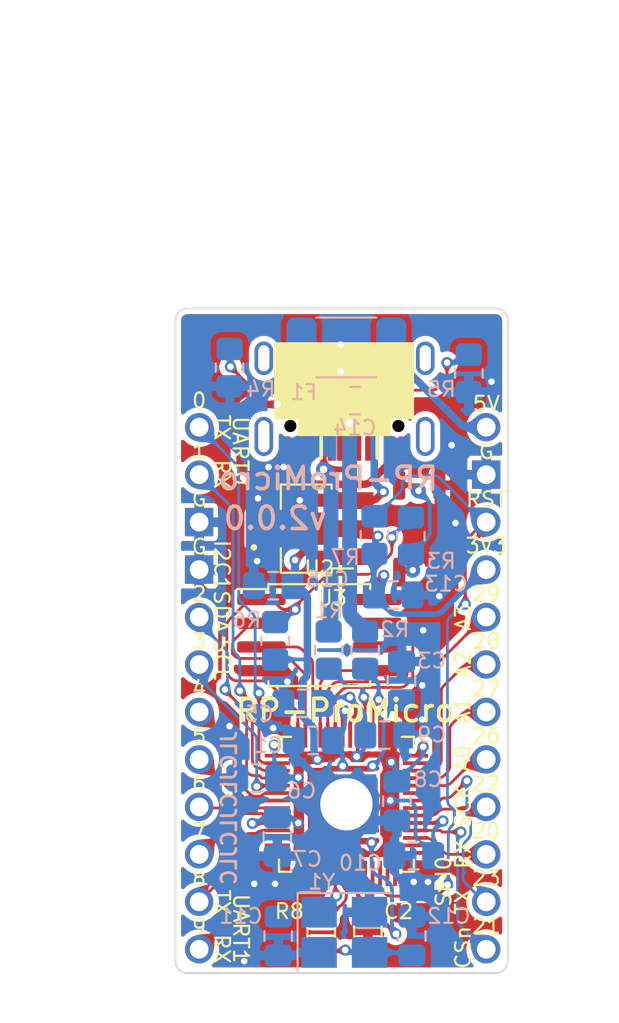
<source format=kicad_pcb>
(kicad_pcb (version 20211014) (generator pcbnew)
  (title_block (title "RP-ProMicro") (rev "v2.0.0"))
  (layers (0 "F.Cu" signal) (31 "B.Cu" signal) (34 "B.Paste" user) (35 "F.Paste" user) (36 "B.SilkS" user "B.Silkscreen") (37 "F.SilkS" user "F.Silkscreen") (38 "B.Mask" user) (39 "F.Mask" user) (44 "Edge.Cuts" user))
  (net 0 "")
  (net 1 "QSPI_SS")
  (net 2 "QSPI_SD1")
  (net 3 "QSPI_SD2")
  (net 4 "GND")
  (net 5 "QSPI_SD0")
  (net 6 "QSPI_CLK")
  (net 7 "QSPI_SD3")
  (net 8 "+1V1")
  (net 9 "XIN")
  (net 10 "XOUT")
  (net 11 "9{slash}RX1")
  (net 12 "8{slash}TX1")
  (net 13 "6")
  (net 14 "7")
  (net 15 "5")
  (net 16 "4")
  (net 17 "3")
  (net 18 "2")
  (net 19 "1{slash}RX0")
  (net 20 "0{slash}TX0")
  (net 21 "~{RESET}")
  (net 22 "A3")
  (net 23 "A2")
  (net 24 "A1")
  (net 25 "A0")
  (net 26 "22")
  (net 27 "20")
  (net 28 "23")
  (net 29 "21")
  (net 30 "Net-(R2-Pad1)")
  (net 31 "Net-(R3-Pad1)")
  (net 40 "USB_DP")
  (net 41 "USB_DM")
  (net 42 "Net-(R1-Pad1)")
  (net 45 "+3V3")
  (net 46 "+5V")
  (net 51 "Net-(F1-Pad1)")
  (net 52 "Net-(J1-Pad5)")
  (net 53 "Net-(J1-Pad6)")
  (net 54 "Net-(C12-Pad2)")
  (footprint "rp2040-dev-board:RP2040_hand" (layer "F.Cu") (at 59.15 71.45)
    (fp_text reference "U1" hide)
    (fp_text value "RP2040" hide)
  )
  (footprint "rp2040-dev-board:Capacitor_0805_2012" (layer "F.Cu") (at 60.3 78.25 -90)
    (fp_text reference "C2")
    (fp_text value "100nF")
  )
  (footprint "$74th:ProMicro_LIKE_LEFT" (layer "F.Cu") (at 51.27 65.24)
    (fp_text reference "J2" hide)
    (fp_text value "ProMicro-LeftPin")
  )
  (footprint "$74th:W25Q16-128JV-SOIC" (layer "F.Cu") (at 57.7 62.397)
    (fp_text reference "U2")
    (fp_text value "W25Q128JVS")
  )
  (footprint "rp2040-dev-board:SKRPABE010" (layer "F.Cu") (at 63.05 56.7 -90)
    (fp_text reference "SW1")
    (fp_text value "SW_Push")
  )
  (footprint "rp2040-dev-board:Register_0805_2012" (layer "F.Cu") (at 57.9 78.4 -90)
    (fp_text reference "R8")
    (fp_text value "1kR")
  )
  (footprint "$74th:ProMicro_LIKE_RIGHT" (layer "F.Cu") (at 66.63 66.51)
    (fp_text reference "J3" hide)
    (fp_text value "ProMicro-RightPin")
  )
  (footprint "$74th:Regulator_AMS1117_SOT-89" (layer "F.Cu") (at 57.3 56.7 180)
    (fp_text reference "U3")
    (fp_text value "AZ1117-3.3")
  )
  (footprint "$74th:USB-C-12-Pin-SMD" (layer "F.Cu") (at 59.04 47.585 180)
    (fp_text reference "J1" hide)
    (fp_text value "USB2.0_C_v3")
  )
  (footprint "$74th:JLCJLCJLCJLC" (layer "F.Cu") (at 52.8702 71.6408 90)
    (fp_text reference "REF**" hide)
    (fp_text value "JLCJLCJLCJLC")
  )
  (footprint "rp2040-dev-board:Register_0805_2012" (layer "B.Cu") (at 58.3 63.097 90)
    (fp_text reference "R1")
    (fp_text value "27.4R")
  )
  (footprint "rp2040-dev-board:Capacitor_0805_2012" (layer "B.Cu") (at 62.75 74.197 180)
    (fp_text reference "C10")
    (fp_text value "100nF")
  )
  (footprint "rp2040-dev-board:Capacitor_0805_2012" (layer "B.Cu") (at 55.5 78.5 90)
    (fp_text reference "C11")
    (fp_text value "27pF")
  )
  (footprint "rp2040-dev-board:Capacitor_0805_2012" (layer "B.Cu") (at 57.3625 68.034 180)
    (fp_text reference "C1")
    (fp_text value "100nF")
  )
  (footprint "rp2040-dev-board:Capacitor_0805_2012" (layer "B.Cu") (at 61.2 67.747)
    (fp_text reference "C9")
    (fp_text value "100nF")
  )
  (footprint "rp2040-dev-board:Capacitor_0805_2012" (layer "B.Cu") (at 61.65 60.247)
    (fp_text reference "C13")
    (fp_text value "100nF")
  )
  (footprint "rp2040-dev-board:Register_0805_2012" (layer "B.Cu") (at 55.234 62.8 -90)
    (fp_text reference "R6")
    (fp_text value "10kR")
  )
  (footprint "rp2040-dev-board:Register_0805_2012" (layer "B.Cu") (at 52.7956 48.1856 -90)
    (fp_text reference "R4")
    (fp_text value "5.1kR")
  )
  (footprint "rp2040-dev-board:Capacitor_0805_2012" (layer "B.Cu") (at 56.8125 66.047 180)
    (fp_text reference "C5")
    (fp_text value "1uF")
  )
  (footprint "rp2040-dev-board:Capacitor_0805_2012" (layer "B.Cu") (at 62.65 78.5 -90)
    (fp_text reference "C12")
    (fp_text value "27pF")
  )
  (footprint "rp2040-dev-board:Capacitor_0805_2012" (layer "B.Cu") (at 59.6012 49.8476 180)
    (fp_text reference "C14")
    (fp_text value "10uF")
  )
  (footprint "$74th:ResettableFuse_KT6-1100SMDI" (layer "B.Cu") (at 59.144 47.0028)
    (fp_text reference "F1")
    (fp_text value "Polyfuse" hide)
  )
  (footprint "rp2040-dev-board:Register_0805_2012" (layer "B.Cu") (at 62.6984 56.996 90)
    (fp_text reference "R3")
    (fp_text value "1kR")
  )
  (footprint "rp2040-dev-board:Capacitor_0805_2012" (layer "B.Cu") (at 55.45 73.1845 -90)
    (fp_text reference "C7")
    (fp_text value "100nF")
  )
  (footprint "rp2040-dev-board:Capacitor_0805_2012" (layer "B.Cu") (at 54.35 70.047 180)
    (fp_text reference "C6")
    (fp_text value "100nF")
  )
  (footprint "rp2040-dev-board:Capacitor_0805_2012" (layer "B.Cu") (at 55.2324 59.7536 180)
    (fp_text reference "C15")
    (fp_text value "10uF")
  )
  (footprint "rp2040-dev-board:Register_0805_2012" (layer "B.Cu") (at 60.55 57.15 -90)
    (fp_text reference "R7")
    (fp_text value "1kR")
  )
  (footprint "rp2040-dev-board:Capacitor_0805_2012" (layer "B.Cu") (at 62.1 64.847 90)
    (fp_text reference "C3")
    (fp_text value "1uF")
  )
  (footprint "rp2040-dev-board:Register_0805_2012" (layer "B.Cu") (at 65.5972 48.4904 -90)
    (fp_text reference "R5")
    (fp_text value "5.1kR")
  )
  (footprint "rp2040-dev-board:Register_0805_2012" (layer "B.Cu") (at 60.25 63.097 90)
    (fp_text reference "R2")
    (fp_text value "27.4R")
  )
  (footprint "rp2040-dev-board:Capacitor_0805_2012" (layer "B.Cu") (at 61.85 71.2845 -90)
    (fp_text reference "C8")
    (fp_text value "100nF")
  )
  (footprint "rp2040-dev-board:Crystal_SMD_3225-4Pin_3.2x2.5mm_HandSoldering" (layer "B.Cu") (at 59.038 78.3)
    (fp_text reference "Y1")
    (fp_text value "Crystal_GND24")
  )
  (gr_circle (center 54.2 57.703) (end 54.3 57.703) (layer "F.SilkS") (width 0.15) (fill solid))
  (gr_line (start 50.635 80.48) (end 67.145 80.48) (layer "Edge.Cuts") (width 0.1))
  (gr_arc (start 67.78 79.845) (mid 67.594013 80.294013) (end 67.145 80.48) (layer "Edge.Cuts") (width 0.1))
  (gr_line (start 50.635 44.92) (end 67.145 44.92) (layer "Edge.Cuts") (width 0.1))
  (gr_arc (start 50 45.555) (mid 50.185987 45.105987) (end 50.635 44.92) (layer "Edge.Cuts") (width 0.1))
  (gr_line (start 50 45.555) (end 50 79.845) (layer "Edge.Cuts") (width 0.1))
  (gr_arc (start 67.145 44.92) (mid 67.594013 45.105987) (end 67.78 45.555) (layer "Edge.Cuts") (width 0.1))
  (gr_line (start 67.78 79.845) (end 67.78 45.555) (layer "Edge.Cuts") (width 0.1))
  (gr_arc (start 50.635 80.48) (mid 50.185987 80.294013) (end 50 79.845) (layer "Edge.Cuts") (width 0.1))
  (gr_text "RP-ProMicro" (at 58.1788 54.0132) (layer "B.SilkS") (effects (font (size 1.2 1.2) (thickness 0.2)) (justify mirror)))
  (gr_text "v2.0.0" (at 55.334 56.1468) (layer "B.SilkS") (effects (font (size 1.2 1.2) (thickness 0.2)) (justify mirror)))
  (gr_text "2" (at 51.27 60.2108) (layer "F.SilkS") (effects (font (size 0.8 0.8) (thickness 0.12))))
  (gr_text "22" (at 66.6116 70.3454) (layer "F.SilkS") (effects (font (size 0.8 0.8) (thickness 0.12))))
  (gr_text "TX" (at 52.4892 51.2954 270) (layer "F.SilkS") (effects (font (size 0.8 0.8) (thickness 0.12))))
  (gr_text "6" (at 51.27 70.3454) (layer "F.SilkS") (effects (font (size 0.8 0.8) (thickness 0.12))))
  (gr_text "RX" (at 52.4892 79.1846 270) (layer "F.SilkS") (effects (font (size 0.8 0.8) (thickness 0.12))))
  (gr_text "TX" (at 52.4892 76.6954 270) (layer "F.SilkS") (effects (font (size 0.8 0.8) (thickness 0.12))))
  (gr_text "A3" (at 65.3924 61.43 90) (layer "F.SilkS") (effects (font (size 0.8 0.8) (thickness 0.12))))
  (gr_text "27" (at 66.637 65.2654) (layer "F.SilkS") (effects (font (size 0.8 0.8) (thickness 0.12))))
  (gr_text "UART1" (at 53.5052 78.0924 270) (layer "F.SilkS") (effects (font (size 0.8 0.8) (thickness 0.12))))
  (gr_text "G" (at 66.637 52.5654) (layer "F.SilkS") (effects (font (size 0.8 0.8) (thickness 0.12))))
  (gr_text "CSn" (at 65.3924 79.1084 90) (layer "F.SilkS") (effects (font (size 0.8 0.8) (thickness 0.12))))
  (gr_text "SPI0" (at 64.351 75.5778 90) (layer "F.SilkS") (effects (font (size 0.8 0.8) (thickness 0.12))))
  (gr_text "5V" (at 66.637 50.0254) (layer "F.SilkS") (effects (font (size 0.8 0.8) (thickness 0.12))))
  (gr_text "G" (at 51.27 55.1054) (layer "F.SilkS") (effects (font (size 0.8 0.8) (thickness 0.12))))
  (gr_text "TX" (at 65.3924 76.67 90) (layer "F.SilkS") (effects (font (size 0.8 0.8) (thickness 0.12))))
  (gr_text "26" (at 66.637 67.78) (layer "F.SilkS") (effects (font (size 0.8 0.8) (thickness 0.12))))
  (gr_text "3V3" (at 66.637 57.62) (layer "F.SilkS") (effects (font (size 0.8 0.8) (thickness 0.12))))
  (gr_text "RP-ProMicro" (at 59.0932 66.4338) (layer "F.SilkS") (effects (font (size 1.2 1.2) (thickness 0.2))))
  (gr_text "SDA" (at 52.4638 61.1252 270) (layer "F.SilkS") (effects (font (size 0.8 0.8) (thickness 0.12))))
  (gr_text "1" (at 51.27 52.5654) (layer "F.SilkS") (effects (font (size 0.8 0.8) (thickness 0.12))))
  (gr_text "21" (at 66.637 77.9654) (layer "F.SilkS") (effects (font (size 0.8 0.8) (thickness 0.12))))
  (gr_text "28" (at 66.637 62.7254) (layer "F.SilkS") (effects (font (size 0.8 0.8) (thickness 0.12))))
  (gr_text "5" (at 51.27 67.8054) (layer "F.SilkS") (effects (font (size 0.8 0.8) (thickness 0.12))))
  (gr_text "I2C1" (at 52.4892 58.6614 270) (layer "F.SilkS") (effects (font (size 0.8 0.8) (thickness 0.12))))
  (gr_text "A1" (at 65.367 66.4338 90) (layer "F.SilkS") (effects (font (size 0.8 0.8) (thickness 0.12))))
  (gr_text "SCK" (at 65.3924 71.5646 90) (layer "F.SilkS") (effects (font (size 0.8 0.8) (thickness 0.12))))
  (gr_text "A0" (at 65.367 68.9738 90) (layer "F.SilkS") (effects (font (size 0.8 0.8) (thickness 0.12))))
  (gr_text "29" (at 66.637 60.1854) (layer "F.SilkS") (effects (font (size 0.8 0.8) (thickness 0.12))))
  (gr_text "7" (at 51.27 72.8854) (layer "F.SilkS") (effects (font (size 0.8 0.8) (thickness 0.12))))
  (gr_text "20" (at 66.6116 72.8854) (layer "F.SilkS") (effects (font (size 0.8 0.8) (thickness 0.12))))
  (gr_text "23" (at 66.637 75.4) (layer "F.SilkS") (effects (font (size 0.8 0.8) (thickness 0.12))))
  (gr_text "UART0" (at 53.4798 52.54 270) (layer "F.SilkS") (effects (font (size 0.8 0.8) (thickness 0.12))))
  (gr_text "0" (at 51.27 49.8476) (layer "F.SilkS") (effects (font (size 0.8 0.8) (thickness 0.12))))
  (gr_text "G" (at 51.27 57.6708) (layer "F.SilkS") (effects (font (size 0.8 0.8) (thickness 0.12))))
  (gr_text "RX" (at 65.3924 74.13 90) (layer "F.SilkS") (effects (font (size 0.8 0.8) (thickness 0.12))))
  (gr_text "RST" (at 66.637 55.1308) (layer "F.SilkS") (effects (font (size 0.8 0.8) (thickness 0.12))))
  (gr_text "4" (at 51.27 65.2654) (layer "F.SilkS") (effects (font (size 0.8 0.8) (thickness 0.12))))
  (gr_text "RX" (at 52.4892 53.7846 270) (layer "F.SilkS") (effects (font (size 0.8 0.8) (thickness 0.12))))
  (gr_text "9" (at 51.27 77.9908) (layer "F.SilkS") (effects (font (size 0.8 0.8) (thickness 0.12))))
  (gr_text "A2" (at 65.3924 63.97 90) (layer "F.SilkS") (effects (font (size 0.8 0.8) (thickness 0.12))))
  (gr_text "SCL" (at 52.4892 63.716 270) (layer "F.SilkS") (effects (font (size 0.8 0.8) (thickness 0.12))))
  (gr_text "3" (at 51.27 62.7254) (layer "F.SilkS") (effects (font (size 0.8 0.8) (thickness 0.12))))
  (gr_text "8" (at 51.27 75.4254) (layer "F.SilkS") (effects (font (size 0.8 0.8) (thickness 0.12))))
  (segment (start 57.981553 59.290447) (end 56.4117 60.8603) (width 0.15) (layer "F.Cu") (net 1))
  (segment (start 52.896927 61.550073) (end 53.808554 60.638446) (width 0.15) (layer "F.Cu") (net 1))
  (segment (start 54.683093 64.847) (end 53.319307 64.847) (width 0.15) (layer "F.Cu") (net 1))
  (segment (start 56.55 67.75) (end 56.55 66.713907) (width 0.15) (layer "F.Cu") (net 1))
  (segment (start 56.403554 66.360354) (end 55.036647 64.993447) (width 0.15) (layer "F.Cu") (net 1))
  (segment (start 60.252421 59.144) (end 58.335107 59.144) (width 0.15) (layer "F.Cu") (net 1))
  (segment (start 55.544804 60.877153) (end 55.306097 60.638446) (width 0.15) (layer "F.Cu") (net 1))
  (segment (start 61.5824 57.1628) (end 61.5824 57.814021) (width 0.15) (layer "F.Cu") (net 1))
  (segment (start 56.4117 61.0236) (end 55.898358 61.0236) (width 0.15) (layer "F.Cu") (net 1))
  (segment (start 56.4117 60.8603) (end 56.4117 61.0236) (width 0.15) (layer "F.Cu") (net 1))
  (segment (start 52.75048 64.278173) (end 52.75048 61.903627) (width 0.15) (layer "F.Cu") (net 1))
  (segment (start 61.435953 58.167575) (end 60.605974 58.997554) (width 0.15) (layer "F.Cu") (net 1))
  (segment (start 54.952544 60.492) (end 54.6 60.492) (width 0.15) (layer "F.Cu") (net 1))
  (segment (start 54.162107 60.492) (end 54.6 60.492) (width 0.15) (layer "F.Cu") (net 1))
  (segment (start 52.965753 64.700553) (end 52.896926 64.631726) (width 0.15) (layer "F.Cu") (net 1))
  (via (at 56.4117 61.0236) (size 0.6) (drill 0.35) (layers "F.Cu" "B.Cu") (net 1))
  (via (at 61.5824 57.1628) (size 0.6) (drill 0.35) (layers "F.Cu" "B.Cu") (net 1))
  (arc (start 52.75048 64.278173) (mid 52.78854 64.469514) (end 52.896926 64.631726) (width 0.15) (layer "F.Cu") (net 1))
  (arc (start 52.75048 61.903627) (mid 52.78854 61.712285) (end 52.896927 61.550073) (width 0.15) (layer "F.Cu") (net 1))
  (arc (start 55.036647 64.993447) (mid 54.874435 64.88506) (end 54.683093 64.847) (width 0.15) (layer "F.Cu") (net 1))
  (arc (start 61.435953 58.167575) (mid 61.54434 58.005363) (end 61.5824 57.814021) (width 0.15) (layer "F.Cu") (net 1))
  (arc (start 55.306097 60.638446) (mid 55.143885 60.53006) (end 54.952544 60.492) (width 0.15) (layer "F.Cu") (net 1))
  (arc (start 56.55 66.713907) (mid 56.51194 66.522566) (end 56.403554 66.360354) (width 0.15) (layer "F.Cu") (net 1))
  (arc (start 53.808554 60.638446) (mid 53.970766 60.53006) (end 54.162107 60.492) (width 0.15) (layer "F.Cu") (net 1))
  (arc (start 60.605974 58.997554) (mid 60.443762 59.10594) (end 60.252421 59.144) (width 0.15) (layer "F.Cu") (net 1))
  (arc (start 52.965753 64.700553) (mid 53.127965 64.80894) (end 53.319307 64.847) (width 0.15) (layer "F.Cu") (net 1))
  (arc (start 55.544804 60.877153) (mid 55.707016 60.98554) (end 55.898358 61.0236) (width 0.15) (layer "F.Cu") (net 1))
  (arc (start 58.335107 59.144) (mid 58.143765 59.18206) (end 57.981553 59.290447) (width 0.15) (layer "F.Cu") (net 1))
  (segment (start 61.7348 57.0104) (end 61.5824 57.1628) (width 0.15) (layer "B.Cu") (net 1))
  (segment (start 62.5984 56.096) (end 61.7348 56.9596) (width 0.15) (layer "B.Cu") (net 1))
  (segment (start 61.7348 56.9596) (end 61.7348 57.0104) (width 0.15) (layer "B.Cu") (net 1))
  (segment (start 55.334 61.7) (end 55.528193 61.7) (width 0.15) (layer "B.Cu") (net 1))
  (segment (start 55.881747 61.553553) (end 56.4117 61.0236) (width 0.15) (layer "B.Cu") (net 1))
  (arc (start 55.881747 61.553553) (mid 55.719535 61.66194) (end 55.528193 61.7) (width 0.15) (layer "B.Cu") (net 1))
  (segment (start 53.196447 62.600553) (end 53.888554 61.908446) (width 0.15) (layer "F.Cu") (net 2))
  (segment (start 53.05 63.397) (end 53.05 62.954107) (width 0.15) (layer "F.Cu") (net 2))
  (segment (start 53.153553 63.500553) (end 53.05 63.397) (width 0.15) (layer "F.Cu") (net 2))
  (segment (start 56.95 67.75) (end 56.95 64.704107) (width 0.15) (layer "F.Cu") (net 2))
  (segment (start 54.242107 61.762) (end 54.6 61.762) (width 0.15) (layer "F.Cu") (net 2))
  (segment (start 56.803553 64.350553) (end 56.246446 63.793446) (width 0.15) (layer "F.Cu") (net 2))
  (segment (start 55.892893 63.647) (end 53.507107 63.647) (width 0.15) (layer "F.Cu") (net 2))
  (arc (start 53.507107 63.647) (mid 53.315765 63.60894) (end 53.153553 63.500553) (width 0.15) (layer "F.Cu") (net 2))
  (arc (start 53.05 62.954107) (mid 53.08806 62.762765) (end 53.196447 62.600553) (width 0.15) (layer "F.Cu") (net 2))
  (arc (start 55.892893 63.647) (mid 56.084234 63.68506) (end 56.246446 63.793446) (width 0.15) (layer "F.Cu") (net 2))
  (arc (start 53.888554 61.908446) (mid 54.050766 61.80006) (end 54.242107 61.762) (width 0.15) (layer "F.Cu") (net 2))
  (arc (start 56.803553 64.350553) (mid 56.91194 64.512765) (end 56.95 64.704107) (width 0.15) (layer "F.Cu") (net 2))
  (segment (start 57.203553 63.600553) (end 56.781446 63.178446) (width 0.15) (layer "F.Cu") (net 3))
  (segment (start 57.35 67.75) (end 57.35 63.954107) (width 0.15) (layer "F.Cu") (net 3))
  (segment (start 56.427893 63.032) (end 54.6 63.032) (width 0.15) (layer "F.Cu") (net 3))
  (arc (start 56.427893 63.032) (mid 56.619234 63.07006) (end 56.781446 63.178446) (width 0.15) (layer "F.Cu") (net 3))
  (arc (start 57.35 63.954107) (mid 57.31194 63.762765) (end 57.203553 63.600553) (width 0.15) (layer "F.Cu") (net 3))
  (segment (start 58.15 75.15) (end 58.15 75.869588) (width 0.2) (layer "F.Cu") (net 4))
  (segment (start 51.416447 59.747647) (end 52.241154 60.572354) (width 0.2) (layer "F.Cu") (net 4))
  (segment (start 52.0828 65.091507) (end 52.0828 65.439293) (width 0.2) (layer "F.Cu") (net 4))
  (segment (start 58.15 75.869588) (end 58.068994 75.950594) (width 0.2) (layer "F.Cu") (net 4))
  (segment (start 58.068994 75.950594) (end 58.068994 75.967006) (width 0.2) (layer "F.Cu") (net 4))
  (segment (start 51.27 58.89) (end 51.27 59.394093) (width 0.2) (layer "F.Cu") (net 4))
  (segment (start 52.229247 65.792847) (end 52.54 66.1036) (width 0.2) (layer "F.Cu") (net 4))
  (segment (start 58.068994 75.967006) (end 57.918846 76.117154) (width 0.2) (layer "F.Cu") (net 4))
  (segment (start 52.3876 60.925907) (end 52.3876 64.372493) (width 0.2) (layer "F.Cu") (net 4))
  (segment (start 52.8956 66.666307) (end 52.8956 67.272) (width 0.2) (layer "F.Cu") (net 4))
  (segment (start 57.565293 76.2636) (end 56.099907 76.2636) (width 0.2) (layer "F.Cu") (net 4))
  (segment (start 52.241153 64.726047) (end 52.229246 64.737954) (width 0.2) (layer "F.Cu") (net 4))
  (segment (start 55.746353 76.117153) (end 55.334 75.7048) (width 0.2) (layer "F.Cu") (net 4))
  (segment (start 52.54 66.1036) (end 52.749154 66.312754) (width 0.2) (layer "F.Cu") (net 4))
  (via (at 54.3688 58.4328) (size 0.6) (drill 0.35) (layers "F.Cu" "B.Cu") (net 4))
  (via (at 54.4196 55.08) (size 0.6) (drill 0.35) (layers "F.Cu" "B.Cu") (net 4))
  (via (at 55.334 75.7048) (size 0.6) (drill 0.35) (layers "F.Cu" "B.Cu") (net 4))
  (via (at 55.7912 53.4036) (size 0.6) (drill 0.35) (layers "F.Cu" "B.Cu") (net 4))
  (via (at 63.208 66.9164) (size 0.6) (drill 0.35) (layers "F.Cu" "B.Cu") (net 4))
  (via (at 53.683 79.845) (size 0.6) (drill 0.35) (layers "F.Cu" "B.Cu") (net 4))
  (via (at 63.2588 62.1412) (size 0.6) (drill 0.35) (layers "F.Cu" "B.Cu") (net 4))
  (via (at 64.986 56.4008) (size 0.6) (drill 0.35) (layers "F.Cu" "B.Cu") (net 4))
  (via (at 64.7828 52.2352) (size 0.6) (drill 0.35) (layers "F.Cu" "B.Cu") (net 4))
  (via (at 52.8956 67.272) (size 0.6) (drill 0.35) (layers "F.Cu" "B.Cu") (net 4))
  (via (at 58.8392 46.8504) (size 0.6) (drill 0.35) (layers "F.Cu" "B.Cu") (net 4))
  (via (at 58.8392 48.2728) (size 0.6) (drill 0.35) (layers "F.Cu" "B.Cu") (net 4))
  (via (at 56.6548 55.1816) (size 0.6) (drill 0.35) (layers "F.Cu" "B.Cu") (net 4))
  (via (at 64.1224 60.3124) (size 0.6) (drill 0.35) (layers "F.Cu" "B.Cu") (net 4))
  (via (at 54.2164 75.7048) (size 0.6) (drill 0.35) (layers "F.Cu" "B.Cu") (net 4))
  (via (at 55.2324 67.3736) (size 0.6) (drill 0.35) (layers "F.Cu" "B.Cu") (net 4))
  (via (at 55.9944 64.8844) (size 0.6) (drill 0.35) (layers "F.Cu" "B.Cu") (net 4))
  (via (at 63.208 65.0876) (size 0.6) (drill 0.35) (layers "F.Cu" "B.Cu") (net 4))
  (via (at 54.9784 53.4036) (size 0.6) (drill 0.35) (layers "F.Cu" "B.Cu") (net 4))
  (via (at 62.7508 75.6032) (size 0.6) (drill 0.35) (layers "F.Cu" "B.Cu") (net 4))
  (via (at 63.5128 75.6032) (size 0.6) (drill 0.35) (layers "F.Cu" "B.Cu") (net 4))
  (via (at 66.9164 48.8316) (size 0.6) (drill 0.35) (layers "F.Cu" "B.Cu") (net 4))
  (arc (start 52.3876 60.925907) (mid 52.34954 60.734566) (end 52.241154 60.572354) (width 0.2) (layer "F.Cu") (net 4))
  (arc (start 57.918846 76.117154) (mid 57.756634 76.22554) (end 57.565293 76.2636) (width 0.2) (layer "F.Cu") (net 4))
  (arc (start 52.749154 66.312754) (mid 52.85754 66.474966) (end 52.8956 66.666307) (width 0.2) (layer "F.Cu") (net 4))
  (arc (start 51.416447 59.747647) (mid 51.30806 59.585435) (end 51.27 59.394093) (width 0.2) (layer "F.Cu") (net 4))
  (arc (start 52.0828 65.439293) (mid 52.12086 65.630635) (end 52.229247 65.792847) (width 0.2) (layer "F.Cu") (net 4))
  (arc (start 52.3876 64.372493) (mid 52.34954 64.563835) (end 52.241153 64.726047) (width 0.2) (layer "F.Cu") (net 4))
  (arc (start 52.0828 65.091507) (mid 52.12086 64.900166) (end 52.229246 64.737954) (width 0.2) (layer "F.Cu") (net 4))
  (arc (start 56.099907 76.2636) (mid 55.908565 76.22554) (end 55.746353 76.117153) (width 0.2) (layer "F.Cu") (net 4))
  (segment (start 56.325 68.034) (end 56.325 67.860507) (width 0.4) (layer "B.Cu") (net 4))
  (segment (start 59.004 71.45) (end 56.471446 68.917446) (width 0.4) (layer "B.Cu") (net 4))
  (segment (start 56.0452 67.3736) (end 55.2324 67.3736) (width 0.4) (layer "B.Cu") (net 4))
  (segment (start 56.178553 67.506953) (end 56.0452 67.3736) (width 0.4) (layer "B.Cu") (net 4))
  (segment (start 56.325 68.563893) (end 56.325 68.034) (width 0.4) (layer "B.Cu") (net 4))
  (segment (start 59.15 71.45) (end 59.004 71.45) (width 0.4) (layer "B.Cu") (net 4))
  (arc (start 56.178553 67.506953) (mid 56.28694 67.669165) (end 56.325 67.860507) (width 0.4) (layer "B.Cu") (net 4))
  (arc (start 56.325 68.563893) (mid 56.36306 68.755234) (end 56.471446 68.917446) (width 0.4) (layer "B.Cu") (net 4))
  (segment (start 57.896447 64.750553) (end 58.203554 64.443446) (width 0.15) (layer "F.Cu") (net 5))
  (segment (start 58.557107 64.297) (end 60.795 64.297) (width 0.15) (layer "F.Cu") (net 5))
  (segment (start 60.795 64.297) (end 60.8 64.302) (width 0.15) (layer "F.Cu") (net 5))
  (segment (start 57.75 67.75) (end 57.75 65.104107) (width 0.15) (layer "F.Cu") (net 5))
  (arc (start 57.896447 64.750553) (mid 57.78806 64.912765) (end 57.75 65.104107) (width 0.15) (layer "F.Cu") (net 5))
  (arc (start 58.557107 64.297) (mid 58.365766 64.33506) (end 58.203554 64.443446) (width 0.15) (layer "F.Cu") (net 5))
  (segment (start 62.246447 64.750553) (end 62.253554 64.743446) (width 0.15) (layer "F.Cu") (net 6))
  (segment (start 62.4 64.389893) (end 62.4 63.754107) (width 0.15) (layer "F.Cu") (net 6))
  (segment (start 62.253553 63.400553) (end 62.031446 63.178446) (width 0.15) (layer "F.Cu") (net 6))
  (segment (start 58.296447 65.150553) (end 58.403554 65.043446) (width 0.15) (layer "F.Cu") (net 6))
  (segment (start 61.677893 63.032) (end 60.8 63.032) (width 0.15) (layer "F.Cu") (net 6))
  (segment (start 58.757107 64.897) (end 61.892893 64.897) (width 0.15) (layer "F.Cu") (net 6))
  (segment (start 58.15 67.75) (end 58.15 65.504107) (width 0.15) (layer "F.Cu") (net 6))
  (arc (start 62.246447 64.750553) (mid 62.084235 64.85894) (end 61.892893 64.897) (width 0.15) (layer "F.Cu") (net 6))
  (arc (start 58.15 65.504107) (mid 58.18806 65.312765) (end 58.296447 65.150553) (width 0.15) (layer "F.Cu") (net 6))
  (arc (start 58.403554 65.043446) (mid 58.565766 64.93506) (end 58.757107 64.897) (width 0.15) (layer "F.Cu") (net 6))
  (arc (start 61.677893 63.032) (mid 61.869234 63.07006) (end 62.031446 63.178446) (width 0.15) (layer "F.Cu") (net 6))
  (arc (start 62.4 63.754107) (mid 62.36194 63.562765) (end 62.253553 63.400553) (width 0.15) (layer "F.Cu") (net 6))
  (arc (start 62.4 64.389893) (mid 62.36194 64.581234) (end 62.253554 64.743446) (width 0.15) (layer "F.Cu") (net 6))
  (segment (start 62.370513 65.050073) (end 62.553074 64.867512) (width 0.15) (layer "F.Cu") (net 7))
  (segment (start 61.757893 61.762) (end 60.8 61.762) (width 0.15) (layer "F.Cu") (net 7))
  (segment (start 62.69952 64.513959) (end 62.69952 62.703627) (width 0.15) (layer "F.Cu") (net 7))
  (segment (start 58.55 67.75) (end 58.55 65.904107) (width 0.15) (layer "F.Cu") (net 7))
  (segment (start 62.553073 62.350073) (end 62.111446 61.908446) (width 0.15) (layer "F.Cu") (net 7))
  (segment (start 58.696447 65.550553) (end 58.904034 65.342966) (width 0.15) (layer "F.Cu") (net 7))
  (segment (start 59.257587 65.19652) (end 62.016959 65.19652) (width 0.15) (layer "F.Cu") (net 7))
  (arc (start 62.553074 64.867512) (mid 62.66146 64.7053) (end 62.69952 64.513959) (width 0.15) (layer "F.Cu") (net 7))
  (arc (start 62.553073 62.350073) (mid 62.66146 62.512285) (end 62.69952 62.703627) (width 0.15) (layer "F.Cu") (net 7))
  (arc (start 58.55 65.904107) (mid 58.58806 65.712765) (end 58.696447 65.550553) (width 0.15) (layer "F.Cu") (net 7))
  (arc (start 62.111446 61.908446) (mid 61.949234 61.80006) (end 61.757893 61.762) (width 0.15) (layer "F.Cu") (net 7))
  (arc (start 62.016959 65.19652) (mid 62.208301 65.15846) (end 62.370513 65.050073) (width 0.15) (layer "F.Cu") (net 7))
  (arc (start 59.257587 65.19652) (mid 59.066246 65.23458) (end 58.904034 65.342966) (width 0.15) (layer "F.Cu") (net 7))
  (segment (start 60.596511 69.600489) (end 57.4 69.600489) (width 0.2) (layer "F.Cu") (net 8))
  (segment (start 58.95 69.400498) (end 58.95 69.600489) (width 0.2) (layer "F.Cu") (net 8))
  (segment (start 57.446936 73.445958) (end 57.50048 73.499502) (width 0.2) (layer "F.Cu") (net 8))
  (segment (start 57.4 69.600489) (end 57.300489 69.7) (width 0.2) (layer "F.Cu") (net 8))
  (segment (start 58.95 66.5715) (end 58.95 67.75) (width 0.2) (layer "F.Cu") (net 8))
  (segment (start 60.412682 77.2125) (end 60.3 77.2125) (width 0.2) (layer "F.Cu") (net 8))
  (segment (start 60.3 77.2125) (end 60.3 77.107107) (width 0.2) (layer "F.Cu") (net 8))
  (segment (start 60.153553 76.753553) (end 59.896446 76.496446) (width 0.2) (layer "F.Cu") (net 8))
  (segment (start 61.793781 78.386492) (end 60.766235 77.358946) (width 0.2) (layer "F.Cu") (net 8))
  (segment (start 61.1495 66.636878) (end 61.096446 66.689932) (width 0.2) (layer "F.Cu") (net 8))
  (segment (start 57.50048 73.499502) (end 60.5 73.499502) (width 0.2) (layer "F.Cu") (net 8))
  (segment (start 59.0745 66.447) (end 58.95 66.5715) (width 0.2) (layer "F.Cu") (net 8))
  (segment (start 57.300489 69.7) (end 57.300489 73.092404) (width 0.2) (layer "F.Cu") (net 8))
  (segment (start 59.75 76.142893) (end 59.75 75.15) (width 0.2) (layer "F.Cu") (net 8))
  (segment (start 60.95 67.043485) (end 60.95 67.75) (width 0.2) (layer "F.Cu") (net 8))
  (via (at 61.793781 78.386492) (size 0.6) (drill 0.35) (layers "F.Cu" "B.Cu") (net 8))
  (via (at 59.0745 66.447) (size 0.6) (drill 0.35) (layers "F.Cu" "B.Cu") (net 8))
  (via (at 60.55 69.400498) (size 0.6) (drill 0.35) (layers "F.Cu" "B.Cu") (net 8))
  (via (at 58.95 69.400498) (size 0.6) (drill 0.35) (layers "F.Cu" "B.Cu") (net 8))
  (via (at 61.1495 66.636878) (size 0.6) (drill 0.35) (layers "F.Cu" "B.Cu") (net 8))
  (via (at 60.5 73.499502) (size 0.6) (drill 0.35) (layers "F.Cu" "B.Cu") (net 8))
  (arc (start 59.896446 76.496446) (mid 59.78806 76.334234) (end 59.75 76.142893) (width 0.2) (layer "F.Cu") (net 8))
  (arc (start 57.300489 73.092404) (mid 57.338549 73.283746) (end 57.446936 73.445958) (width 0.2) (layer "F.Cu") (net 8))
  (arc (start 60.766235 77.358946) (mid 60.604023 77.25056) (end 60.412682 77.2125) (width 0.2) (layer "F.Cu") (net 8))
  (arc (start 60.3 77.107107) (mid 60.26194 76.915765) (end 60.153553 76.753553) (width 0.2) (layer "F.Cu") (net 8))
  (arc (start 60.95 67.043485) (mid 60.98806 66.852144) (end 61.096446 66.689932) (width 0.2) (layer "F.Cu") (net 8))
  (segment (start 61.1495 68.490393) (end 61.1495 66.636878) (width 0.2) (layer "B.Cu") (net 8))
  (segment (start 61.441064 75.665064) (end 61.1252 75.3492) (width 0.2) (layer "B.Cu") (net 8))
  (segment (start 60.696502 69.400498) (end 60.753554 69.343446) (width 0.2) (layer "B.Cu") (net 8))
  (segment (start 59.0745 66.447) (end 59.0745 67.115393) (width 0.2) (layer "B.Cu") (net 8))
  (segment (start 60.70986 75.202753) (end 60.646446 75.139339) (width 0.2) (layer "B.Cu") (net 8))
  (segment (start 61.063414 75.3492) (end 61.1252 75.3492) (width 0.2) (layer "B.Cu") (net 8))
  (segment (start 60.9 68.947) (end 61.003054 68.843946) (width 0.2) (layer "B.Cu") (net 8))
  (segment (start 60.9 68.989893) (end 60.9 68.947) (width 0.2) (layer "B.Cu") (net 8))
  (segment (start 58.95 69.400498) (end 58.95 68.754107) (width 0.2) (layer "B.Cu") (net 8))
  (segment (start 62.039378 65.747) (end 61.1495 66.636878) (width 0.2) (layer "B.Cu") (net 8))
  (segment (start 60.5 74.785786) (end 60.5 73.499502) (width 0.2) (layer "B.Cu") (net 8))
  (segment (start 58.928053 67.468947) (end 58.753553 67.643447) (width 0.2) (layer "B.Cu") (net 8))
  (segment (start 61.793781 78.386492) (end 61.733958 78.326669) (width 0.2) (layer "B.Cu") (net 8))
  (segment (start 60.55 69.400498) (end 60.696502 69.400498) (width 0.2) (layer "B.Cu") (net 8))
  (segment (start 58.803553 68.400553) (end 58.753553 68.350553) (width 0.2) (layer "B.Cu") (net 8))
  (segment (start 61.587511 77.973115) (end 61.587511 76.018618) (width 0.2) (layer "B.Cu") (net 8))
  (arc (start 59.0745 67.115393) (mid 59.03644 67.306735) (end 58.928053 67.468947) (width 0.2) (layer "B.Cu") (net 8))
  (arc (start 58.753553 68.350553) (mid 58.607107 67.997) (end 58.753553 67.643447) (width 0.2) (layer "B.Cu") (net 8))
  (arc (start 60.5 74.785786) (mid 60.53806 74.977127) (end 60.646446 75.139339) (width 0.2) (layer "B.Cu") (net 8))
  (arc (start 58.803553 68.400553) (mid 58.91194 68.562765) (end 58.95 68.754107) (width 0.2) (layer "B.Cu") (net 8))
  (arc (start 61.063414 75.3492) (mid 60.872072 75.31114) (end 60.70986 75.202753) (width 0.2) (layer "B.Cu") (net 8))
  (arc (start 61.587511 76.018618) (mid 61.549451 75.827276) (end 61.441064 75.665064) (width 0.2) (layer "B.Cu") (net 8))
  (arc (start 61.733958 78.326669) (mid 61.625571 78.164457) (end 61.587511 77.973115) (width 0.2) (layer "B.Cu") (net 8))
  (arc (start 60.753554 69.343446) (mid 60.86194 69.181234) (end 60.9 68.989893) (width 0.2) (layer "B.Cu") (net 8))
  (arc (start 61.003054 68.843946) (mid 61.11144 68.681734) (end 61.1495 68.490393) (width 0.2) (layer "B.Cu") (net 8))
  (segment (start 58.55 76.286554) (end 58.55 75.15) (width 0.15) (layer "F.Cu") (net 9))
  (segment (start 58.617045 76.353599) (end 58.55 76.286554) (width 0.15) (layer "F.Cu") (net 9))
  (via (at 58.617045 76.353599) (size 0.6) (drill 0.35) (layers "F.Cu" "B.Cu") (net 9))
  (segment (start 58.559401 76.353599) (end 57.688 77.225) (width 0.15) (layer "B.Cu") (net 9))
  (segment (start 55.5 77.4625) (end 55.591054 77.371446) (width 0.15) (layer "B.Cu") (net 9))
  (segment (start 55.944607 77.225) (end 57.688 77.225) (width 0.15) (layer "B.Cu") (net 9))
  (segment (start 58.617045 76.353599) (end 58.559401 76.353599) (width 0.15) (layer "B.Cu") (net 9))
  (arc (start 55.591054 77.371446) (mid 55.753266 77.26306) (end 55.944607 77.225) (width 0.15) (layer "B.Cu") (net 9))
  (segment (start 58.205293 77.3) (end 57.8 77.3) (width 0.15) (layer "F.Cu") (net 10))
  (segment (start 58.997553 76.714847) (end 58.558846 77.153554) (width 0.15) (layer "F.Cu") (net 10))
  (segment (start 58.95 75.15) (end 58.95 75.659293) (width 0.15) (layer "F.Cu") (net 10))
  (segment (start 59.096447 76.012847) (end 59.144 76.0604) (width 0.15) (layer "F.Cu") (net 10))
  (segment (start 59.144 76.0604) (end 59.144 76.361293) (width 0.15) (layer "F.Cu") (net 10))
  (arc (start 58.95 75.659293) (mid 58.98806 75.850635) (end 59.096447 76.012847) (width 0.15) (layer "F.Cu") (net 10))
  (arc (start 58.558846 77.153554) (mid 58.396634 77.26194) (end 58.205293 77.3) (width 0.15) (layer "F.Cu") (net 10))
  (arc (start 59.144 76.361293) (mid 59.10594 76.552635) (end 58.997553 76.714847) (width 0.15) (layer "F.Cu") (net 10))
  (segment (start 52.850753 77.629247) (end 51.27 79.21) (width 0.15) (layer "F.Cu") (net 11))
  (segment (start 54.478553 73.396447) (end 53.143646 74.731354) (width 0.15) (layer "F.Cu") (net 11))
  (segment (start 52.9972 75.084907) (end 52.9972 77.275693) (width 0.15) (layer "F.Cu") (net 11))
  (segment (start 55.45 73.25) (end 54.832107 73.25) (width 0.15) (layer "F.Cu") (net 11))
  (arc (start 54.832107 73.25) (mid 54.640765 73.28806) (end 54.478553 73.396447) (width 0.15) (layer "F.Cu") (net 11))
  (arc (start 53.143646 74.731354) (mid 53.03526 74.893566) (end 52.9972 75.084907) (width 0.15) (layer "F.Cu") (net 11))
  (arc (start 52.850753 77.629247) (mid 52.95914 77.467035) (end 52.9972 77.275693) (width 0.15) (layer "F.Cu") (net 11))
  (segment (start 53.625453 73.158847) (end 52.584846 74.199454) (width 0.15) (layer "F.Cu") (net 12))
  (segment (start 54.334145 72.996447) (end 54.318192 73.0124) (width 0.15) (layer "F.Cu") (net 12))
  (segment (start 55.45 72.85) (end 54.687699 72.85) (width 0.15) (layer "F.Cu") (net 12))
  (segment (start 54.318192 73.0124) (end 53.979007 73.0124) (width 0.15) (layer "F.Cu") (net 12))
  (segment (start 52.291953 75.648047) (end 51.27 76.67) (width 0.15) (layer "F.Cu") (net 12))
  (segment (start 52.4384 74.553007) (end 52.4384 75.294493) (width 0.15) (layer "F.Cu") (net 12))
  (arc (start 52.584846 74.199454) (mid 52.47646 74.361666) (end 52.4384 74.553007) (width 0.15) (layer "F.Cu") (net 12))
  (arc (start 53.625453 73.158847) (mid 53.787665 73.05046) (end 53.979007 73.0124) (width 0.15) (layer "F.Cu") (net 12))
  (arc (start 52.4384 75.294493) (mid 52.40034 75.485835) (end 52.291953 75.648047) (width 0.15) (layer "F.Cu") (net 12))
  (arc (start 54.687699 72.85) (mid 54.496357 72.88806) (end 54.334145 72.996447) (width 0.15) (layer "F.Cu") (net 12))
  (segment (start 55.45 71.65) (end 51.33 71.65) (width 0.15) (layer "F.Cu") (net 13))
  (segment (start 51.33 71.65) (end 51.27 71.59) (width 0.15) (layer "F.Cu") (net 13))
  (segment (start 53.304033 72.095967) (end 51.27 74.13) (width 0.15) (layer "F.Cu") (net 14))
  (segment (start 54.744772 72.05) (end 54.644292 71.94952) (width 0.15) (layer "F.Cu") (net 14))
  (segment (start 55.45 72.05) (end 54.744772 72.05) (width 0.15) (layer "F.Cu") (net 14))
  (segment (start 54.644292 71.94952) (end 53.657587 71.94952) (width 0.15) (layer "F.Cu") (net 14))
  (arc (start 53.304033 72.095967) (mid 53.466245 71.98758) (end 53.657587 71.94952) (width 0.15) (layer "F.Cu") (net 14))
  (segment (start 55.45 71.25) (end 54.762266 71.25) (width 0.15) (layer "F.Cu") (net 15))
  (segment (start 54.676266 71.336) (end 54.118707 71.336) (width 0.15) (layer "F.Cu") (net 15))
  (segment (start 53.077307 70.6502) (end 53.2258 70.6502) (width 0.15) (layer "F.Cu") (net 15))
  (segment (start 51.27 69.05) (end 52.723754 70.503754) (width 0.15) (layer "F.Cu") (net 15))
  (segment (start 53.765153 71.189553) (end 53.2258 70.6502) (width 0.15) (layer "F.Cu") (net 15))
  (segment (start 54.762266 71.25) (end 54.676266 71.336) (width 0.15) (layer "F.Cu") (net 15))
  (arc (start 53.077307 70.6502) (mid 52.885966 70.61214) (end 52.723754 70.503754) (width 0.15) (layer "F.Cu") (net 15))
  (arc (start 53.765153 71.189553) (mid 53.927365 71.29794) (end 54.118707 71.336) (width 0.15) (layer "F.Cu") (net 15))
  (segment (start 54.312626 71.021919) (end 54.566761 71.021919) (width 0.15) (layer "F.Cu") (net 16))
  (segment (start 53.4036 68.850707) (end 53.4036 70.112893) (width 0.15) (layer "F.Cu") (net 16))
  (segment (start 53.550047 70.466447) (end 53.959073 70.875473) (width 0.15) (layer "F.Cu") (net 16))
  (segment (start 54.945787 70.85) (end 55.45 70.85) (width 0.15) (layer "F.Cu") (net 16))
  (segment (start 51.27 66.51) (end 53.257154 68.497154) (width 0.15) (layer "F.Cu") (net 16))
  (segment (start 54.566761 71.021919) (end 54.592234 70.996446) (width 0.15) (layer "F.Cu") (net 16))
  (arc (start 53.550047 70.466447) (mid 53.44166 70.304235) (end 53.4036 70.112893) (width 0.15) (layer "F.Cu") (net 16))
  (arc (start 53.257154 68.497154) (mid 53.36554 68.659366) (end 53.4036 68.850707) (width 0.15) (layer "F.Cu") (net 16))
  (arc (start 54.945787 70.85) (mid 54.754446 70.88806) (end 54.592234 70.996446) (width 0.15) (layer "F.Cu") (net 16))
  (arc (start 54.312626 71.021919) (mid 54.121285 70.983859) (end 53.959073 70.875473) (width 0.15) (layer "F.Cu") (net 16))
  (segment (start 55.45 70.45) (end 54.396908 70.45) (width 0.15) (layer "F.Cu") (net 17))
  (segment (start 54.396908 70.45) (end 54.3495 70.497408) (width 0.15) (layer "F.Cu") (net 17))
  (via (at 54.3495 70.497408) (size 0.6) (drill 0.35) (layers "F.Cu" "B.Cu") (net 17))
  (segment (start 51.27 64.524893) (end 51.27 63.97) (width 0.15) (layer "B.Cu") (net 17))
  (segment (start 54.203053 67.665053) (end 51.416446 64.878446) (width 0.15) (layer "B.Cu") (net 17))
  (segment (start 54.3495 70.497408) (end 54.3495 68.018607) (width 0.15) (layer "B.Cu") (net 17))
  (arc (start 54.3495 68.018607) (mid 54.31144 67.827265) (end 54.203053 67.665053) (width 0.15) (layer "B.Cu") (net 17))
  (arc (start 51.416446 64.878446) (mid 51.30806 64.716234) (end 51.27 64.524893) (width 0.15) (layer "B.Cu") (net 17))
  (segment (start 54.4886 69.9136) (end 54.220307 69.9136) (width 0.15) (layer "F.Cu") (net 18))
  (segment (start 52.652287 65.352287) (end 52.652287 65.307325) (width 0.15) (layer "F.Cu") (net 18))
  (segment (start 53.81 69.7104) (end 53.81 66.717107) (width 0.15) (layer "F.Cu") (net 18))
  (segment (start 55.45 70.05) (end 54.625 70.05) (width 0.15) (layer "F.Cu") (net 18))
  (segment (start 53.663554 66.363554) (end 52.652287 65.352287) (width 0.15) (layer "F.Cu") (net 18))
  (segment (start 54.625 70.05) (end 54.4886 69.9136) (width 0.15) (layer "F.Cu") (net 18))
  (segment (start 53.866753 69.767153) (end 53.81 69.7104) (width 0.15) (layer "F.Cu") (net 18))
  (via (at 52.652287 65.307325) (size 0.6) (drill 0.35) (layers "F.Cu" "B.Cu") (net 18))
  (arc (start 53.866753 69.767153) (mid 54.028965 69.87554) (end 54.220307 69.9136) (width 0.15) (layer "F.Cu") (net 18))
  (arc (start 53.81 66.717107) (mid 53.77194 66.525766) (end 53.663554 66.363554) (width 0.15) (layer "F.Cu") (net 18))
  (segment (start 52.652287 65.307325) (end 52.78384 65.175772) (width 0.15) (layer "B.Cu") (net 18))
  (segment (start 52.78384 65.175772) (end 52.78384 63.455747) (width 0.15) (layer "B.Cu") (net 18))
  (segment (start 51.27 61.527693) (end 51.27 61.43) (width 0.15) (layer "B.Cu") (net 18))
  (segment (start 52.637393 63.102193) (end 51.416446 61.881246) (width 0.15) (layer "B.Cu") (net 18))
  (arc (start 51.416446 61.881246) (mid 51.30806 61.719034) (end 51.27 61.527693) (width 0.15) (layer "B.Cu") (net 18))
  (arc (start 52.637393 63.102193) (mid 52.74578 63.264405) (end 52.78384 63.455747) (width 0.15) (layer "B.Cu") (net 18))
  (segment (start 54.261247 69.399647) (end 54.3688 69.5072) (width 0.15) (layer "F.Cu") (net 19))
  (segment (start 54.853921 69.65) (end 55.45 69.65) (width 0.15) (layer "F.Cu") (net 19))
  (segment (start 54.496722 69.5072) (end 54.500368 69.503554) (width 0.15) (layer "F.Cu") (net 19))
  (segment (start 54.3688 69.5072) (end 54.496722 69.5072) (width 0.15) (layer "F.Cu") (net 19))
  (segment (start 53.446328 65.3715) (end 53.968354 65.893526) (width 0.15) (layer "F.Cu") (net 19))
  (segment (start 54.1148 66.247079) (end 54.1148 69.046093) (width 0.15) (layer "F.Cu") (net 19))
  (via (at 53.446328 65.3715) (size 0.6) (drill 0.35) (layers "F.Cu" "B.Cu") (net 19))
  (arc (start 54.261247 69.399647) (mid 54.15286 69.237435) (end 54.1148 69.046093) (width 0.15) (layer "F.Cu") (net 19))
  (arc (start 53.968354 65.893526) (mid 54.07674 66.055738) (end 54.1148 66.247079) (width 0.15) (layer "F.Cu") (net 19))
  (arc (start 54.500368 69.503554) (mid 54.66258 69.61194) (end 54.853921 69.65) (width 0.15) (layer "F.Cu") (net 19))
  (segment (start 53.299881 63.459881) (end 53.229806 63.389806) (width 0.15) (layer "B.Cu") (net 19))
  (segment (start 51.27 53.81) (end 52.936914 55.476914) (width 0.15) (layer "B.Cu") (net 19))
  (segment (start 53.08336 55.830467) (end 53.08336 63.036253) (width 0.15) (layer "B.Cu") (net 19))
  (segment (start 53.446328 65.3715) (end 53.446328 63.813435) (width 0.15) (layer "B.Cu") (net 19))
  (arc (start 53.229806 63.389806) (mid 53.12142 63.227594) (end 53.08336 63.036253) (width 0.15) (layer "B.Cu") (net 19))
  (arc (start 52.936914 55.476914) (mid 53.0453 55.639126) (end 53.08336 55.830467) (width 0.15) (layer "B.Cu") (net 19))
  (arc (start 53.446328 63.813435) (mid 53.408268 63.622093) (end 53.299881 63.459881) (width 0.15) (layer "B.Cu") (net 19))
  (segment (start 54.5212 69.1008) (end 54.4704 69.05) (width 0.15) (layer "F.Cu") (net 20))
  (segment (start 54.4704 69.05) (end 54.4704 65.494) (width 0.15) (layer "F.Cu") (net 20))
  (segment (start 54.523953 69.103553) (end 54.5212 69.1008) (width 0.15) (layer "F.Cu") (net 20))
  (segment (start 55.45 69.25) (end 54.877507 69.25) (width 0.15) (layer "F.Cu") (net 20))
  (via (at 54.4704 65.494) (size 0.6) (drill 0.35) (layers "F.Cu" "B.Cu") (net 20))
  (arc (start 54.523953 69.103553) (mid 54.686165 69.21194) (end 54.877507 69.25) (width 0.15) (layer "F.Cu") (net 20))
  (segment (start 54.2672 61.586307) (end 54.2672 65.083693) (width 0.15) (layer "B.Cu") (net 20))
  (segment (start 53.529327 60.641327) (end 54.120754 61.232754) (width 0.15) (layer "B.Cu") (net 20))
  (segment (start 54.413647 65.437247) (end 54.4704 65.494) (width 0.15) (layer "B.Cu") (net 20))
  (segment (start 53.38288 53.589987) (end 53.38288 60.287773) (width 0.15) (layer "B.Cu") (net 20))
  (segment (start 51.27 51.27) (end 53.236434 53.236434) (width 0.15) (layer "B.Cu") (net 20))
  (arc (start 54.413647 65.437247) (mid 54.30526 65.275035) (end 54.2672 65.083693) (width 0.15) (layer "B.Cu") (net 20))
  (arc (start 54.2672 61.586307) (mid 54.22914 61.394966) (end 54.120754 61.232754) (width 0.15) (layer "B.Cu") (net 20))
  (arc (start 53.38288 60.287773) (mid 53.42094 60.479115) (end 53.529327 60.641327) (width 0.15) (layer "B.Cu") (net 20))
  (arc (start 53.236434 53.236434) (mid 53.34482 53.398646) (end 53.38288 53.589987) (width 0.15) (layer "B.Cu") (net 20))
  (segment (start 65.657958 57.202042) (end 66.51 56.35) (width 0.15) (layer "F.Cu") (net 21))
  (segment (start 64.56838 75.81762) (end 64.56838 75.7556) (width 0.15) (layer "F.Cu") (net 21))
  (segment (start 64.3764 76.0096) (end 64.3764 75.9588) (width 0.15) (layer "F.Cu") (net 21))
  (segment (start 61.096447 76.120469) (end 61.194732 76.218754) (width 0.15) (layer "F.Cu") (net 21))
  (segment (start 61.548285 76.3652) (end 63.813693 76.3652) (width 0.15) (layer "F.Cu") (net 21))
  (segment (start 64.3764 76.0096) (end 64.56838 75.81762) (width 0.15) (layer "F.Cu") (net 21))
  (segment (start 65.511511 60.736311) (end 65.511511 57.555596) (width 0.15) (layer "F.Cu") (net 21))
  (segment (start 60.95 75.15) (end 60.95 75.766915) (width 0.15) (layer "F.Cu") (net 21))
  (segment (start 64.167247 76.218753) (end 64.3764 76.0096) (width 0.15) (layer "F.Cu") (net 21))
  (via (at 65.511511 60.736311) (size 0.6) (drill 0.35) (layers "F.Cu" "B.Cu") (net 21))
  (via (at 64.56838 75.7556) (size 0.6) (drill 0.35) (layers "F.Cu" "B.Cu") (net 21))
  (arc (start 61.548285 76.3652) (mid 61.356944 76.32714) (end 61.194732 76.218754) (width 0.15) (layer "F.Cu") (net 21))
  (arc (start 60.95 75.766915) (mid 60.98806 75.958257) (end 61.096447 76.120469) (width 0.15) (layer "F.Cu") (net 21))
  (arc (start 65.511511 57.555596) (mid 65.549571 57.364254) (end 65.657958 57.202042) (width 0.15) (layer "F.Cu") (net 21))
  (arc (start 63.813693 76.3652) (mid 64.005035 76.32714) (end 64.167247 76.218753) (width 0.15) (layer "F.Cu") (net 21))
  (segment (start 64.700647 71.558647) (end 64.788754 71.646754) (width 0.15) (layer "B.Cu") (net 21))
  (segment (start 64.9352 72.256821) (end 64.9352 72.000307) (width 0.15) (layer "B.Cu") (net 21))
  (segment (start 64.167247 54.007247) (end 66.51 56.35) (width 0.15) (layer "B.Cu") (net 21))
  (segment (start 62.1412 54.415693) (end 62.1412 54.372707) (width 0.15) (layer "B.Cu") (net 21))
  (segment (start 64.59952 75.72446) (end 64.59952 73.006715) (width 0.15) (layer "B.Cu") (net 21))
  (segment (start 60.65 56.05) (end 60.714 56.05) (width 0.15) (layer "B.Cu") (net 21))
  (segment (start 64.745967 72.653161) (end 64.788754 72.610374) (width 0.15) (layer "B.Cu") (net 21))
  (segment (start 65.4432 60.668) (end 65.511511 60.736311) (width 0.15) (layer "B.Cu") (net 21))
  (segment (start 64.700647 61.410553) (end 65.4432 60.668) (width 0.15) (layer "B.Cu") (net 21))
  (segment (start 64.56838 75.7556) (end 64.59952 75.72446) (width 0.15) (layer "B.Cu") (net 21))
  (segment (start 64.5542 71.205093) (end 64.5542 61.764107) (width 0.15) (layer "B.Cu") (net 21))
  (segment (start 62.653107 53.8608) (end 63.813693 53.8608) (width 0.15) (layer "B.Cu") (net 21))
  (segment (start 62.287647 54.019153) (end 62.299554 54.007246) (width 0.15) (layer "B.Cu") (net 21))
  (segment (start 60.714 56.05) (end 61.994754 54.769246) (width 0.15) (layer "B.Cu") (net 21))
  (arc (start 64.5542 61.764107) (mid 64.59226 61.572765) (end 64.700647 61.410553) (width 0.15) (layer "B.Cu") (net 21))
  (arc (start 64.788754 72.610374) (mid 64.89714 72.448162) (end 64.9352 72.256821) (width 0.15) (layer "B.Cu") (net 21))
  (arc (start 62.1412 54.415693) (mid 62.10314 54.607034) (end 61.994754 54.769246) (width 0.15) (layer "B.Cu") (net 21))
  (arc (start 62.653107 53.8608) (mid 62.461766 53.89886) (end 62.299554 54.007246) (width 0.15) (layer "B.Cu") (net 21))
  (arc (start 62.1412 54.372707) (mid 62.17926 54.181365) (end 62.287647 54.019153) (width 0.15) (layer "B.Cu") (net 21))
  (arc (start 64.700647 71.558647) (mid 64.59226 71.396435) (end 64.5542 71.205093) (width 0.15) (layer "B.Cu") (net 21))
  (arc (start 64.9352 72.000307) (mid 64.89714 71.808966) (end 64.788754 71.646754) (width 0.15) (layer "B.Cu") (net 21))
  (arc (start 64.745967 72.653161) (mid 64.63758 72.815373) (end 64.59952 73.006715) (width 0.15) (layer "B.Cu") (net 21))
  (arc (start 64.167247 54.007247) (mid 64.005035 53.89886) (end 63.813693 53.8608) (width 0.15) (layer "B.Cu") (net 21))
  (segment (start 63.964047 63.975953) (end 66.51 61.43) (width 0.15) (layer "F.Cu") (net 22))
  (segment (start 62.85 69.25) (end 63.410493 69.25) (width 0.15) (layer "F.Cu") (net 22))
  (segment (start 63.764047 69.103553) (end 63.8176 69.05) (width 0.15) (layer "F.Cu") (net 22))
  (segment (start 63.8176 69.05) (end 63.8176 64.329507) (width 0.15) (layer "F.Cu") (net 22))
  (arc (start 63.764047 69.103553) (mid 63.601835 69.21194) (end 63.410493 69.25) (width 0.15) (layer "F.Cu") (net 22))
  (arc (start 63.964047 63.975953) (mid 63.85566 64.138165) (end 63.8176 64.329507) (width 0.15) (layer "F.Cu") (net 22))
  (segment (start 63.986347 69.503553) (end 64.077554 69.412346) (width 0.15) (layer "F.Cu") (net 23))
  (segment (start 64.224 69.058793) (end 64.224 65.447107) (width 0.15) (layer "F.Cu") (net 23))
  (segment (start 62.85 69.65) (end 63.632793 69.65) (width 0.15) (layer "F.Cu") (net 23))
  (segment (start 64.370447 65.093553) (end 65.347554 64.116446) (width 0.15) (layer "F.Cu") (net 23))
  (segment (start 65.701107 63.97) (end 66.51 63.97) (width 0.15) (layer "F.Cu") (net 23))
  (arc (start 63.986347 69.503553) (mid 63.824135 69.61194) (end 63.632793 69.65) (width 0.15) (layer "F.Cu") (net 23))
  (arc (start 64.370447 65.093553) (mid 64.26206 65.255765) (end 64.224 65.447107) (width 0.15) (layer "F.Cu") (net 23))
  (arc (start 64.077554 69.412346) (mid 64.18594 69.250134) (end 64.224 69.058793) (width 0.15) (layer "F.Cu") (net 23))
  (arc (start 65.701107 63.97) (mid 65.509766 64.00806) (end 65.347554 64.116446) (width 0.15) (layer "F.Cu") (net 23))
  (segment (start 64.6812 69.401693) (end 64.6812 67.479107) (width 0.15) (layer "F.Cu") (net 24))
  (segment (start 64.386447 69.903553) (end 64.534754 69.755246) (width 0.15) (layer "F.Cu") (net 24))
  (segment (start 62.85 70.05) (end 64.032893 70.05) (width 0.15) (layer "F.Cu") (net 24))
  (segment (start 64.827647 67.125553) (end 65.296754 66.656446) (width 0.15) (layer "F.Cu") (net 24))
  (segment (start 65.650307 66.51) (end 66.51 66.51) (width 0.15) (layer "F.Cu") (net 24))
  (arc (start 64.6812 69.401693) (mid 64.64314 69.593034) (end 64.534754 69.755246) (width 0.15) (layer "F.Cu") (net 24))
  (arc (start 64.6812 67.479107) (mid 64.71926 67.287765) (end 64.827647 67.125553) (width 0.15) (layer "F.Cu") (net 24))
  (arc (start 64.032893 70.05) (mid 64.224235 70.01194) (end 64.386447 69.903553) (width 0.15) (layer "F.Cu") (net 24))
  (arc (start 65.296754 66.656446) (mid 65.458966 66.54806) (end 65.650307 66.51) (width 0.15) (layer "F.Cu") (net 24))
  (segment (start 64.748447 70.303553) (end 65.855554 69.196446) (width 0.15) (layer "F.Cu") (net 25))
  (segment (start 66.209107 69.05) (end 66.51 69.05) (width 0.15) (layer "F.Cu") (net 25))
  (segment (start 62.85 70.45) (end 64.394893 70.45) (width 0.15) (layer "F.Cu") (net 25))
  (arc (start 65.855554 69.196446) (mid 66.017766 69.08806) (end 66.209107 69.05) (width 0.15) (layer "F.Cu") (net 25))
  (arc (start 64.748447 70.303553) (mid 64.586235 70.41194) (end 64.394893 70.45) (width 0.15) (layer "F.Cu") (net 25))
  (segment (start 65.952307 72.05) (end 66.05 72.05) (width 0.15) (layer "F.Cu") (net 26))
  (segment (start 66.05 72.05) (end 66.51 71.59) (width 0.15) (layer "F.Cu") (net 26))
  (segment (start 64.012047 71.903553) (end 64.061043 71.854557) (width 0.15) (layer "F.Cu") (net 26))
  (segment (start 62.85 72.05) (end 63.658493 72.05) (width 0.15) (layer "F.Cu") (net 26))
  (segment (start 64.414596 71.708111) (end 65.196204 71.708111) (width 0.15) (layer "F.Cu") (net 26))
  (segment (start 65.549758 71.854558) (end 65.598754 71.903554) (width 0.15) (layer "F.Cu") (net 26))
  (arc (start 63.658493 72.05) (mid 63.849835 72.01194) (end 64.012047 71.903553) (width 0.15) (layer "F.Cu") (net 26))
  (arc (start 65.952307 72.05) (mid 65.760966 72.01194) (end 65.598754 71.903554) (width 0.15) (layer "F.Cu") (net 26))
  (arc (start 64.414596 71.708111) (mid 64.223255 71.746171) (end 64.061043 71.854557) (width 0.15) (layer "F.Cu") (net 26))
  (arc (start 65.196204 71.708111) (mid 65.387546 71.746171) (end 65.549758 71.854558) (width 0.15) (layer "F.Cu") (net 26))
  (segment (start 63.390893 73.25) (end 62.85 73.25) (width 0.15) (layer "F.Cu") (net 27))
  (segment (start 64.331553 73.983553) (end 63.744446 73.396446) (width 0.15) (layer "F.Cu") (net 27))
  (segment (start 66.51 74.13) (end 64.685107 74.13) (width 0.15) (layer "F.Cu") (net 27))
  (arc (start 63.744446 73.396446) (mid 63.582234 73.28806) (end 63.390893 73.25) (width 0.15) (layer "F.Cu") (net 27))
  (arc (start 64.685107 74.13) (mid 64.493765 74.09194) (end 64.331553 73.983553) (width 0.15) (layer "F.Cu") (net 27))
  (segment (start 64.466549 71.1201) (end 64.2875 71.1201) (width 0.15) (layer "F.Cu") (net 28))
  (segment (start 63.550493 71.65) (end 62.85 71.65) (width 0.15) (layer "F.Cu") (net 28))
  (segment (start 64.2875 71.1201) (end 63.904046 71.503554) (width 0.15) (layer "F.Cu") (net 28))
  (segment (start 65.598178 70.195578) (end 64.820102 70.973654) (width 0.15) (layer "F.Cu") (net 28))
  (via (at 65.598178 70.195578) (size 0.6) (drill 0.35) (layers "F.Cu" "B.Cu") (net 28))
  (arc (start 64.466549 71.1201) (mid 64.65789 71.08204) (end 64.820102 70.973654) (width 0.15) (layer "F.Cu") (net 28))
  (arc (start 63.904046 71.503554) (mid 63.741834 71.61194) (end 63.550493 71.65) (width 0.15) (layer "F.Cu") (net 28))
  (segment (start 65.3924 73.778307) (end 65.3924 75.345293) (width 0.15) (layer "B.Cu") (net 28))
  (segment (start 65.538846 75.698846) (end 66.51 76.67) (width 0.15) (layer "B.Cu") (net 28))
  (segment (start 65.5956 70.198156) (end 65.5956 72.070738) (width 0.15) (layer "B.Cu") (net 28))
  (segment (start 65.7988 72.481045) (end 65.7988 72.957693) (width 0.15) (layer "B.Cu") (net 28))
  (segment (start 65.598178 70.195578) (end 65.5956 70.198156) (width 0.15) (layer "B.Cu") (net 28))
  (segment (start 65.652354 73.311246) (end 65.538847 73.424753) (width 0.15) (layer "B.Cu") (net 28))
  (segment (start 65.5956 72.070738) (end 65.652353 72.127491) (width 0.15) (layer "B.Cu") (net 28))
  (arc (start 65.538847 73.424753) (mid 65.43046 73.586965) (end 65.3924 73.778307) (width 0.15) (layer "B.Cu") (net 28))
  (arc (start 65.3924 75.345293) (mid 65.43046 75.536634) (end 65.538846 75.698846) (width 0.15) (layer "B.Cu") (net 28))
  (arc (start 65.652353 72.127491) (mid 65.76074 72.289703) (end 65.7988 72.481045) (width 0.15) (layer "B.Cu") (net 28))
  (arc (start 65.7988 72.957693) (mid 65.76074 73.149034) (end 65.652354 73.311246) (width 0.15) (layer "B.Cu") (net 28))
  (segment (start 65.2743 72.9362) (end 64.269628 72.9362) (width 0.15) (layer "F.Cu") (net 29))
  (segment (start 64.269628 72.9362) (end 64.183428 72.85) (width 0.15) (layer "F.Cu") (net 29))
  (segment (start 64.183428 72.85) (end 62.85 72.85) (width 0.15) (layer "F.Cu") (net 29))
  (via (at 65.2743 72.9362) (size 0.6) (drill 0.35) (layers "F.Cu" "B.Cu") (net 29))
  (segment (start 65.2743 72.9362) (end 65.239326 72.971174) (width 0.15) (layer "B.Cu") (net 29))
  (segment (start 65.09288 73.324727) (end 65.09288 77.585773) (width 0.15) (layer "B.Cu") (net 29))
  (segment (start 65.239327 77.939327) (end 66.51 79.21) (width 0.15) (layer "B.Cu") (net 29))
  (arc (start 65.09288 73.324727) (mid 65.13094 73.133386) (end 65.239326 72.971174) (width 0.15) (layer "B.Cu") (net 29))
  (arc (start 65.09288 77.585773) (mid 65.13094 77.777115) (end 65.239327 77.939327) (width 0.15) (layer "B.Cu") (net 29))
  (segment (start 60.55 66.404107) (end 60.55 67.75) (width 0.2) (layer "F.Cu") (net 30))
  (segment (start 60.8755 65.8496) (end 60.8755 65.8715) (width 0.2) (layer "F.Cu") (net 30))
  (segment (start 60.8755 65.8715) (end 60.696446 66.050554) (width 0.2) (layer "F.Cu") (net 30))
  (via (at 60.8755 65.8496) (size 0.6) (drill 0.35) (layers "F.Cu" "B.Cu") (net 30))
  (arc (start 60.696446 66.050554) (mid 60.58806 66.212766) (end 60.55 66.404107) (width 0.2) (layer "F.Cu") (net 30))
  (segment (start 60.8755 65.8496) (end 60.8755 65.129607) (width 0.2) (layer "B.Cu") (net 30))
  (segment (start 60.729053 64.776053) (end 60.15 64.197) (width 0.2) (layer "B.Cu") (net 30))
  (arc (start 60.729053 64.776053) (mid 60.83744 64.938265) (end 60.8755 65.129607) (width 0.2) (layer "B.Cu") (net 30))
  (segment (start 62.7 58.9225) (end 62.0775 58.9225) (width 0.2) (layer "F.Cu") (net 31))
  (segment (start 61.975 54.375) (end 62.499093 54.375) (width 0.2) (layer "F.Cu") (net 31))
  (segment (start 62.0775 58.9225) (end 61.975 59.025) (width 0.2) (layer "F.Cu") (net 31))
  (segment (start 62.852647 54.521447) (end 63.0048 54.6736) (width 0.2) (layer "F.Cu") (net 31))
  (via (at 63.0048 54.6736) (size 0.8) (drill 0.35) (layers "F.Cu" "B.Cu") (net 31))
  (via (at 62.7 58.9225) (size 0.8) (drill 0.35) (layers "F.Cu" "B.Cu") (net 31))
  (arc (start 62.499093 54.375) (mid 62.690435 54.41306) (end 62.852647 54.521447) (width 0.2) (layer "F.Cu") (net 31))
  (segment (start 63.6144 55.490307) (end 63.6144 56.872893) (width 0.2) (layer "B.Cu") (net 31))
  (segment (start 62.5984 58.8209) (end 62.7 58.9225) (width 0.2) (layer "B.Cu") (net 31))
  (segment (start 62.5984 58.096) (end 62.5984 58.8209) (width 0.2) (layer "B.Cu") (net 31))
  (segment (start 63.467953 57.226447) (end 62.5984 58.096) (width 0.2) (layer "B.Cu") (net 31))
  (segment (start 63.0048 54.6736) (end 63.467954 55.136754) (width 0.2) (layer "B.Cu") (net 31))
  (arc (start 63.467953 57.226447) (mid 63.57634 57.064235) (end 63.6144 56.872893) (width 0.2) (layer "B.Cu") (net 31))
  (arc (start 63.467954 55.136754) (mid 63.57634 55.298966) (end 63.6144 55.490307) (width 0.2) (layer "B.Cu") (net 31))
  (segment (start 57.9248 53.52402) (end 57.9248 52.997307) (width 0.3) (layer "F.Cu") (net 40))
  (segment (start 59.190002 53.52402) (end 57.9248 53.52402) (width 0.3) (layer "F.Cu") (net 40))
  (segment (start 59.3 52.415) (end 59.3 53.414022) (width 0.3) (layer "F.Cu") (net 40))
  (segment (start 59.3 53.414022) (end 59.190002 53.52402) (width 0.3) (layer "F.Cu") (net 40))
  (segment (start 58.071247 52.643753) (end 58.3 52.415) (width 0.3) (layer "F.Cu") (net 40))
  (via (at 57.9248 53.52402) (size 0.8) (drill 0.4) (layers "F.Cu" "B.Cu") (net 40))
  (arc (start 58.071247 52.643753) (mid 57.96286 52.805965) (end 57.9248 52.997307) (width 0.3) (layer "F.Cu") (net 40))
  (segment (start 58.2 62.197) (end 58.322325 62.074675) (width 0.8) (layer "B.Cu") (net 40))
  (segment (start 58.175878 53.775098) (end 57.9248 53.52402) (width 0.8) (layer "B.Cu") (net 40))
  (segment (start 58.322325 62.074675) (end 58.322325 54.128652) (width 0.8) (layer "B.Cu") (net 40))
  (arc (start 58.175878 53.775098) (mid 58.284265 53.93731) (end 58.322325 54.128652) (width 0.8) (layer "B.Cu") (net 40))
  (segment (start 59.8 51.2744) (end 59.8044 51.27) (width 0.3) (layer "F.Cu") (net 41))
  (segment (start 58.946447 51.162753) (end 59.048556 51.060644) (width 0.3) (layer "F.Cu") (net 41))
  (segment (start 59.048556 51.060644) (end 59.321845 51.060644) (width 0.3) (layer "F.Cu") (net 41))
  (segment (start 59.8 52.415) (end 59.8 51.2744) (width 0.3) (layer "F.Cu") (net 41))
  (segment (start 59.321845 51.060644) (end 59.387937 51.060644) (width 0.3) (layer "F.Cu") (net 41))
  (segment (start 58.8 52.415) (end 58.8 51.516307) (width 0.3) (layer "F.Cu") (net 41))
  (segment (start 59.741491 51.207091) (end 59.8044 51.27) (width 0.3) (layer "F.Cu") (net 41))
  (via (at 59.321845 51.060644) (size 0.8) (drill 0.4) (layers "F.Cu" "B.Cu") (net 41))
  (arc (start 58.8 51.516307) (mid 58.83806 51.324965) (end 58.946447 51.162753) (width 0.3) (layer "F.Cu") (net 41))
  (arc (start 59.741491 51.207091) (mid 59.579279 51.098704) (end 59.387937 51.060644) (width 0.3) (layer "F.Cu") (net 41))
  (segment (start 60.15 62.145598) (end 60.15 62.197) (width 0.8) (layer "B.Cu") (net 41))
  (segment (start 59.468292 61.46389) (end 60.15 62.145598) (width 0.8) (layer "B.Cu") (net 41))
  (segment (start 59.321845 51.060644) (end 59.321845 61.110336) (width 0.8) (layer "B.Cu") (net 41))
  (arc (start 59.321845 61.110336) (mid 59.359905 61.301678) (end 59.468292 61.46389) (width 0.8) (layer "B.Cu") (net 41))
  (segment (start 60.08364 65.72102) (end 60.15 65.78738) (width 0.15) (layer "F.Cu") (net 42))
  (segment (start 60.15 65.78738) (end 60.15 67.75) (width 0.15) (layer "F.Cu") (net 42))
  (via (at 60.08364 65.72102) (size 0.6) (drill 0.35) (layers "F.Cu" "B.Cu") (net 42))
  (segment (start 60.011047 65.243447) (end 60.08364 65.31604) (width 0.15) (layer "B.Cu") (net 42))
  (segment (start 60.08364 65.31604) (end 60.08364 65.72102) (width 0.15) (layer "B.Cu") (net 42))
  (segment (start 59.307107 65.097) (end 59.657493 65.097) (width 0.15) (layer "B.Cu") (net 42))
  (segment (start 58.2 64.197) (end 58.953554 64.950554) (width 0.15) (layer "B.Cu") (net 42))
  (arc (start 58.953554 64.950554) (mid 59.115766 65.05894) (end 59.307107 65.097) (width 0.15) (layer "B.Cu") (net 42))
  (arc (start 60.011047 65.243447) (mid 59.848835 65.13506) (end 59.657493 65.097) (width 0.15) (layer "B.Cu") (net 42))
  (segment (start 57.514213 68.850987) (end 59.653987 68.850987) (width 0.2) (layer "F.Cu") (net 45))
  (segment (start 61.5 71.247) (end 61.5 73.339893) (width 0.2) (layer "F.Cu") (net 45))
  (segment (start 61.350434 68.997434) (end 61.55 69.197) (width 0.2) (layer "F.Cu") (net 45))
  (segment (start 61.55 67.296348) (end 61.55 69.197) (width 0.6) (layer "F.Cu") (net 45))
  (segment (start 59.746013 68.850987) (end 60.99688 68.850987) (width 0.2) (layer "F.Cu") (net 45))
  (segment (start 59.7 68.897) (end 59.75 68.847) (width 0.2) (layer "F.Cu") (net 45))
  (segment (start 59.615553 56.953053) (end 59.3625 56.7) (width 0.3) (layer "F.Cu") (net 45))
  (segment (start 56.574502 73.514395) (end 56.574502 72.447) (width 0.2) (layer "F.Cu") (net 45))
  (segment (start 59.334137 65.831137) (end 59.503554 66.000554) (width 0.2) (layer "F.Cu") (net 45))
  (segment (start 59.65 66.489893) (end 59.65 66.354107) (width 0.2) (layer "F.Cu") (net 45))
  (segment (start 57.514213 68.971389) (end 57.514213 68.850987) (width 0.2) (layer "F.Cu") (net 45))
  (segment (start 63.258193 68.372164) (end 63.258193 68.441807) (width 0.2) (layer "F.Cu") (net 45))
  (segment (start 64.315068 72.342288) (end 64.207356 72.45) (width 0.2) (layer "F.Cu") (net 45))
  (segment (start 54.1148 72.47402) (end 54.13882 72.45) (width 0.2) (layer "F.Cu") (net 45))
  (segment (start 57.593813 69.050989) (end 57.514213 68.971389) (width 0.2) (layer "F.Cu") (net 45))
  (segment (start 56.755555 73.902555) (end 56.720948 73.867948) (width 0.2) (layer "F.Cu") (net 45))
  (segment (start 60.835575 57.0995) (end 59.969107 57.0995) (width 0.3) (layer "F.Cu") (net 45))
  (segment (start 56.574502 70.0152) (end 56.574502 72.447) (width 0.2) (layer "F.Cu") (net 45))
  (segment (start 61.353553 73.693447) (end 61.144433 73.902567) (width 0.2) (layer "F.Cu") (net 45))
  (segment (start 58.992893 74.049002) (end 57.109109 74.049002) (width 0.2) (layer "F.Cu") (net 45))
  (segment (start 54.13882 72.45) (end 55.45 72.45) (width 0.2) (layer "F.Cu") (net 45))
  (segment (start 63.258193 68.441807) (end 62.85 68.85) (width 0.2) (layer "F.Cu") (net 45))
  (segment (start 59.496447 66.850553) (end 59.503554 66.843446) (width 0.2) (layer "F.Cu") (net 45))
  (segment (start 64.207356 72.45) (end 62.85 72.45) (width 0.2) (layer "F.Cu") (net 45))
  (segment (start 57.936353 56.846447) (end 56.4008 58.382) (width 0.4) (layer "F.Cu") (net 45))
  (segment (start 61.1505 59.1948) (end 60.946446 59.398854) (width 0.3) (layer "F.Cu") (net 45))
  (segment (start 59.3625 56.7) (end 58.289907 56.7) (width 0.4) (layer "F.Cu") (net 45))
  (segment (start 59.653987 68.850987) (end 59.7 68.897) (width 0.2) (layer "F.Cu") (net 45))
  (segment (start 55.288 68.288) (end 55.288 68.480893) (width 0.2) (layer "F.Cu") (net 45))
  (segment (start 61.55 71.197) (end 61.5 71.247) (width 0.2) (layer "F.Cu") (net 45))
  (segment (start 55.434447 68.834447) (end 55.45 68.85) (width 0.2) (layer "F.Cu") (net 45))
  (segment (start 59.35 75.15) (end 59.35 74.199002) (width 0.2) (layer "F.Cu") (net 45))
  (segment (start 60.8 59.752407) (end 60.8 60.492) (width 0.3) (layer "F.Cu") (net 45))
  (segment (start 59.346447 74.195449) (end 59.35 74.199002) (width 0.2) (layer "F.Cu") (net 45))
  (segment (start 56.720949 69.644251) (end 57.514213 68.850987) (width 0.2) (layer "F.Cu") (net 45))
  (segment (start 56.574502 70.0152) (end 56.574502 69.997805) (width 0.2) (layer "F.Cu") (net 45))
  (segment (start 59.334137 65.72102) (end 59.334137 65.831137) (width 0.2) (layer "F.Cu") (net 45))
  (segment (start 60.79088 74.049013) (end 59.200011 74.049013) (width 0.2) (layer "F.Cu") (net 45))
  (segment (start 59.35 67.75) (end 59.35 67.204107) (width 0.2) (layer "F.Cu") (net 45))
  (segment (start 59.75 67.75) (end 59.75 68.847) (width 0.2) (layer "F.Cu") (net 45))
  (segment (start 61.55 69.197) (end 61.55 71.197) (width 0.2) (layer "F.Cu") (net 45))
  (via (at 63.258193 68.372164) (size 0.6) (drill 0.35) (layers "F.Cu" "B.Cu") (net 45))
  (via (at 64.315068 72.342288) (size 0.6) (drill 0.35) (layers "F.Cu" "B.Cu") (net 45))
  (via (at 57.593813 69.050989) (size 0.6) (drill 0.35) (layers "F.Cu" "B.Cu") (net 45))
  (via (at 59.334137 65.72102) (size 0.6) (drill 0.35) (layers "F.Cu" "B.Cu") (net 45))
  (via (at 56.4008 58.382) (size 0.6) (drill 0.35) (layers "F.Cu" "B.Cu") (net 45))
  (via (at 56.574502 70.0152) (size 0.6) (drill 0.35) (layers "F.Cu" "B.Cu") (net 45))
  (via (at 60.835575 57.0995) (size 0.6) (drill 0.35) (layers "F.Cu" "B.Cu") (net 45))
  (via (at 61.55 69.197) (size 0.6) (drill 0.35) (layers "F.Cu" "B.Cu") (net 45))
  (via (at 61.1505 59.1948) (size 0.6) (drill 0.35) (layers "F.Cu" "B.Cu") (net 45))
  (via (at 59.7 68.897) (size 0.6) (drill 0.35) (layers "F.Cu" "B.Cu") (net 45))
  (via (at 54.1148 72.47402) (size 0.6) (drill 0.35) (layers "F.Cu" "B.Cu") (net 45))
  (via (at 55.288 68.288) (size 0.6) (drill 0.35) (layers "F.Cu" "B.Cu") (net 45))
  (via (at 56.574502 72.447) (size 0.6) (drill 0.35) (layers "F.Cu" "B.Cu") (net 45))
  (via (at 61.5 71.247) (size 0.6) (drill 0.35) (layers "F.Cu" "B.Cu") (net 45))
  (arc (start 59.503554 66.000554) (mid 59.61194 66.162766) (end 59.65 66.354107) (width 0.2) (layer "F.Cu") (net 45))
  (arc (start 60.99688 68.850987) (mid 61.188222 68.889047) (end 61.350434 68.997434) (width 0.2) (layer "F.Cu") (net 45))
  (arc (start 59.65 66.489893) (mid 59.61194 66.681234) (end 59.503554 66.843446) (width 0.2) (layer "F.Cu") (net 45))
  (arc (start 61.353553 73.693447) (mid 61.46194 73.531235) (end 61.5 73.339893) (width 0.2) (layer "F.Cu") (net 45))
  (arc (start 58.992893 74.049002) (mid 59.184235 74.087062) (end 59.346447 74.195449) (width 0.2) (layer "F.Cu") (net 45))
  (arc (start 58.289907 56.7) (mid 58.098565 56.73806) (end 57.936353 56.846447) (width 0.4) (layer "F.Cu") (net 45))
  (arc (start 60.79088 74.049013) (mid 60.982221 74.010953) (end 61.144433 73.902567) (width 0.2) (layer "F.Cu") (net 45))
  (arc (start 56.574502 69.997805) (mid 56.612562 69.806463) (end 56.720949 69.644251) (width 0.2) (layer "F.Cu") (net 45))
  (arc (start 57.109109 74.049002) (mid 56.917767 74.010942) (end 56.755555 73.902555) (width 0.2) (layer "F.Cu") (net 45))
  (arc (start 60.8 59.752407) (mid 60.83806 59.561066) (end 60.946446 59.398854) (width 0.3) (layer "F.Cu") (net 45))
  (arc (start 56.574502 73.514395) (mid 56.612562 73.705736) (end 56.720948 73.867948) (width 0.2) (layer "F.Cu") (net 45))
  (arc (start 59.35 67.204107) (mid 59.38806 67.012765) (end 59.496447 66.850553) (width 0.2) (layer "F.Cu") (net 45))
  (arc (start 55.434447 68.834447) (mid 55.32606 68.672235) (end 55.288 68.480893) (width 0.2) (layer "F.Cu") (net 45))
  (arc (start 59.969107 57.0995) (mid 59.777765 57.06144) (end 59.615553 56.953053) (width 0.3) (layer "F.Cu") (net 45))
  (segment (start 63.258193 68.372164) (end 63.258193 68.6317) (width 0.2) (layer "B.Cu") (net 45))
  (segment (start 56.2699 59.7536) (end 56.346093 59.7536) (width 0.4) (layer "B.Cu") (net 45))
  (segment (start 61.85 70.247) (end 61.85 69.704107) (width 0.2) (layer "B.Cu") (net 45))
  (segment (start 59.334137 65.72102) (end 59.334137 65.748644) (width 0.2) (layer "B.Cu") (net 45))
  (segment (start 61.1505 59.1948) (end 61.1505 59.501893) (width 0.3) (layer "B.Cu") (net 45))
  (segment (start 55.45 72.147) (end 54.7 72.147) (width 0.2) (layer "B.Cu") (net 45))
  (segment (start 54.1148 72.47402) (end 54.165873 72.47402) (width 0.2) (layer "B.Cu") (net 45))
  (segment (start 55.45 72.147) (end 56.067395 72.147) (width 0.2) (layer "B.Cu") (net 45))
  (segment (start 61.703553 69.350553) (end 61.55 69.197) (width 0.2) (layer "B.Cu") (net 45))
  (segment (start 57.4168 68.666869) (end 57.4168 67.580707) (width 0.4) (layer "B.Cu") (net 45))
  (segment (start 56.574502 70.0152) (end 56.2818 70.0152) (width 0.2) (layer "B.Cu") (net 45))
  (segment (start 56.9756 63.7) (end 57.0612 63.6144) (width 0.2) (layer "B.Cu") (net 45))
  (segment (start 60.65 57.492182) (end 60.65 58.05) (width 0.3) (layer "B.Cu") (net 45))
  (segment (start 57.0612 60.468707) (end 57.0612 63.6144) (width 0.4) (layer "B.Cu") (net 45))
  (segment (start 60.0875 68.5095) (end 59.7 68.897) (width 0.2) (layer "B.Cu") (net 45))
  (segment (start 56.699647 59.900047) (end 56.914754 60.115154) (width 0.4) (layer "B.Cu") (net 45))
  (segment (start 63.7875 73.076963) (end 63.7875 74.197) (width 0.2) (layer "B.Cu") (net 45))
  (segment (start 60.6125 58.0875) (end 60.65 58.05) (width 0.3) (layer "B.Cu") (net 45))
  (segment (start 57.270353 67.227153) (end 56.902846 66.859646) (width 0.4) (layer "B.Cu") (net 45))
  (segment (start 59.334137 65.748644) (end 60.016054 66.430561) (width 0.2) (layer "B.Cu") (net 45))
  (segment (start 63.111746 68.985254) (end 61.85 70.247) (width 0.2) (layer "B.Cu") (net 45))
  (segment (start 63.7875 74.197) (end 62.996446 73.405946) (width 0.2) (layer "B.Cu") (net 45))
  (segment (start 56.7564 66.506093) (end 56.7564 65.091507) (width 0.4) (layer "B.Cu") (net 45))
  (segment (start 56.420949 72.293447) (end 56.574502 72.447) (width 0.2) (layer "B.Cu") (net 45))
  (segment (start 54.519427 72.327573) (end 55.05 71.797) (width 0.2) (layer "B.Cu") (net 45))
  (segment (start 61.004053 59.855447) (end 60.6125 60.247) (width 0.3) (layer "B.Cu") (net 45))
  (segment (start 60.6125 60.247) (end 61.490574 61.125074) (width 0.3) (layer "B.Cu") (net 45))
  (segment (start 56.25 70.047) (end 55.3875 70.047) (width 0.2) (layer "B.Cu") (net 45))
  (segment (start 56.4008 58.382) (end 56.4008 59.6227) (width 0.4) (layer "B.Cu") (net 45))
  (segment (start 56.2818 70.0152) (end 56.25 70.047) (width 0.2) (layer "B.Cu") (net 45))
  (segment (start 58.017033 65.867467) (end 57.75 66.1345) (width 0.2) (layer "B.Cu") (net 45))
  (segment (start 57.593813 69.050989) (end 57.563246 69.020422) (width 0.4) (layer "B.Cu") (net 45))
  (segment (start 61.844127 61.27152) (end 63.921373 61.27152) (width 0.3) (layer "B.Cu") (net 45))
  (segment (start 64.315068 72.342288) (end 63.933946 72.72341) (width 0.2) (layer "B.Cu") (net 45))
  (segment (start 55.288 69.9475) (end 55.3875 70.047) (width 0.2) (layer "B.Cu") (net 45))
  (segment (start 55.334 63.7) (end 56.9756 63.7) (width 0.2) (layer "B.Cu") (net 45))
  (segment (start 60.1625 66.784114) (end 60.1625 67.747) (width 0.2) (layer "B.Cu") (net 45))
  (segment (start 60.6125 60.247) (end 60.6125 58.0875) (width 0.3) (layer "B.Cu") (net 45))
  (segment (start 64.274927 61.125073) (end 66.51 58.89) (width 0.3) (layer "B.Cu") (net 45))
  (segment (start 59.334137 65.72102) (end 58.370587 65.72102) (width 0.2) (layer "B.Cu") (net 45))
  (segment (start 62.85 73.052393) (end 62.85 71.754107) (width 0.2) (layer "B.Cu") (net 45))
  (segment (start 56.902847 64.737953) (end 56.914754 64.726046) (width 0.4) (layer "B.Cu") (net 45))
  (segment (start 60.835575 57.0995) (end 60.796446 57.138629) (width 0.3) (layer "B.Cu") (net 45))
  (segment (start 62.703553 71.400553) (end 62.696446 71.393446) (width 0.2) (layer "B.Cu") (net 45))
  (segment (start 55.288 68.288) (end 55.288 69.9475) (width 0.2) (layer "B.Cu") (net 45))
  (segment (start 56.4008 59.6227) (end 56.2699 59.7536) (width 0.4) (layer "B.Cu") (net 45))
  (segment (start 62.342893 71.247) (end 61.5 71.247) (width 0.2) (layer "B.Cu") (net 45))
  (segment (start 57.0612 64.372493) (end 57.0612 63.6144) (width 0.4) (layer "B.Cu") (net 45))
  (arc (start 60.1625 66.784114) (mid 60.12444 66.592773) (end 60.016054 66.430561) (width 0.2) (layer "B.Cu") (net 45))
  (arc (start 56.7564 66.506093) (mid 56.79446 66.697434) (end 56.902846 66.859646) (width 0.4) (layer "B.Cu") (net 45))
  (arc (start 56.699647 59.900047) (mid 56.537435 59.79166) (end 56.346093 59.7536) (width 0.4) (layer "B.Cu") (net 45))
  (arc (start 56.420949 72.293447) (mid 56.258737 72.18506) (end 56.067395 72.147) (width 0.2) (layer "B.Cu") (net 45))
  (arc (start 61.703553 69.350553) (mid 61.81194 69.512765) (end 61.85 69.704107) (width 0.2) (layer "B.Cu") (net 45))
  (arc (start 63.933946 72.72341) (mid 63.82556 72.885622) (end 63.7875 73.076963) (width 0.2) (layer "B.Cu") (net 45))
  (arc (start 57.270353 67.227153) (mid 57.37874 67.389365) (end 57.4168 67.580707) (width 0.4) (layer "B.Cu") (net 45))
  (arc (start 54.519427 72.327573) (mid 54.357215 72.43596) (end 54.165873 72.47402) (width 0.2) (layer "B.Cu") (net 45))
  (arc (start 56.902847 64.737953) (mid 56.79446 64.900165) (end 56.7564 65.091507) (width 0.4) (layer "B.Cu") (net 45))
  (arc (start 56.914754 64.726046) (mid 57.02314 64.563834) (end 57.0612 64.372493) (width 0.4) (layer "B.Cu") (net 45))
  (arc (start 57.563246 69.020422) (mid 57.45486 68.85821) (end 57.4168 68.666869) (width 0.4) (layer "B.Cu") (net 45))
  (arc (start 62.85 71.754107) (mid 62.81194 71.562765) (end 62.703553 71.400553) (width 0.2) (layer "B.Cu") (net 45))
  (arc (start 60.796446 57.138629) (mid 60.68806 57.300841) (end 60.65 57.492182) (width 0.3) (layer "B.Cu") (net 45))
  (arc (start 57.0612 60.468707) (mid 57.02314 60.277366) (end 56.914754 60.115154) (width 0.4) (layer "B.Cu") (net 45))
  (arc (start 61.844127 61.27152) (mid 61.652786 61.23346) (end 61.490574 61.125074) (width 0.3) (layer "B.Cu") (net 45))
  (arc (start 61.004053 59.855447) (mid 61.11244 59.693235) (end 61.1505 59.501893) (width 0.3) (layer "B.Cu") (net 45))
  (arc (start 58.370587 65.72102) (mid 58.179245 65.75908) (end 58.017033 65.867467) (width 0.2) (layer "B.Cu") (net 45))
  (arc (start 63.111746 68.985254) (mid 63.220133 68.823042) (end 63.258193 68.6317) (width 0.2) (layer "B.Cu") (net 45))
  (arc (start 62.85 73.052393) (mid 62.88806 73.243734) (end 62.996446 73.405946) (width 0.2) (layer "B.Cu") (net 45))
  (arc (start 62.696446 71.393446) (mid 62.534234 71.28506) (end 62.342893 71.247) (width 0.2) (layer "B.Cu") (net 45))
  (arc (start 64.274927 61.125073) (mid 64.112715 61.23346) (end 63.921373 61.27152) (width 0.3) (layer "B.Cu") (net 45))
  (segment (start 61.1252 54.7244) (end 60.796046 55.053554) (width 0.4) (layer "F.Cu") (net 46))
  (segment (start 60.442493 55.2) (end 59.45 55.2) (width 0.4) (layer "F.Cu") (net 46))
  (via (at 61.1252 54.7244) (size 0.6) (drill 0.35) (layers "F.Cu" "B.Cu") (net 46))
  (arc (start 60.442493 55.2) (mid 60.633834 55.16194) (end 60.796046 55.053554) (width 0.4) (layer "F.Cu") (net 46))
  (segment (start 66.51 51.27) (end 65.639477 51.27) (width 0.4) (layer "B.Cu") (net 46))
  (segment (start 60.6387 49.8476) (end 60.6387 54.030793) (width 0.4) (layer "B.Cu") (net 46))
  (segment (start 65.285923 51.123553) (end 61.690446 47.528076) (width 0.4) (layer "B.Cu") (net 46))
  (segment (start 60.785147 54.384347) (end 61.1252 54.7244) (width 0.4) (layer "B.Cu") (net 46))
  (segment (start 61.544 47.174523) (end 61.544 47.0028) (width 0.4) (layer "B.Cu") (net 46))
  (segment (start 60.6387 49.8476) (end 60.6387 48.115207) (width 0.4) (layer "B.Cu") (net 46))
  (segment (start 60.785147 47.761653) (end 61.544 47.0028) (width 0.4) (layer "B.Cu") (net 46))
  (arc (start 61.544 47.174523) (mid 61.58206 47.365864) (end 61.690446 47.528076) (width 0.4) (layer "B.Cu") (net 46))
  (arc (start 60.6387 48.115207) (mid 60.67676 47.923865) (end 60.785147 47.761653) (width 0.4) (layer "B.Cu") (net 46))
  (arc (start 60.6387 54.030793) (mid 60.67676 54.222135) (end 60.785147 54.384347) (width 0.4) (layer "B.Cu") (net 46))
  (arc (start 65.639477 51.27) (mid 65.448135 51.23194) (end 65.285923 51.123553) (width 0.4) (layer "B.Cu") (net 46))
  (segment (start 55.4864 50.0508) (end 54.220307 50.0508) (width 0.4) (layer "F.Cu") (net 51))
  (segment (start 56.65 53.764) (end 56.344046 54.069954) (width 0.4) (layer "F.Cu") (net 51))
  (segment (start 56.65 53.764) (end 57.063074 54.177074) (width 0.4) (layer "F.Cu") (net 51))
  (segment (start 53.600847 53.499247) (end 54.171554 54.069954) (width 0.4) (layer "F.Cu") (net 51))
  (segment (start 56.65 53.6528) (end 56.65 53.764) (width 0.4) (layer "F.Cu") (net 51))
  (segment (start 54.525107 54.2164) (end 55.990493 54.2164) (width 0.4) (layer "F.Cu") (net 51))
  (segment (start 53.4544 50.816707) (end 53.4544 53.145693) (width 0.4) (layer "F.Cu") (net 51))
  (segment (start 53.866753 50.197247) (end 53.600846 50.463154) (width 0.4) (layer "F.Cu") (net 51))
  (segment (start 60.453327 54.177073) (end 61.303554 53.326846) (width 0.4) (layer "F.Cu") (net 51))
  (segment (start 61.45 52.973293) (end 61.45 52.415) (width 0.4) (layer "F.Cu") (net 51))
  (segment (start 57.416627 54.32352) (end 60.099773 54.32352) (width 0.4) (layer "F.Cu") (net 51))
  (segment (start 56.65 52.415) (end 56.65 53.6528) (width 0.4) (layer "F.Cu") (net 51))
  (via (at 55.4864 50.0508) (size 0.6) (drill 0.35) (layers "F.Cu" "B.Cu") (net 51))
  (arc (start 53.600847 53.499247) (mid 53.49246 53.337035) (end 53.4544 53.145693) (width 0.4) (layer "F.Cu") (net 51))
  (arc (start 53.866753 50.197247) (mid 54.028965 50.08886) (end 54.220307 50.0508) (width 0.4) (layer "F.Cu") (net 51))
  (arc (start 53.4544 50.816707) (mid 53.49246 50.625366) (end 53.600846 50.463154) (width 0.4) (layer "F.Cu") (net 51))
  (arc (start 61.45 52.973293) (mid 61.41194 53.164634) (end 61.303554 53.326846) (width 0.4) (layer "F.Cu") (net 51))
  (arc (start 54.525107 54.2164) (mid 54.333766 54.17834) (end 54.171554 54.069954) (width 0.4) (layer "F.Cu") (net 51))
  (arc (start 60.453327 54.177073) (mid 60.291115 54.28546) (end 60.099773 54.32352) (width 0.4) (layer "F.Cu") (net 51))
  (arc (start 57.063074 54.177074) (mid 57.225286 54.28546) (end 57.416627 54.32352) (width 0.4) (layer "F.Cu") (net 51))
  (arc (start 55.990493 54.2164) (mid 56.181834 54.17834) (end 56.344046 54.069954) (width 0.4) (layer "F.Cu") (net 51))
  (segment (start 55.4864 50.0508) (end 56.597554 48.939646) (width 0.4) (layer "B.Cu") (net 51))
  (segment (start 56.744 48.586093) (end 56.744 47.0028) (width 0.4) (layer "B.Cu") (net 51))
  (arc (start 56.744 48.586093) (mid 56.70594 48.777434) (end 56.597554 48.939646) (width 0.4) (layer "B.Cu") (net 51))
  (segment (start 64.5288 48.472093) (end 64.5288 47.8156) (width 0.15) (layer "F.Cu") (net 52))
  (segment (start 64.065647 49.142353) (end 64.382354 48.825646) (width 0.15) (layer "F.Cu") (net 52))
  (segment (start 60.446447 51.491553) (end 62.502754 49.435246) (width 0.15) (layer "F.Cu") (net 52))
  (segment (start 60.3 52.415) (end 60.3 51.845107) (width 0.15) (layer "F.Cu") (net 52))
  (segment (start 62.856307 49.2888) (end 63.712093 49.2888) (width 0.15) (layer "F.Cu") (net 52))
  (via (at 64.5288 47.8156) (size 0.6) (drill 0.35) (layers "F.Cu" "B.Cu") (net 52))
  (arc (start 64.5288 48.472093) (mid 64.49074 48.663434) (end 64.382354 48.825646) (width 0.15) (layer "F.Cu") (net 52))
  (arc (start 60.3 51.845107) (mid 60.33806 51.653765) (end 60.446447 51.491553) (width 0.15) (layer "F.Cu") (net 52))
  (arc (start 63.712093 49.2888) (mid 63.903435 49.25074) (end 64.065647 49.142353) (width 0.15) (layer "F.Cu") (net 52))
  (arc (start 62.856307 49.2888) (mid 62.664966 49.32686) (end 62.502754 49.435246) (width 0.15) (layer "F.Cu") (net 52))
  (segment (start 64.5288 47.8156) (end 65.064893 47.8156) (width 0.15) (layer "B.Cu") (net 52))
  (segment (start 65.418447 47.669153) (end 65.6972 47.3904) (width 0.15) (layer "B.Cu") (net 52))
  (arc (start 65.418447 47.669153) (mid 65.256235 47.77754) (end 65.064893 47.8156) (width 0.15) (layer "B.Cu") (net 52))
  (segment (start 53.697053 48.786753) (end 52.9464 48.0361) (width 0.15) (layer "F.Cu") (net 53))
  (segment (start 54.050607 48.9332) (end 56.295293 48.9332) (width 0.15) (layer "F.Cu") (net 53))
  (segment (start 56.648847 49.079647) (end 57.153554 49.584354) (width 0.15) (layer "F.Cu") (net 53))
  (segment (start 57.3 52.415) (end 57.3 49.937907) (width 0.15) (layer "F.Cu") (net 53))
  (via (at 52.9464 48.0361) (size 0.6) (drill 0.35) (layers "F.Cu" "B.Cu") (net 53))
  (arc (start 56.648847 49.079647) (mid 56.486635 48.97126) (end 56.295293 48.9332) (width 0.15) (layer "F.Cu") (net 53))
  (arc (start 57.3 49.937907) (mid 57.26194 49.746566) (end 57.153554 49.584354) (width 0.15) (layer "F.Cu") (net 53))
  (arc (start 54.050607 48.9332) (mid 53.859265 48.89514) (end 53.697053 48.786753) (width 0.15) (layer "F.Cu") (net 53))
  (segment (start 52.9464 47.1364) (end 52.8956 47.0856) (width 0.15) (layer "B.Cu") (net 53))
  (segment (start 52.9464 48.0361) (end 52.9464 47.1364) (width 0.15) (layer "B.Cu") (net 53))
  (segment (start 59.037502 79.3) (end 57.8 79.3) (width 0.15) (layer "F.Cu") (net 54))
  (segment (start 59.087502 79.25) (end 59.037502 79.3) (width 0.15) (layer "F.Cu") (net 54))
  (via (at 59.087502 79.25) (size 0.6) (drill 0.35) (layers "F.Cu" "B.Cu") (net 54))
  (segment (start 59.212502 79.375) (end 60.388 79.375) (width 0.15) (layer "B.Cu") (net 54))
  (segment (start 59.087502 79.25) (end 59.212502 79.375) (width 0.15) (layer "B.Cu") (net 54))
  (segment (start 62.633947 79.521447) (end 62.65 79.5375) (width 0.15) (layer "B.Cu") (net 54))
  (segment (start 60.388 79.375) (end 62.280393 79.375) (width 0.15) (layer "B.Cu") (net 54))
  (arc (start 62.280393 79.375) (mid 62.471735 79.41306) (end 62.633947 79.521447) (width 0.15) (layer "B.Cu") (net 54))
  (zone (net 42) (net_name "Net-(R1-Pad1)") (layer "F.Cu") (priority 16962) (connect_pads yes (clearance 0)) (min_thickness 0.0254) (fill yes (thermal_gap 0.508) (thermal_bridge_width 0.508))
    (polygon (pts (xy 60.075 67.56) (xy 60.075099 67.580908) (xy 60.075287 67.59967) (xy 60.075397 67.616567) (xy 60.075262 67.631882) (xy 60.074717 67.6459) (xy 60.073594 67.658901) (xy 60.071727 67.67117) (xy 60.06895 67.68299) (xy 60.065096 67.694642) (xy 60.06 67.706412) (xy 60.15 67.8) (xy 60.24 67.706412) (xy 60.234903 67.694642) (xy 60.231049 67.68299) (xy 60.228272 67.67117) (xy 60.226405 67.658901) (xy 60.225282 67.6459) (xy 60.224737 67.631882) (xy 60.224602 67.616567) (xy 60.224712 67.59967) (xy 60.2249 67.580908) (xy 60.225 67.56)))
  )
  (zone (net 4) (net_name "GND") (layers F&B.Cu) (priority 1) (connect_pads (clearance 0.3)) (min_thickness 0.2) (fill yes (thermal_gap 0.25) (thermal_bridge_width 0.508))
    (polygon (pts (xy 69.177 82.512) (xy 47.714 83.147) (xy 48.857 28.41) (xy 69.177 28.41)))
  )
  (zone (net 12) (net_name "8{slash}TX1") (layer "F.Cu") (priority 16962) (connect_pads yes (clearance 0)) (min_thickness 0.0254) (fill yes (thermal_gap 0.508) (thermal_bridge_width 0.508))
    (polygon (pts (xy 55.26 72.925) (xy 55.280908 72.9249) (xy 55.29967 72.924712) (xy 55.316567 72.924602) (xy 55.331882 72.924737) (xy 55.3459 72.925282) (xy 55.358901 72.926405) (xy 55.37117 72.928272) (xy 55.38299 72.931049) (xy 55.394642 72.934903) (xy 55.406412 72.94) (xy 55.5 72.85) (xy 55.406412 72.76) (xy 55.394642 72.765096) (xy 55.38299 72.76895) (xy 55.37117 72.771727) (xy 55.358901 72.773594) (xy 55.3459 72.774717) (xy 55.331882 72.775262) (xy 55.316567 72.775397) (xy 55.29967 72.775287) (xy 55.280908 72.775099) (xy 55.26 72.775)))
  )
  (zone (net 28) (net_name "23") (layer "F.Cu") (priority 16962) (connect_pads yes (clearance 0)) (min_thickness 0.0254) (fill yes (thermal_gap 0.508) (thermal_bridge_width 0.508))
    (polygon (pts (xy 63.04 71.575) (xy 63.019091 71.575099) (xy 63.000329 71.575287) (xy 62.983432 71.575397) (xy 62.968117 71.575262) (xy 62.954099 71.574717) (xy 62.941098 71.573594) (xy 62.928829 71.571727) (xy 62.917009 71.56895) (xy 62.905357 71.565096) (xy 62.893588 71.56) (xy 62.8 71.65) (xy 62.893588 71.74) (xy 62.905357 71.734903) (xy 62.917009 71.731049) (xy 62.928829 71.728272) (xy 62.941098 71.726405) (xy 62.954099 71.725282) (xy 62.968117 71.724737) (xy 62.983432 71.724602) (xy 63.000329 71.724712) (xy 63.019091 71.7249) (xy 63.04 71.725)))
  )
  (zone (net 45) (net_name "+3V3") (layer "F.Cu") (priority 16962) (connect_pads yes (clearance 0)) (min_thickness 0.0254) (fill yes (thermal_gap 0.508) (thermal_bridge_width 0.508))
    (polygon (pts (xy 54.71882 72.35) (xy 54.647477 72.347812) (xy 54.587461 72.34153) (xy 54.536345 72.331577) (xy 54.491702 72.318375) (xy 54.451106 72.302345) (xy 54.412129 72.28391) (xy 54.372346 72.263491) (xy 54.329331 72.241512) (xy 54.280655 72.218394) (xy 54.223894 72.19456) (xy 53.965266 72.485834) (xy 54.266426 72.732881) (xy 54.315989 72.70229) (xy 54.358767 72.673612) (xy 54.396945 72.647154) (xy 54.432706 72.623226) (xy 54.468234 72.602134) (xy 54.505713 72.584187) (xy 54.547328 72.569692) (xy 54.595261 72.558957) (xy 54.651697 72.55229) (xy 54.71882 72.55)))
  )
  (zone (net 26) (net_name "22") (layer "F.Cu") (priority 16962) (connect_pads yes (clearance 0)) (min_thickness 0.0254) (fill yes (thermal_gap 0.508) (thermal_bridge_width 0.508))
    (polygon (pts (xy 63.04 71.975) (xy 63.019091 71.975099) (xy 63.000329 71.975287) (xy 62.983432 71.975397) (xy 62.968117 71.975262) (xy 62.954099 71.974717) (xy 62.941098 71.973594) (xy 62.928829 71.971727) (xy 62.917009 71.96895) (xy 62.905357 71.965096) (xy 62.893588 71.96) (xy 62.8 72.05) (xy 62.893588 72.14) (xy 62.905357 72.134903) (xy 62.917009 72.131049) (xy 62.928829 72.128272) (xy 62.941098 72.126405) (xy 62.954099 72.125282) (xy 62.968117 72.124737) (xy 62.983432 72.124602) (xy 63.000329 72.124712) (xy 63.019091 72.1249) (xy 63.04 72.125)))
  )
  (zone (net 45) (net_name "+3V3") (layer "F.Cu") (priority 16962) (connect_pads yes (clearance 0)) (min_thickness 0.0254) (fill yes (thermal_gap 0.508) (thermal_bridge_width 0.508))
    (polygon (pts (xy 60.65 59.902) (xy 60.648874 59.967915) (xy 60.645464 60.024489) (xy 60.639721 60.07356) (xy 60.631594 60.116963) (xy 60.621034 60.156536) (xy 60.607991 60.194115) (xy 60.592416 60.231538) (xy 60.574259 60.27064) (xy 60.55347 60.31326) (xy 60.53 60.361234) (xy 60.8 60.642) (xy 61.07 60.361234) (xy 61.046529 60.31326) (xy 61.02574 60.27064) (xy 61.007583 60.231538) (xy 60.992008 60.194115) (xy 60.978965 60.156536) (xy 60.968405 60.116963) (xy 60.960278 60.07356) (xy 60.954535 60.024489) (xy 60.951125 59.967915) (xy 60.95 59.902)))
  )
  (zone (net 8) (net_name "+1V1") (layer "F.Cu") (priority 16962) (connect_pads yes (clearance 0)) (min_thickness 0.0254) (fill yes (thermal_gap 0.508) (thermal_bridge_width 0.508))
    (polygon (pts (xy 61.305879 78.040011) (xy 61.351832 78.089231) (xy 61.387074 78.133893) (xy 61.413496 78.175311) (xy 61.432991 78.214801) (xy 61.447449 78.253679) (xy 61.458762 78.293262) (xy 61.468822 78.334863) (xy 61.47952 78.3798) (xy 61.492747 78.429388) (xy 61.510396 78.484944) (xy 61.899847 78.492558) (xy 61.892233 78.103107) (xy 61.836677 78.085458) (xy 61.787089 78.072231) (xy 61.742152 78.061533) (xy 61.700551 78.051473) (xy 61.660968 78.04016) (xy 61.62209 78.025702) (xy 61.5826 78.006207) (xy 61.541182 77.979785) (xy 61.49652 77.944543) (xy 61.4473 77.89859)))
  )
  (zone (net 10) (net_name "XOUT") (layer "F.Cu") (priority 16962) (connect_pads yes (clearance 0)) (min_thickness 0.0254) (fill yes (thermal_gap 0.508) (thermal_bridge_width 0.508))
    (polygon (pts (xy 58.815032 76.791302) (xy 58.72533 76.867084) (xy 58.641176 76.911447) (xy 58.560676 76.929237) (xy 58.481936 76.925297) (xy 58.403061 76.904473) (xy 58.322159 76.871609) (xy 58.237335 76.83155) (xy 58.146695 76.789142) (xy 58.048344 76.749229) (xy 57.940391 76.716656) (xy 57.506898 77.36396) (xy 58.224264 77.724264) (xy 58.315738 77.629147) (xy 58.390063 77.544937) (xy 58.451855 77.468579) (xy 58.505727 77.397018) (xy 58.556295 77.327201) (xy 58.608174 77.256072) (xy 58.665979 77.180579) (xy 58.734325 77.097667) (xy 58.817826 77.004281) (xy 58.921098 76.897368)))
  )
  (zone (net 45) (net_name "+3V3") (layer "F.Cu") (priority 16962) (connect_pads yes (clearance 0)) (min_thickness 0.0254) (fill yes (thermal_gap 0.508) (thermal_bridge_width 0.508))
    (polygon (pts (xy 60.126407 56.9495) (xy 60.050698 56.943122) (xy 59.990889 56.924879) (xy 59.944367 56.896106) (xy 59.908519 56.858137) (xy 59.880734 56.812305) (xy 59.858399 56.759946) (xy 59.838902 56.702395) (xy 59.81963 56.640985) (xy 59.797971 56.577051) (xy 59.771313 56.511928) (xy 59.188769 56.557024) (xy 59.3625 57.15) (xy 59.453048 57.152786) (xy 59.530691 57.160348) (xy 59.599089 57.171491) (xy 59.661901 57.185024) (xy 59.722787 57.19975) (xy 59.785406 57.214476) (xy 59.853417 57.228008) (xy 59.930482 57.239152) (xy 60.020258 57.246714) (xy 60.126407 57.2495)))
  )
  (zone (net 20) (net_name "0{slash}TX0") (layer "F.Cu") (priority 16962) (connect_pads yes (clearance 0)) (min_thickness 0.0254) (fill yes (thermal_gap 0.508) (thermal_bridge_width 0.508))
    (polygon (pts (xy 54.5454 66.084) (xy 54.548315 66.015776) (xy 54.556633 65.959126) (xy 54.569709 65.911569) (xy 54.586899 65.870621) (xy 54.60756 65.833802) (xy 54.631049 65.798629) (xy 54.656721 65.762621) (xy 54.683932 65.723296) (xy 54.71204 65.678171) (xy 54.7404 65.624766) (xy 54.4704 65.344) (xy 54.2004 65.624766) (xy 54.228759 65.678171) (xy 54.256867 65.723296) (xy 54.284078 65.762621) (xy 54.30975 65.798629) (xy 54.333239 65.833802) (xy 54.3539 65.870621) (xy 54.37109 65.911569) (xy 54.384166 65.959126) (xy 54.392484 66.015776) (xy 54.3954 66.084)))
  )
  (zone (net 26) (net_name "22") (layer "F.Cu") (priority 16962) (connect_pads yes (clearance 0)) (min_thickness 0.0254) (fill yes (thermal_gap 0.508) (thermal_bridge_width 0.508))
    (polygon (pts (xy 64.910071 71.893861) (xy 65.112216 71.753723) (xy 65.29646 71.707743) (xy 65.468233 71.735987) (xy 65.632966 71.818521) (xy 65.796092 71.935412) (xy 65.963042 72.066726) (xy 66.139248 72.192529) (xy 66.330142 72.292889) (xy 66.541154 72.347872) (xy 66.777718 72.337544) (xy 66.9342 71.360603) (xy 65.95189 71.242423) (xy 65.870219 71.367595) (xy 65.77947 71.449828) (xy 65.68033 71.499296) (xy 65.573486 71.526176) (xy 65.459623 71.540643) (xy 65.33943 71.552874) (xy 65.213593 71.573045) (xy 65.082798 71.61133) (xy 64.947732 71.677907) (xy 64.809083 71.782951)))
  )
  (zone (net 3) (net_name "QSPI_SD2") (layer "F.Cu") (priority 16962) (connect_pads yes (clearance 0)) (min_thickness 0.0254) (fill yes (thermal_gap 0.508) (thermal_bridge_width 0.508))
    (polygon (pts (xy 55.19 62.957) (xy 55.121776 62.954084) (xy 55.065126 62.945766) (xy 55.017569 62.93269) (xy 54.976621 62.9155) (xy 54.939802 62.894839) (xy 54.904629 62.87135) (xy 54.868621 62.845678) (xy 54.829296 62.818467) (xy 54.784171 62.790359) (xy 54.730766 62.762) (xy 54.45 63.032) (xy 54.730766 63.302) (xy 54.784171 63.27364) (xy 54.829296 63.245532) (xy 54.868621 63.218321) (xy 54.904629 63.192649) (xy 54.939802 63.16916) (xy 54.976621 63.148499) (xy 55.017569 63.131309) (xy 55.065126 63.118233) (xy 55.121776 63.109915) (xy 55.19 63.107)))
  )
  (zone (net 1) (net_name "QSPI_SS") (layer "F.Cu") (priority 16962) (connect_pads yes (clearance 0)) (min_thickness 0.0254) (fill yes (thermal_gap 0.508) (thermal_bridge_width 0.508))
    (polygon (pts (xy 61.6574 57.7528) (xy 61.660315 57.684576) (xy 61.668633 57.627926) (xy 61.681709 57.580369) (xy 61.698899 57.539421) (xy 61.71956 57.502602) (xy 61.743049 57.467429) (xy 61.768721 57.431421) (xy 61.795932 57.392096) (xy 61.82404 57.346971) (xy 61.8524 57.293566) (xy 61.5824 57.0128) (xy 61.3124 57.293566) (xy 61.340759 57.346971) (xy 61.368867 57.392096) (xy 61.396078 57.431421) (xy 61.42175 57.467429) (xy 61.445239 57.502602) (xy 61.4659 57.539421) (xy 61.48309 57.580369) (xy 61.496166 57.627926) (xy 61.504484 57.684576) (xy 61.5074 57.7528)))
  )
  (zone (net 53) (net_name "Net-(J1-Pad6)") (layer "F.Cu") (priority 16962) (connect_pads yes (clearance 0)) (min_thickness 0.0254) (fill yes (thermal_gap 0.508) (thermal_bridge_width 0.508))
    (polygon (pts (xy 57.225 52.125) (xy 57.224414 52.157277) (xy 57.222651 52.184963) (xy 57.219701 52.208963) (xy 57.215554 52.230178) (xy 57.210201 52.249514) (xy 57.203631 52.267873) (xy 57.195836 52.286159) (xy 57.186805 52.305276) (xy 57.17653 52.326127) (xy 57.165 52.349617) (xy 57.3 52.49) (xy 57.435 52.349617) (xy 57.423469 52.326127) (xy 57.413194 52.305276) (xy 57.404163 52.286159) (xy 57.396368 52.267873) (xy 57.389798 52.249514) (xy 57.384445 52.230178) (xy 57.380298 52.208963) (xy 57.377348 52.184963) (xy 57.375585 52.157277) (xy 57.375 52.125)))
  )
  (zone (net 17) (net_name "3") (layer "F.Cu") (priority 16962) (connect_pads yes (clearance 0)) (min_thickness 0.0254) (fill yes (thermal_gap 0.508) (thermal_bridge_width 0.508))
    (polygon (pts (xy 54.946908 70.375) (xy 54.873408 70.372198) (xy 54.812115 70.364307) (xy 54.76032 70.352094) (xy 54.715314 70.336329) (xy 54.674387 70.31778) (xy 54.634831 70.297217) (xy 54.593936 70.275407) (xy 54.548995 70.25312) (xy 54.497297 70.231125) (xy 54.436134 70.21019) (xy 54.201371 70.52102) (xy 54.521139 70.743456) (xy 54.567928 70.708509) (xy 54.607757 70.675178) (xy 54.642885 70.643948) (xy 54.675572 70.615306) (xy 54.708075 70.589737) (xy 54.742653 70.567727) (xy 54.781567 70.549763) (xy 54.827075 70.536329) (xy 54.881435 70.527913) (xy 54.946908 70.525)))
  )
  (zone (net 12) (net_name "8{slash}TX1") (layer "F.Cu") (priority 16962) (connect_pads yes (clearance 0)) (min_thickness 0.0254) (fill yes (thermal_gap 0.508) (thermal_bridge_width 0.508))
    (polygon (pts (xy 52.252649 75.00836) (xy 52.362622 75.16799) (xy 52.387519 75.304822) (xy 52.339806 75.421952) (xy 52.231949 75.522475) (xy 52.076415 75.609486) (xy 51.885671 75.686081) (xy 51.672184 75.755355) (xy 51.44842 75.820402) (xy 51.226847 75.884319) (xy 51.019931 75.950202) (xy 51.000593 76.939407) (xy 51.833428 76.156978) (xy 51.761888 76.027117) (xy 51.776424 75.903864) (xy 51.855138 75.785147) (xy 51.976129 75.668898) (xy 52.117499 75.553048) (xy 52.257349 75.435528) (xy 52.373779 75.31427) (xy 52.44489 75.187204) (xy 52.448783 75.05226) (xy 52.363559 74.907372)))
  )
  (zone (net 31) (net_name "Net-(R3-Pad1)") (layer "F.Cu") (priority 16962) (connect_pads yes (clearance 0)) (min_thickness 0.0254) (fill yes (thermal_gap 0.508) (thermal_bridge_width 0.508))
    (polygon (pts (xy 62.291793 54.475) (xy 62.36484 54.480703) (xy 62.422861 54.497055) (xy 62.468465 54.52292) (xy 62.504259 54.557158) (xy 62.532851 54.598633) (xy 62.55685 54.646209) (xy 62.578862 54.698747) (xy 62.601497 54.75511) (xy 62.627362 54.814161) (xy 62.659065 54.874763) (xy 63.170675 54.785338) (xy 63.0048 54.273601) (xy 62.919381 54.27364) (xy 62.846227 54.273746) (xy 62.781914 54.273903) (xy 62.723019 54.274093) (xy 62.666121 54.2743) (xy 62.607798 54.274507) (xy 62.544625 54.274697) (xy 62.473182 54.274854) (xy 62.390045 54.27496) (xy 62.291793 54.275)))
  )
  (zone (net 10) (net_name "XOUT") (layer "F.Cu") (priority 16962) (connect_pads yes (clearance 0)) (min_thickness 0.0254) (fill yes (thermal_gap 0.508) (thermal_bridge_width 0.508))
    (polygon (pts (xy 59.025 75.34) (xy 59.0249 75.319091) (xy 59.024712 75.300329) (xy 59.024602 75.283432) (xy 59.024737 75.268117) (xy 59.025282 75.254099) (xy 59.026405 75.241098) (xy 59.028272 75.228829) (xy 59.031049 75.217009) (xy 59.034903 75.205357) (xy 59.04 75.193588) (xy 58.95 75.1) (xy 58.86 75.193588) (xy 58.865096 75.205357) (xy 58.86895 75.217009) (xy 58.871727 75.228829) (xy 58.873594 75.241098) (xy 58.874717 75.254099) (xy 58.875262 75.268117) (xy 58.875397 75.283432) (xy 58.875287 75.300329) (xy 58.875099 75.319091) (xy 58.875 75.34)))
  )
  (zone (net 15) (net_name "5") (layer "F.Cu") (priority 16962) (connect_pads yes (clearance 0)) (min_thickness 0.0254) (fill yes (thermal_gap 0.508) (thermal_bridge_width 0.508))
    (polygon (pts (xy 52.399249 70.073183) (xy 52.278146 69.937789) (xy 52.193816 69.8131) (xy 52.139151 69.695774) (xy 52.107038 69.582469) (xy 52.090368 69.469843) (xy 52.08203 69.354554) (xy 52.074915 69.233261) (xy 52.061911 69.10262) (xy 52.035909 68.959291) (xy 51.989798 68.799931) (xy 51.000593 68.780593) (xy 51.019931 69.769798) (xy 51.179291 69.815909) (xy 51.32262 69.841911) (xy 51.453261 69.854915) (xy 51.574554 69.86203) (xy 51.689843 69.870368) (xy 51.802469 69.887038) (xy 51.915774 69.919151) (xy 52.0331 69.973816) (xy 52.157789 70.058146) (xy 52.293183 70.179249)))
  )
  (zone (net 29) (net_name "21") (layer "F.Cu") (priority 16962) (connect_pads yes (clearance 0)) (min_thickness 0.0254) (fill yes (thermal_gap 0.508) (thermal_bridge_width 0.508))
    (polygon (pts (xy 64.6843 73.0112) (xy 64.752523 73.014115) (xy 64.809173 73.022433) (xy 64.85673 73.035509) (xy 64.897678 73.052699) (xy 64.934497 73.07336) (xy 64.96967 73.096849) (xy 65.005678 73.122521) (xy 65.045003 73.149732) (xy 65.090128 73.17784) (xy 65.143534 73.2062) (xy 65.4243 72.9362) (xy 65.143534 72.6662) (xy 65.090128 72.694559) (xy 65.045003 72.722667) (xy 65.005678 72.749878) (xy 64.96967 72.77555) (xy 64.934497 72.799039) (xy 64.897678 72.8197) (xy 64.85673 72.83689) (xy 64.809173 72.849966) (xy 64.752523 72.858284) (xy 64.6843 72.8612)))
  )
  (zone (net 1) (net_name "QSPI_SS") (layer "F.Cu") (priority 16962) (connect_pads yes (clearance 0)) (min_thickness 0.0254) (fill yes (thermal_gap 0.508) (thermal_bridge_width 0.508))
    (polygon (pts (xy 56.475 67.56) (xy 56.475099 67.580908) (xy 56.475287 67.59967) (xy 56.475397 67.616567) (xy 56.475262 67.631882) (xy 56.474717 67.6459) (xy 56.473594 67.658901) (xy 56.471727 67.67117) (xy 56.46895 67.68299) (xy 56.465096 67.694642) (xy 56.46 67.706412) (xy 56.55 67.8) (xy 56.64 67.706412) (xy 56.634903 67.694642) (xy 56.631049 67.68299) (xy 56.628272 67.67117) (xy 56.626405 67.658901) (xy 56.625282 67.6459) (xy 56.624737 67.631882) (xy 56.624602 67.616567) (xy 56.624712 67.59967) (xy 56.6249 67.580908) (xy 56.625 67.56)))
  )
  (zone (net 8) (net_name "+1V1") (layer "F.Cu") (priority 5) (connect_pads (clearance 0.2)) (min_thickness 0.2) (fill yes (thermal_gap 0.3) (thermal_bridge_width 0.3))
    (polygon (pts (xy 60.9 73.547) (xy 57.1 73.547) (xy 57.05 69.397) (xy 60.9 69.397)))
  )
  (zone (net 15) (net_name "5") (layer "F.Cu") (priority 16962) (connect_pads yes (clearance 0)) (min_thickness 0.0254) (fill yes (thermal_gap 0.508) (thermal_bridge_width 0.508))
    (polygon (pts (xy 55.26 71.325) (xy 55.280908 71.3249) (xy 55.29967 71.324712) (xy 55.316567 71.324602) (xy 55.331882 71.324737) (xy 55.3459 71.325282) (xy 55.358901 71.326405) (xy 55.37117 71.328272) (xy 55.38299 71.331049) (xy 55.394642 71.334903) (xy 55.406412 71.34) (xy 55.5 71.25) (xy 55.406412 71.16) (xy 55.394642 71.165096) (xy 55.38299 71.16895) (xy 55.37117 71.171727) (xy 55.358901 71.173594) (xy 55.3459 71.174717) (xy 55.331882 71.175262) (xy 55.316567 71.175397) (xy 55.29967 71.175287) (xy 55.280908 71.175099) (xy 55.26 71.175)))
  )
  (zone (net 53) (net_name "Net-(J1-Pad6)") (layer "F.Cu") (priority 16962) (connect_pads yes (clearance 0)) (min_thickness 0.0254) (fill yes (thermal_gap 0.508) (thermal_bridge_width 0.508))
    (polygon (pts (xy 53.416625 48.400259) (xy 53.370445 48.349956) (xy 53.336269 48.304017) (xy 53.311887 48.261143) (xy 53.295088 48.220034) (xy 53.283663 48.179389) (xy 53.275401 48.13791) (xy 53.268093 48.094296) (xy 53.259527 48.047247) (xy 53.247494 47.995464) (xy 53.229785 47.937648) (xy 52.840334 47.930034) (xy 52.847948 48.319485) (xy 52.905764 48.337194) (xy 52.957547 48.349227) (xy 53.004596 48.357793) (xy 53.04821 48.365101) (xy 53.089689 48.373363) (xy 53.130334 48.384788) (xy 53.171443 48.401587) (xy 53.214317 48.425969) (xy 53.260256 48.460145) (xy 53.310559 48.506325)))
  )
  (zone (net 41) (net_name "USB_DM") (layer "F.Cu") (priority 16962) (connect_pads yes (clearance 0)) (min_thickness 0.0254) (fill yes (thermal_gap 0.508) (thermal_bridge_width 0.508))
    (polygon (pts (xy 58.95 51.543607) (xy 58.95513 51.501065) (xy 58.969637 51.47011) (xy 58.992191 51.449214) (xy 59.021462 51.436852) (xy 59.056122 51.431497) (xy 59.094841 51.431622) (xy 59.13629 51.435701) (xy 59.17914 51.442208) (xy 59.222062 51.449616) (xy 59.263727 51.456399) (xy 59.512601 51.000545) (xy 58.921845 51.060644) (xy 58.914233 51.123248) (xy 58.893573 51.173653) (xy 58.863126 51.215242) (xy 58.826155 51.251396) (xy 58.785922 51.285499) (xy 58.745689 51.320931) (xy 58.708718 51.361076) (xy 58.678271 51.409315) (xy 58.657611 51.469031) (xy 58.65 51.543607)))
  )
  (zone (net 16) (net_name "4") (layer "F.Cu") (priority 16962) (connect_pads yes (clearance 0)) (min_thickness 0.0254) (fill yes (thermal_gap 0.508) (thermal_bridge_width 0.508))
    (polygon (pts (xy 52.399249 67.533183) (xy 52.278146 67.397789) (xy 52.193816 67.2731) (xy 52.139151 67.155774) (xy 52.107038 67.042469) (xy 52.090368 66.929843) (xy 52.08203 66.814554) (xy 52.074915 66.693261) (xy 52.061911 66.56262) (xy 52.035909 66.419291) (xy 51.989798 66.259931) (xy 51.000593 66.240593) (xy 51.019931 67.229798) (xy 51.179291 67.275909) (xy 51.32262 67.301911) (xy 51.453261 67.314915) (xy 51.574554 67.32203) (xy 51.689843 67.330368) (xy 51.802469 67.347038) (xy 51.915774 67.379151) (xy 52.0331 67.433816) (xy 52.157789 67.518146) (xy 52.293183 67.639249)))
  )
  (zone (net 18) (net_name "2") (layer "F.Cu") (priority 16962) (connect_pads yes (clearance 0)) (min_thickness 0.0254) (fill yes (thermal_gap 0.508) (thermal_bridge_width 0.508))
    (polygon (pts (xy 55.26 70.125) (xy 55.280908 70.1249) (xy 55.29967 70.124712) (xy 55.316567 70.124602) (xy 55.331882 70.124737) (xy 55.3459 70.125282) (xy 55.358901 70.126405) (xy 55.37117 70.128272) (xy 55.38299 70.131049) (xy 55.394642 70.134903) (xy 55.406412 70.14) (xy 55.5 70.05) (xy 55.406412 69.96) (xy 55.394642 69.965096) (xy 55.38299 69.96895) (xy 55.37117 69.971727) (xy 55.358901 69.973594) (xy 55.3459 69.974717) (xy 55.331882 69.975262) (xy 55.316567 69.975397) (xy 55.29967 69.975287) (xy 55.280908 69.975099) (xy 55.26 69.975)))
  )
  (zone (net 11) (net_name "9{slash}RX1") (layer "F.Cu") (priority 16962) (connect_pads yes (clearance 0)) (min_thickness 0.0254) (fill yes (thermal_gap 0.508) (thermal_bridge_width 0.508))
    (polygon (pts (xy 52.293183 78.080751) (xy 52.157789 78.201853) (xy 52.0331 78.286183) (xy 51.915774 78.340848) (xy 51.802469 78.372961) (xy 51.689843 78.389631) (xy 51.574554 78.397969) (xy 51.453261 78.405084) (xy 51.32262 78.418088) (xy 51.179291 78.44409) (xy 51.019931 78.490202) (xy 51.000593 79.479407) (xy 51.989798 79.460069) (xy 52.035909 79.300708) (xy 52.061911 79.157379) (xy 52.074915 79.026738) (xy 52.08203 78.905445) (xy 52.090368 78.790156) (xy 52.107038 78.67753) (xy 52.139151 78.564225) (xy 52.193816 78.446899) (xy 52.278146 78.32221) (xy 52.399249 78.186817)))
  )
  (zone (net 23) (net_name "A2") (layer "F.Cu") (priority 16962) (connect_pads yes (clearance 0)) (min_thickness 0.0254) (fill yes (thermal_gap 0.508) (thermal_bridge_width 0.508))
    (polygon (pts (xy 63.04 69.575) (xy 63.019091 69.575099) (xy 63.000329 69.575287) (xy 62.983432 69.575397) (xy 62.968117 69.575262) (xy 62.954099 69.574717) (xy 62.941098 69.573594) (xy 62.928829 69.571727) (xy 62.917009 69.56895) (xy 62.905357 69.565096) (xy 62.893588 69.56) (xy 62.8 69.65) (xy 62.893588 69.74) (xy 62.905357 69.734903) (xy 62.917009 69.731049) (xy 62.928829 69.728272) (xy 62.941098 69.726405) (xy 62.954099 69.725282) (xy 62.968117 69.724737) (xy 62.983432 69.724602) (xy 63.000329 69.724712) (xy 63.019091 69.7249) (xy 63.04 69.725)))
  )
  (zone (net 30) (net_name "Net-(R2-Pad1)") (layer "F.Cu") (priority 16962) (connect_pads yes (clearance 0)) (min_thickness 0.0254) (fill yes (thermal_gap 0.508) (thermal_bridge_width 0.508))
    (polygon (pts (xy 60.652219 66.362026) (xy 60.662895 66.306472) (xy 60.681095 66.263881) (xy 60.705993 66.232028) (xy 60.736767 66.208694) (xy 60.772594 66.191656) (xy 60.812648 66.178692) (xy 60.856107 66.16758) (xy 60.902148 66.1561) (xy 60.949946 66.142028) (xy 60.998678 66.123145) (xy 60.971749 65.734552) (xy 60.577165 65.81804) (xy 60.568622 65.88066) (xy 60.557773 65.933992) (xy 60.545162 65.980657) (xy 60.531336 66.02328) (xy 60.516837 66.064482) (xy 60.502211 66.106886) (xy 60.488002 66.153116) (xy 60.474756 66.205794) (xy 60.463016 66.267543) (xy 60.453329 66.340986)))
  )
  (zone (net 29) (net_name "21") (layer "F.Cu") (priority 16962) (connect_pads yes (clearance 0)) (min_thickness 0.0254) (fill yes (thermal_gap 0.508) (thermal_bridge_width 0.508))
    (polygon (pts (xy 63.04 72.775) (xy 63.019091 72.775099) (xy 63.000329 72.775287) (xy 62.983432 72.775397) (xy 62.968117 72.775262) (xy 62.954099 72.774717) (xy 62.941098 72.773594) (xy 62.928829 72.771727) (xy 62.917009 72.76895) (xy 62.905357 72.765096) (xy 62.893588 72.76) (xy 62.8 72.85) (xy 62.893588 72.94) (xy 62.905357 72.934903) (xy 62.917009 72.931049) (xy 62.928829 72.928272) (xy 62.941098 72.926405) (xy 62.954099 72.925282) (xy 62.968117 72.924737) (xy 62.983432 72.924602) (xy 63.000329 72.924712) (xy 63.019091 72.9249) (xy 63.04 72.925)))
  )
  (zone (net 40) (net_name "USB_DP") (layer "F.Cu") (priority 16962) (connect_pads yes (clearance 0)) (min_thickness 0.0254) (fill yes (thermal_gap 0.508) (thermal_bridge_width 0.508))
    (polygon (pts (xy 57.971941 52.531026) (xy 57.901368 52.610475) (xy 57.853445 52.686629) (xy 57.822843 52.759986) (xy 57.804236 52.831044) (xy 57.792294 52.900304) (xy 57.781692 52.968263) (xy 57.767101 53.035421) (xy 57.743193 53.102277) (xy 57.704641 53.169329) (xy 57.646118 53.237077) (xy 57.9248 53.72402) (xy 58.2848 53.349665) (xy 58.248723 53.282285) (xy 58.209871 53.218507) (xy 58.171425 53.157566) (xy 58.136568 53.098699) (xy 58.108481 53.041141) (xy 58.090346 52.984127) (xy 58.085343 52.926893) (xy 58.096655 52.868676) (xy 58.127464 52.80871) (xy 58.180951 52.746232)))
  )
  (zone (net 27) (net_name "20") (layer "F.Cu") (priority 16962) (connect_pads yes (clearance 0)) (min_thickness 0.0254) (fill yes (thermal_gap 0.508) (thermal_bridge_width 0.508))
    (polygon (pts (xy 65.098 74.205) (xy 65.280636 74.215058) (xy 65.429576 74.243477) (xy 65.552235 74.287624) (xy 65.656028 74.344865) (xy 65.74837 74.412566) (xy 65.836677 74.488094) (xy 65.928364 74.568815) (xy 66.030845 74.652095) (xy 66.151536 74.735301) (xy 66.297852 74.8158) (xy 67.011 74.13) (xy 66.297852 73.4442) (xy 66.151536 73.524698) (xy 66.030845 73.607904) (xy 65.928364 73.691184) (xy 65.836677 73.771905) (xy 65.74837 73.847433) (xy 65.656028 73.915134) (xy 65.552235 73.972375) (xy 65.429576 74.016522) (xy 65.280636 74.044941) (xy 65.098 74.055)))
  )
  (zone (net 21) (net_name "~{RESET}") (layer "F.Cu") (priority 16962) (connect_pads yes (clearance 0)) (min_thickness 0.0254) (fill yes (thermal_gap 0.508) (thermal_bridge_width 0.508))
    (polygon (pts (xy 61.025 75.34) (xy 61.0249 75.319091) (xy 61.024712 75.300329) (xy 61.024602 75.283432) (xy 61.024737 75.268117) (xy 61.025282 75.254099) (xy 61.026405 75.241098) (xy 61.028272 75.228829) (xy 61.031049 75.217009) (xy 61.034903 75.205357) (xy 61.04 75.193588) (xy 60.95 75.1) (xy 60.86 75.193588) (xy 60.865096 75.205357) (xy 60.86895 75.217009) (xy 60.871727 75.228829) (xy 60.873594 75.241098) (xy 60.874717 75.254099) (xy 60.875262 75.268117) (xy 60.875397 75.283432) (xy 60.875287 75.300329) (xy 60.875099 75.319091) (xy 60.875 75.34)))
  )
  (zone (net 45) (net_name "+3V3") (layer "F.Cu") (priority 16962) (connect_pads yes (clearance 0)) (min_thickness 0.0254) (fill yes (thermal_gap 0.508) (thermal_bridge_width 0.508))
    (polygon (pts (xy 60.245575 57.2495) (xy 60.31149 57.250625) (xy 60.368064 57.254035) (xy 60.417135 57.259778) (xy 60.460538 57.267905) (xy 60.500111 57.278465) (xy 60.53769 57.291508) (xy 60.575113 57.307083) (xy 60.614215 57.32524) (xy 60.656835 57.346029) (xy 60.704809 57.3695) (xy 60.985575 57.0995) (xy 60.704809 56.8295) (xy 60.656835 56.85297) (xy 60.614215 56.873759) (xy 60.575113 56.891916) (xy 60.53769 56.907491) (xy 60.500111 56.920534) (xy 60.460538 56.931094) (xy 60.417135 56.939221) (xy 60.368064 56.944964) (xy 60.31149 56.948374) (xy 60.245575 56.9495)))
  )
  (zone (net 51) (net_name "Net-(F1-Pad1)") (layer "F.Cu") (priority 16962) (connect_pads yes (clearance 0)) (min_thickness 0.0254) (fill yes (thermal_gap 0.508) (thermal_bridge_width 0.508))
    (polygon (pts (xy 54.8964 50.2508) (xy 54.961749 50.250846) (xy 55.019304 50.251276) (xy 55.070368 50.252525) (xy 55.116247 50.255029) (xy 55.158244 50.259223) (xy 55.197662 50.265544) (xy 55.235806 50.274426) (xy 55.27398 50.286305) (xy 55.313488 50.301618) (xy 55.355634 50.3208) (xy 55.6364 50.0508) (xy 55.355634 49.7808) (xy 55.313488 49.799981) (xy 55.27398 49.815294) (xy 55.235806 49.827173) (xy 55.197662 49.836055) (xy 55.158244 49.842376) (xy 55.116247 49.84657) (xy 55.070368 49.849074) (xy 55.019304 49.850323) (xy 54.961749 49.850753) (xy 54.8964 49.8508)))
  )
  (zone (net 25) (net_name "A0") (layer "F.Cu") (priority 16962) (connect_pads yes (clearance 0)) (min_thickness 0.0254) (fill yes (thermal_gap 0.508) (thermal_bridge_width 0.508))
    (polygon (pts (xy 65.364609 69.793457) (xy 65.487397 69.689271) (xy 65.602143 69.627492) (xy 65.711666 69.601031) (xy 65.818786 69.602804) (xy 65.926322 69.625725) (xy 66.037094 69.662709) (xy 66.153922 69.706669) (xy 66.279625 69.750519) (xy 66.417023 69.787174) (xy 66.568936 69.809549) (xy 66.985105 68.91194) (xy 66.071917 68.531169) (xy 65.958661 68.66189) (xy 65.870999 68.780173) (xy 65.801993 68.889423) (xy 65.744706 68.993046) (xy 65.692199 69.09445) (xy 65.637534 69.197039) (xy 65.573774 69.304222) (xy 65.493981 69.419404) (xy 65.391216 69.545991) (xy 65.258543 69.687391)))
  )
  (zone (net 20) (net_name "0{slash}TX0") (layer "F.Cu") (priority 16962) (connect_pads yes (clearance 0)) (min_thickness 0.0254) (fill yes (thermal_gap 0.508) (thermal_bridge_width 0.508))
    (polygon (pts (xy 55.26 69.325) (xy 55.280908 69.3249) (xy 55.29967 69.324712) (xy 55.316567 69.324602) (xy 55.331882 69.324737) (xy 55.3459 69.325282) (xy 55.358901 69.326405) (xy 55.37117 69.328272) (xy 55.38299 69.331049) (xy 55.394642 69.334903) (xy 55.406412 69.34) (xy 55.5 69.25) (xy 55.406412 69.16) (xy 55.394642 69.165096) (xy 55.38299 69.16895) (xy 55.37117 69.171727) (xy 55.358901 69.173594) (xy 55.3459 69.174717) (xy 55.331882 69.175262) (xy 55.316567 69.175397) (xy 55.29967 69.175287) (xy 55.280908 69.175099) (xy 55.26 69.175)))
  )
  (zone (net 54) (net_name "Net-(C12-Pad2)") (layer "F.Cu") (priority 16962) (connect_pads yes (clearance 0)) (min_thickness 0.0254) (fill yes (thermal_gap 0.508) (thermal_bridge_width 0.508))
    (polygon (pts (xy 58.99 79.225) (xy 58.849011 79.217392) (xy 58.733798 79.195883) (xy 58.638706 79.162444) (xy 58.558081 79.119049) (xy 58.48627 79.067668) (xy 58.417618 79.010273) (xy 58.346472 78.948838) (xy 58.267179 78.885332) (xy 58.174083 78.821729) (xy 58.061533 78.76) (xy 57.5 79.3) (xy 58.061533 79.84) (xy 58.174083 79.77827) (xy 58.267179 79.714667) (xy 58.346472 79.651161) (xy 58.417618 79.589726) (xy 58.48627 79.532331) (xy 58.558081 79.48095) (xy 58.638706 79.437555) (xy 58.733798 79.404116) (xy 58.849011 79.382607) (xy 58.99 79.375)))
  )
  (zone (net 14) (net_name "7") (layer "F.Cu") (priority 16962) (connect_pads yes (clearance 0)) (min_thickness 0.0254) (fill yes (thermal_gap 0.508) (thermal_bridge_width 0.508))
    (polygon (pts (xy 55.26 72.125) (xy 55.280908 72.1249) (xy 55.29967 72.124712) (xy 55.316567 72.124602) (xy 55.331882 72.124737) (xy 55.3459 72.125282) (xy 55.358901 72.126405) (xy 55.37117 72.128272) (xy 55.38299 72.131049) (xy 55.394642 72.134903) (xy 55.406412 72.14) (xy 55.5 72.05) (xy 55.406412 71.96) (xy 55.394642 71.965096) (xy 55.38299 71.96895) (xy 55.37117 71.971727) (xy 55.358901 71.973594) (xy 55.3459 71.974717) (xy 55.331882 71.975262) (xy 55.316567 71.975397) (xy 55.29967 71.975287) (xy 55.280908 71.975099) (xy 55.26 71.975)))
  )
  (zone (net 16) (net_name "4") (layer "F.Cu") (priority 16962) (connect_pads yes (clearance 0)) (min_thickness 0.0254) (fill yes (thermal_gap 0.508) (thermal_bridge_width 0.508))
    (polygon (pts (xy 55.26 70.925) (xy 55.280908 70.9249) (xy 55.29967 70.924712) (xy 55.316567 70.924602) (xy 55.331882 70.924737) (xy 55.3459 70.925282) (xy 55.358901 70.926405) (xy 55.37117 70.928272) (xy 55.38299 70.931049) (xy 55.394642 70.934903) (xy 55.406412 70.94) (xy 55.5 70.85) (xy 55.406412 70.76) (xy 55.394642 70.765096) (xy 55.38299 70.76895) (xy 55.37117 70.771727) (xy 55.358901 70.773594) (xy 55.3459 70.774717) (xy 55.331882 70.775262) (xy 55.316567 70.775397) (xy 55.29967 70.775287) (xy 55.280908 70.775099) (xy 55.26 70.775)))
  )
  (zone (net 45) (net_name "+3V3") (layer "F.Cu") (priority 16962) (connect_pads yes (clearance 0)) (min_thickness 0.0254) (fill yes (thermal_gap 0.508) (thermal_bridge_width 0.508))
    (polygon (pts (xy 60.953692 59.701696) (xy 60.964919 59.651608) (xy 60.981878 59.611849) (xy 61.003991 59.580841) (xy 61.030677 59.557006) (xy 61.061357 59.538765) (xy 61.095451 59.524541) (xy 61.13238 59.512754) (xy 61.171563 59.501827) (xy 61.212421 59.490183) (xy 61.254376 59.476242) (xy 61.254509 59.086717) (xy 60.853666 59.151335) (xy 60.841561 59.21056) (xy 60.824878 59.260867) (xy 60.804703 59.304888) (xy 60.78212 59.345257) (xy 60.758216 59.384607) (xy 60.734075 59.425571) (xy 60.710784 59.470782) (xy 60.689427 59.522873) (xy 60.671089 59.584479) (xy 60.656858 59.658232)))
  )
  (zone (net 8) (net_name "+1V1") (layer "F.Cu") (priority 16962) (connect_pads yes (clearance 0)) (min_thickness 0.0254) (fill yes (thermal_gap 0.508) (thermal_bridge_width 0.508))
    (polygon (pts (xy 61.330151 77.781441) (xy 61.225588 77.667636) (xy 61.147166 77.56396) (xy 61.088864 77.468097) (xy 61.044659 77.377729) (xy 61.00853 77.290541) (xy 60.974454 77.204217) (xy 60.936411 77.11644) (xy 60.888377 77.024895) (xy 60.824332 76.927264) (xy 60.738253 76.821233) (xy 60.028415 77.100561) (xy 60.335271 77.79894) (xy 60.442924 77.788644) (xy 60.540124 77.773813) (xy 60.628933 77.758038) (xy 60.71141 77.744911) (xy 60.789618 77.738022) (xy 60.865616 77.740964) (xy 60.941465 77.757327) (xy 61.019226 77.790703) (xy 61.100961 77.844684) (xy 61.18873 77.922862)))
  )
  (zone (net 46) (net_name "+5V") (layer "F.Cu") (priority 16962) (connect_pads yes (clearance 0)) (min_thickness 0.0254) (fill yes (thermal_gap 0.508) (thermal_bridge_width 0.508))
    (polygon (pts (xy 60.34 55) (xy 60.239875 54.997751) (xy 60.154556 54.991092) (xy 60.081054 54.980157) (xy 60.016376 54.965078) (xy 59.957533 54.945987) (xy 59.901532 54.923017) (xy 59.845385 54.896301) (xy 59.786099 54.865971) (xy 59.720684 54.832159) (xy 59.64615 54.795) (xy 59.225 55.2) (xy 59.64615 55.605) (xy 59.720684 55.56784) (xy 59.786099 55.534028) (xy 59.845385 55.503698) (xy 59.901532 55.476982) (xy 59.957533 55.454012) (xy 60.016376 55.434921) (xy 60.081054 55.419842) (xy 60.154556 55.408907) (xy 60.239875 55.402248) (xy 60.34 55.4)))
  )
  (zone (net 45) (net_name "+3V3") (layer "F.Cu") (priority 16962) (connect_pads yes (clearance 0)) (min_thickness 0.0254) (fill yes (thermal_gap 0.508) (thermal_bridge_width 0.508))
    (polygon (pts (xy 63.727356 72.55) (xy 63.805473 72.551944) (xy 63.871455 72.557318) (xy 63.928008 72.565432) (xy 63.977838 72.575596) (xy 64.023654 72.58712) (xy 64.068163 72.599314) (xy 64.114071 72.611489) (xy 64.164086 72.622954) (xy 64.220916 72.63302) (xy 64.287267 72.640997) (xy 64.455546 72.289697) (xy 64.097938 72.135276) (xy 64.062821 72.173302) (xy 64.031723 72.208197) (xy 64.002974 72.239755) (xy 63.974906 72.267772) (xy 63.94585 72.292042) (xy 63.914138 72.312359) (xy 63.878101 72.328519) (xy 63.836071 72.340316) (xy 63.786378 72.347544) (xy 63.727356 72.35)))
  )
  (zone (net 31) (net_name "Net-(R3-Pad1)") (layer "F.Cu") (priority 16962) (connect_pads yes (clearance 0)) (min_thickness 0.0254) (fill yes (thermal_gap 0.508) (thermal_bridge_width 0.508))
    (polygon (pts (xy 62.6125 58.8225) (xy 62.529177 58.820087) (xy 62.459033 58.81339) (xy 62.39912 58.803219) (xy 62.346488 58.790387) (xy 62.298188 58.775703) (xy 62.251271 58.75998) (xy 62.202787 58.744029) (xy 62.149788 58.728661) (xy 62.089323 58.714686) (xy 62.018446 58.702918) (xy 61.820594 59.075645) (xy 62.200769 59.258779) (xy 62.241384 59.217883) (xy 62.276894 59.180035) (xy 62.30926 59.145531) (xy 62.340443 59.114667) (xy 62.372403 59.087739) (xy 62.407102 59.065042) (xy 62.4465 59.046874) (xy 62.492558 59.03353) (xy 62.547238 59.025306) (xy 62.6125 59.0225)))
  )
  (zone (net 1) (net_name "QSPI_SS") (layer "F.Cu") (priority 16962) (connect_pads yes (clearance 0)) (min_thickness 0.0254) (fill yes (thermal_gap 0.508) (thermal_bridge_width 0.508))
    (polygon (pts (xy 55.573688 60.998168) (xy 55.657857 61.050588) (xy 55.732873 61.087895) (xy 55.800725 61.113663) (xy 55.863403 61.131466) (xy 55.922899 61.144878) (xy 55.981203 61.157475) (xy 56.040305 61.172832) (xy 56.102195 61.194521) (xy 56.168866 61.226119) (xy 56.242307 61.2712) (xy 56.5617 61.0236) (xy 56.280934 60.7536) (xy 56.210469 60.790922) (xy 56.14634 60.829343) (xy 56.086855 60.866347) (xy 56.030322 60.899418) (xy 55.975049 60.92604) (xy 55.919345 60.943698) (xy 55.861518 60.949875) (xy 55.799877 60.942056) (xy 55.732729 60.917726) (xy 55.658384 60.874368)))
  )
  (zone (net 45) (net_name "+3V3") (layer "F.Cu") (priority 16962) (connect_pads yes (clearance 0)) (min_thickness 0.0254) (fill yes (thermal_gap 0.508) (thermal_bridge_width 0.508))
    (polygon (pts (xy 62.939996 68.901425) (xy 62.993282 68.851165) (xy 63.041165 68.811889) (xy 63.085074 68.781452) (xy 63.126441 68.75771) (xy 63.166696 68.738519) (xy 63.207269 68.721736) (xy 63.24959 68.705217) (xy 63.295092 68.686817) (xy 63.345203 68.664393) (xy 63.401355 68.635801) (xy 63.345628 68.250283) (xy 62.962583 68.321035) (xy 62.954216 68.37654) (xy 62.948397 68.42614) (xy 62.943501 68.471082) (xy 62.937904 68.512614) (xy 62.929979 68.551981) (xy 62.918103 68.590432) (xy 62.900649 68.629212) (xy 62.875993 68.66957) (xy 62.84251 68.712751) (xy 62.798575 68.760004)))
  )
  (zone (net 45) (net_name "+3V3") (layer "F.Cu") (priority 16962) (connect_pads yes (clearance 0)) (min_thickness 0.0254) (fill yes (thermal_gap 0.508) (thermal_bridge_width 0.508))
    (polygon (pts (xy 55.52071 68.77929) (xy 55.497011 68.751985) (xy 55.477577 68.72272) (xy 55.462041 68.692605) (xy 55.450036 68.662753) (xy 55.441194 68.634275) (xy 55.435148 68.608283) (xy 55.431531 68.585889) (xy 55.429976 68.568203) (xy 55.430115 68.556339) (xy 55.431583 68.551408) (xy 55.270818 68.138988) (xy 55.208136 68.577174) (xy 55.212065 68.583902) (xy 55.217335 68.601097) (xy 55.224542 68.627134) (xy 55.234281 68.660393) (xy 55.247149 68.699249) (xy 55.263742 68.74208) (xy 55.284656 68.787265) (xy 55.310488 68.83318) (xy 55.341834 68.878202) (xy 55.37929 68.92071)))
  )
  (zone (net 54) (net_name "Net-(C12-Pad2)") (layer "F.Cu") (priority 16962) (connect_pads yes (clearance 0)) (min_thickness 0.0254) (fill yes (thermal_gap 0.508) (thermal_bridge_width 0.508))
    (polygon (pts (xy 58.487502 79.375) (xy 58.561537 79.377775) (xy 58.623308 79.385592) (xy 58.675539 79.397686) (xy 58.720954 79.413291) (xy 58.762279 79.431643) (xy 58.802237 79.451976) (xy 58.843554 79.473525) (xy 58.888954 79.495527) (xy 58.941162 79.517214) (xy 59.002902 79.537824) (xy 59.235461 79.225341) (xy 58.914127 79.005172) (xy 58.867417 79.040533) (xy 58.827621 79.074186) (xy 58.792481 79.105658) (xy 58.759744 79.134473) (xy 58.727155 79.160156) (xy 58.692458 79.182235) (xy 58.6534 79.200232) (xy 58.607724 79.213676) (xy 58.553176 79.222089) (xy 58.487502 79.225)))
  )
  (zone (net 19) (net_name "1{slash}RX0") (layer "F.Cu") (priority 16962) (connect_pads yes (clearance 0)) (min_thickness 0.0254) (fill yes (thermal_gap 0.508) (thermal_bridge_width 0.508))
    (polygon (pts (xy 55.26 69.725) (xy 55.280908 69.7249) (xy 55.29967 69.724712) (xy 55.316567 69.724602) (xy 55.331882 69.724737) (xy 55.3459 69.725282) (xy 55.358901 69.726405) (xy 55.37117 69.728272) (xy 55.38299 69.731049) (xy 55.394642 69.734903) (xy 55.406412 69.74) (xy 55.5 69.65) (xy 55.406412 69.56) (xy 55.394642 69.565096) (xy 55.38299 69.56895) (xy 55.37117 69.571727) (xy 55.358901 69.573594) (xy 55.3459 69.574717) (xy 55.331882 69.575262) (xy 55.316567 69.575397) (xy 55.29967 69.575287) (xy 55.280908 69.575099) (xy 55.26 69.575)))
  )
  (zone (net 17) (net_name "3") (layer "F.Cu") (priority 16962) (connect_pads yes (clearance 0)) (min_thickness 0.0254) (fill yes (thermal_gap 0.508) (thermal_bridge_width 0.508))
    (polygon (pts (xy 55.26 70.525) (xy 55.280908 70.5249) (xy 55.29967 70.524712) (xy 55.316567 70.524602) (xy 55.331882 70.524737) (xy 55.3459 70.525282) (xy 55.358901 70.526405) (xy 55.37117 70.528272) (xy 55.38299 70.531049) (xy 55.394642 70.534903) (xy 55.406412 70.54) (xy 55.5 70.45) (xy 55.406412 70.36) (xy 55.394642 70.365096) (xy 55.38299 70.36895) (xy 55.37117 70.371727) (xy 55.358901 70.373594) (xy 55.3459 70.374717) (xy 55.331882 70.375262) (xy 55.316567 70.375397) (xy 55.29967 70.375287) (xy 55.280908 70.375099) (xy 55.26 70.375)))
  )
  (zone (net 2) (net_name "QSPI_SD1") (layer "F.Cu") (priority 16962) (connect_pads yes (clearance 0)) (min_thickness 0.0254) (fill yes (thermal_gap 0.508) (thermal_bridge_width 0.508))
    (polygon (pts (xy 56.875 67.56) (xy 56.875099 67.580908) (xy 56.875287 67.59967) (xy 56.875397 67.616567) (xy 56.875262 67.631882) (xy 56.874717 67.6459) (xy 56.873594 67.658901) (xy 56.871727 67.67117) (xy 56.86895 67.68299) (xy 56.865096 67.694642) (xy 56.86 67.706412) (xy 56.95 67.8) (xy 57.04 67.706412) (xy 57.034903 67.694642) (xy 57.031049 67.68299) (xy 57.028272 67.67117) (xy 57.026405 67.658901) (xy 57.025282 67.6459) (xy 57.024737 67.631882) (xy 57.024602 67.616567) (xy 57.024712 67.59967) (xy 57.0249 67.580908) (xy 57.025 67.56)))
  )
  (zone (net 31) (net_name "Net-(R3-Pad1)") (layer "F.Cu") (priority 16962) (connect_pads yes (clearance 0)) (min_thickness 0.0254) (fill yes (thermal_gap 0.508) (thermal_bridge_width 0.508))
    (polygon (pts (xy 62.045711 59.09571) (xy 62.079843 59.068934) (xy 62.116608 59.052418) (xy 62.154712 59.044719) (xy 62.192862 59.044399) (xy 62.229765 59.050015) (xy 62.264128 59.060127) (xy 62.294658 59.073294) (xy 62.320062 59.088076) (xy 62.339046 59.103032) (xy 62.350318 59.116721) (xy 62.9 58.9225) (xy 62.350318 58.728279) (xy 62.333337 58.746514) (xy 62.306261 58.761172) (xy 62.270574 58.773956) (xy 62.227759 58.786574) (xy 62.1793 58.800731) (xy 62.126682 58.818132) (xy 62.071388 58.840482) (xy 62.014901 58.869488) (xy 61.958707 58.906855) (xy 61.90429 58.954289)))
  )
  (zone (net 45) (net_name "+3V3") (layer "F.Cu") (priority 16962) (connect_pads yes (clearance 0)) (min_thickness 0.0254) (fill yes (thermal_gap 0.508) (thermal_bridge_width 0.508))
    (polygon (pts (xy 59.739717 66.243505) (xy 59.724775 66.16814) (xy 59.710733 66.104353) (xy 59.69761 66.049531) (xy 59.685426 66.001063) (xy 59.674202 65.956338) (xy 59.663959 65.912743) (xy 59.654718 65.867667) (xy 59.646498 65.818499) (xy 59.639321 65.762627) (xy 59.633208 65.69744) (xy 59.258345 65.591577) (xy 59.167214 65.970292) (xy 59.218344 66.00051) (xy 59.26808 66.0238) (xy 59.315816 66.042826) (xy 59.360947 66.060251) (xy 59.402869 66.07874) (xy 59.440975 66.100955) (xy 59.474661 66.129562) (xy 59.503321 66.167224) (xy 59.526351 66.216606) (xy 59.543145 66.280371)))
  )
  (zone (net 21) (net_name "~{RESET}") (layer "F.Cu") (priority 16962) (connect_pads yes (clearance 0)) (min_thickness 0.0254) (fill yes (thermal_gap 0.508) (thermal_bridge_width 0.508))
    (polygon (pts (xy 64.429433 76.062632) (xy 64.433913 76.058284) (xy 64.438407 76.054156) (xy 64.442804 76.050306) (xy 64.446995 76.046792) (xy 64.450871 76.04367) (xy 64.454322 76.041001) (xy 64.45724 76.03884) (xy 64.459515 76.037246) (xy 64.461039 76.036277) (xy 64.461701 76.035991) (xy 64.658206 75.635471) (xy 64.329598 75.937211) (xy 64.329667 75.937624) (xy 64.329718 75.938637) (xy 64.329701 75.940151) (xy 64.329563 75.942069) (xy 64.329255 75.944293) (xy 64.328725 75.946725) (xy 64.327922 75.949266) (xy 64.326796 75.951819) (xy 64.325294 75.954285) (xy 64.323368 75.956567)))
  )
  (zone (net 24) (net_name "A1") (layer "F.Cu") (priority 16962) (connect_pads yes (clearance 0)) (min_thickness 0.0254) (fill yes (thermal_gap 0.508) (thermal_bridge_width 0.508))
    (polygon (pts (xy 63.04 69.975) (xy 63.019091 69.975099) (xy 63.000329 69.975287) (xy 62.983432 69.975397) (xy 62.968117 69.975262) (xy 62.954099 69.974717) (xy 62.941098 69.973594) (xy 62.928829 69.971727) (xy 62.917009 69.96895) (xy 62.905357 69.965096) (xy 62.893588 69.96) (xy 62.8 70.05) (xy 62.893588 70.14) (xy 62.905357 70.134903) (xy 62.917009 70.131049) (xy 62.928829 70.128272) (xy 62.941098 70.126405) (xy 62.954099 70.125282) (xy 62.968117 70.124737) (xy 62.983432 70.124602) (xy 63.000329 70.124712) (xy 63.019091 70.1249) (xy 63.04 70.125)))
  )
  (zone (net 28) (net_name "23") (layer "F.Cu") (priority 16962) (connect_pads yes (clearance 0)) (min_thickness 0.0254) (fill yes (thermal_gap 0.508) (thermal_bridge_width 0.508))
    (polygon (pts (xy 65.234019 70.665803) (xy 65.284321 70.619623) (xy 65.33026 70.585447) (xy 65.373134 70.561065) (xy 65.414243 70.544266) (xy 65.454888 70.532841) (xy 65.496367 70.524579) (xy 65.539981 70.517271) (xy 65.58703 70.508705) (xy 65.638813 70.496672) (xy 65.69663 70.478963) (xy 65.704244 70.089512) (xy 65.314793 70.097126) (xy 65.297083 70.154942) (xy 65.28505 70.206725) (xy 65.276484 70.253774) (xy 65.269176 70.297388) (xy 65.260914 70.338867) (xy 65.249489 70.379512) (xy 65.23269 70.420621) (xy 65.208308 70.463495) (xy 65.174132 70.509434) (xy 65.127953 70.559737)))
  )
  (zone (net 5) (net_name "QSPI_SD0") (layer "F.Cu") (priority 16962) (connect_pads yes (clearance 0)) (min_thickness 0.0254) (fill yes (thermal_gap 0.508) (thermal_bridge_width 0.508))
    (polygon (pts (xy 60.205 64.372) (xy 60.273445 64.374895) (xy 60.330305 64.383175) (xy 60.378052 64.396226) (xy 60.419157 64.413436) (xy 60.456091 64.434192) (xy 60.491324 64.457883) (xy 60.527329 64.483896) (xy 60.566575 64.511619) (xy 60.611534 64.540439) (xy 60.664677 64.569745) (xy 60.949978 64.304542) (xy 60.673828 64.029823) (xy 60.619135 64.057643) (xy 60.572897 64.085269) (xy 60.532595 64.112056) (xy 60.495708 64.137361) (xy 60.459717 64.16054) (xy 60.422101 64.180948) (xy 60.380342 64.197942) (xy 60.331918 64.210878) (xy 60.274311 64.219112) (xy 60.205 64.222)))
  )
  (zone (net 45) (net_name "+3V3") (layer "F.Cu") (priority 16962) (connect_pads yes (clearance 0)) (min_thickness 0.0254) (fill yes (thermal_gap 0.508) (thermal_bridge_width 0.508))
    (polygon (pts (xy 58.4725 56.9) (xy 58.572624 56.902248) (xy 58.657943 56.908907) (xy 58.731445 56.919842) (xy 58.796123 56.934921) (xy 58.854966 56.954012) (xy 58.910967 56.976982) (xy 58.967114 57.003698) (xy 59.0264 57.034028) (xy 59.091815 57.06784) (xy 59.16635 57.105) (xy 59.5875 56.7) (xy 59.16635 56.295) (xy 59.091815 56.332159) (xy 59.0264 56.365971) (xy 58.967114 56.396301) (xy 58.910967 56.423017) (xy 58.854966 56.445987) (xy 58.796123 56.465078) (xy 58.731445 56.480157) (xy 58.657943 56.491092) (xy 58.572624 56.497751) (xy 58.4725 56.5)))
  )
  (zone (net 19) (net_name "1{slash}RX0") (layer "F.Cu") (priority 16962) (connect_pads yes (clearance 0)) (min_thickness 0.0254) (fill yes (thermal_gap 0.508) (thermal_bridge_width 0.508))
    (polygon (pts (xy 53.916553 65.735659) (xy 53.870373 65.685356) (xy 53.836197 65.639417) (xy 53.811815 65.596543) (xy 53.795016 65.555434) (xy 53.783591 65.514789) (xy 53.775329 65.47331) (xy 53.768021 65.429696) (xy 53.759455 65.382647) (xy 53.747422 65.330864) (xy 53.729713 65.273048) (xy 53.340262 65.265434) (xy 53.347876 65.654885) (xy 53.405692 65.672594) (xy 53.457475 65.684627) (xy 53.504524 65.693193) (xy 53.548138 65.700501) (xy 53.589617 65.708763) (xy 53.630262 65.720188) (xy 53.671371 65.736987) (xy 53.714245 65.761369) (xy 53.760184 65.795545) (xy 53.810487 65.841725)))
  )
  (zone (net 1) (net_name "QSPI_SS") (layer "F.Cu") (priority 16962) (connect_pads yes (clearance 0)) (min_thickness 0.0254) (fill yes (thermal_gap 0.508) (thermal_bridge_width 0.508))
    (polygon (pts (xy 55.277213 60.517432) (xy 55.210744 60.474041) (xy 55.15283 60.440073) (xy 55.101569 60.413335) (xy 55.055061 60.391633) (xy 55.011405 60.372776) (xy 54.968702 60.35457) (xy 54.925049 60.334822) (xy 54.878547 60.311339) (xy 54.827295 60.281929) (xy 54.769392 60.244399) (xy 54.45 60.492) (xy 54.730766 60.762) (xy 54.783609 60.733073) (xy 54.831357 60.701886) (xy 54.875366 60.67069) (xy 54.91699 60.641737) (xy 54.957584 60.617279) (xy 54.998502 60.599568) (xy 55.0411 60.590856) (xy 55.086731 60.593394) (xy 55.136752 60.609435) (xy 55.192517 60.641232)))
  )
  (zone (net 7) (net_name "QSPI_SD3") (layer "F.Cu") (priority 16962) (connect_pads yes (clearance 0)) (min_thickness 0.0254) (fill yes (thermal_gap 0.508) (thermal_bridge_width 0.508))
    (polygon (pts (xy 61.39 61.687) (xy 61.321776 61.684084) (xy 61.265126 61.675766) (xy 61.217569 61.66269) (xy 61.176621 61.6455) (xy 61.139802 61.624839) (xy 61.104629 61.60135) (xy 61.068621 61.575678) (xy 61.029296 61.548467) (xy 60.984171 61.520359) (xy 60.930766 61.492) (xy 60.65 61.762) (xy 60.930766 62.032) (xy 60.984171 62.00364) (xy 61.029296 61.975532) (xy 61.068621 61.948321) (xy 61.104629 61.922649) (xy 61.139802 61.89916) (xy 61.176621 61.878499) (xy 61.217569 61.861309) (xy 61.265126 61.848233) (xy 61.321776 61.839915) (xy 61.39 61.837)))
  )
  (zone (net 25) (net_name "A0") (layer "F.Cu") (priority 16962) (connect_pads yes (clearance 0)) (min_thickness 0.0254) (fill yes (thermal_gap 0.508) (thermal_bridge_width 0.508))
    (polygon (pts (xy 63.04 70.375) (xy 63.019091 70.375099) (xy 63.000329 70.375287) (xy 62.983432 70.375397) (xy 62.968117 70.375262) (xy 62.954099 70.374717) (xy 62.941098 70.373594) (xy 62.928829 70.371727) (xy 62.917009 70.36895) (xy 62.905357 70.365096) (xy 62.893588 70.36) (xy 62.8 70.45) (xy 62.893588 70.54) (xy 62.905357 70.534903) (xy 62.917009 70.531049) (xy 62.928829 70.528272) (xy 62.941098 70.526405) (xy 62.954099 70.525282) (xy 62.968117 70.524737) (xy 62.983432 70.524602) (xy 63.000329 70.524712) (xy 63.019091 70.5249) (xy 63.04 70.525)))
  )
  (zone (net 52) (net_name "Net-(J1-Pad5)") (layer "F.Cu") (priority 16962) (connect_pads yes (clearance 0)) (min_thickness 0.0254) (fill yes (thermal_gap 0.508) (thermal_bridge_width 0.508))
    (polygon (pts (xy 64.6038 48.4056) (xy 64.606715 48.337376) (xy 64.615033 48.280726) (xy 64.628109 48.233169) (xy 64.645299 48.192221) (xy 64.66596 48.155402) (xy 64.689449 48.120229) (xy 64.715121 48.084221) (xy 64.742332 48.044896) (xy 64.77044 47.999771) (xy 64.7988 47.946366) (xy 64.5288 47.6656) (xy 64.2588 47.946366) (xy 64.287159 47.999771) (xy 64.315267 48.044896) (xy 64.342478 48.084221) (xy 64.36815 48.120229) (xy 64.391639 48.155402) (xy 64.4123 48.192221) (xy 64.42949 48.233169) (xy 64.442566 48.280726) (xy 64.450884 48.337376) (xy 64.4538 48.4056)))
  )
  (zone (net 1) (net_name "QSPI_SS") (layer "F.Cu") (priority 16962) (connect_pads yes (clearance 0)) (min_thickness 0.0254) (fill yes (thermal_gap 0.508) (thermal_bridge_width 0.508))
    (polygon (pts (xy 56.691007 60.474927) (xy 56.633251 60.529006) (xy 56.581262 60.570916) (xy 56.533718 60.603403) (xy 56.489294 60.629216) (xy 56.446667 60.651103) (xy 56.404514 60.671811) (xy 56.36151 60.694087) (xy 56.316334 60.720681) (xy 56.267661 60.75434) (xy 56.214168 60.797811) (xy 56.353146 61.161699) (xy 56.711325 61.008606) (xy 56.707267 60.954929) (xy 56.701813 60.906456) (xy 56.696538 60.862144) (xy 56.69302 60.820953) (xy 56.692834 60.78184) (xy 56.697557 60.743764) (xy 56.708766 60.705682) (xy 56.728038 60.666554) (xy 56.756947 60.625338) (xy 56.797073 60.580993)))
  )
  (zone (net 3) (net_name "QSPI_SD2") (layer "F.Cu") (priority 16962) (connect_pads yes (clearance 0)) (min_thickness 0.0254) (fill yes (thermal_gap 0.508) (thermal_bridge_width 0.508))
    (polygon (pts (xy 57.275 67.56) (xy 57.275099 67.580908) (xy 57.275287 67.59967) (xy 57.275397 67.616567) (xy 57.275262 67.631882) (xy 57.274717 67.6459) (xy 57.273594 67.658901) (xy 57.271727 67.67117) (xy 57.26895 67.68299) (xy 57.265096 67.694642) (xy 57.26 67.706412) (xy 57.35 67.8) (xy 57.44 67.706412) (xy 57.434903 67.694642) (xy 57.431049 67.68299) (xy 57.428272 67.67117) (xy 57.426405 67.658901) (xy 57.425282 67.6459) (xy 57.424737 67.631882) (xy 57.424602 67.616567) (xy 57.424712 67.59967) (xy 57.4249 67.580908) (xy 57.425 67.56)))
  )
  (zone (net 7) (net_name "QSPI_SD3") (layer "F.Cu") (priority 16962) (connect_pads yes (clearance 0)) (min_thickness 0.0254) (fill yes (thermal_gap 0.508) (thermal_bridge_width 0.508))
    (polygon (pts (xy 58.475 67.56) (xy 58.475099 67.580908) (xy 58.475287 67.59967) (xy 58.475397 67.616567) (xy 58.475262 67.631882) (xy 58.474717 67.6459) (xy 58.473594 67.658901) (xy 58.471727 67.67117) (xy 58.46895 67.68299) (xy 58.465096 67.694642) (xy 58.46 67.706412) (xy 58.55 67.8) (xy 58.64 67.706412) (xy 58.634903 67.694642) (xy 58.631049 67.68299) (xy 58.628272 67.67117) (xy 58.626405 67.658901) (xy 58.625282 67.6459) (xy 58.624737 67.631882) (xy 58.624602 67.616567) (xy 58.624712 67.59967) (xy 58.6249 67.580908) (xy 58.625 67.56)))
  )
  (zone (net 22) (net_name "A3") (layer "F.Cu") (priority 16962) (connect_pads yes (clearance 0)) (min_thickness 0.0254) (fill yes (thermal_gap 0.508) (thermal_bridge_width 0.508))
    (polygon (pts (xy 65.543386 62.50268) (xy 65.674899 62.385362) (xy 65.796232 62.304423) (xy 65.910709 62.253249) (xy 66.021651 62.225227) (xy 66.132382 62.213745) (xy 66.246226 62.21219) (xy 66.366504 62.213949) (xy 66.49654 62.212409) (xy 66.639656 62.200957) (xy 66.799177 62.172982) (xy 66.92747 61.191941) (xy 65.942165 61.102088) (xy 65.876701 61.260558) (xy 65.834751 61.403662) (xy 65.808744 61.534744) (xy 65.791112 61.657147) (xy 65.774285 61.774216) (xy 65.750695 61.889296) (xy 65.712773 62.005731) (xy 65.652948 62.126866) (xy 65.563654 62.256046) (xy 65.43732 62.396614)))
  )
  (zone (net 41) (net_name "USB_DM") (layer "F.Cu") (priority 16962) (connect_pads yes (clearance 0)) (min_thickness 0.0254) (fill yes (thermal_gap 0.508) (thermal_bridge_width 0.508))
    (polygon (pts (xy 59.95 51.52651) (xy 59.943611 51.456321) (xy 59.926271 51.399378) (xy 59.900718 51.352679) (xy 59.869689 51.313224) (xy 59.835922 51.278014) (xy 59.802155 51.24405) (xy 59.771126 51.20833) (xy 59.745573 51.167856) (xy 59.728233 51.119627) (xy 59.721845 51.060644) (xy 59.133022 50.994724) (xy 59.3678 51.457995) (xy 59.405143 51.452588) (xy 59.443674 51.4458) (xy 59.482186 51.439172) (xy 59.519475 51.434241) (xy 59.554334 51.432548) (xy 59.585559 51.435631) (xy 59.611943 51.445029) (xy 59.632282 51.462282) (xy 59.645369 51.488929) (xy 59.65 51.52651)))
  )
  (zone (net 52) (net_name "Net-(J1-Pad5)") (layer "F.Cu") (priority 16962) (connect_pads yes (clearance 0)) (min_thickness 0.0254) (fill yes (thermal_gap 0.508) (thermal_bridge_width 0.508))
    (polygon (pts (xy 60.225 52.125) (xy 60.224414 52.157277) (xy 60.222651 52.184963) (xy 60.219701 52.208963) (xy 60.215554 52.230178) (xy 60.210201 52.249514) (xy 60.203631 52.267873) (xy 60.195836 52.286159) (xy 60.186805 52.305276) (xy 60.17653 52.326127) (xy 60.165 52.349617) (xy 60.3 52.49) (xy 60.435 52.349617) (xy 60.423469 52.326127) (xy 60.413194 52.305276) (xy 60.404163 52.286159) (xy 60.396368 52.267873) (xy 60.389798 52.249514) (xy 60.384445 52.230178) (xy 60.380298 52.208963) (xy 60.377348 52.184963) (xy 60.375585 52.157277) (xy 60.375 52.125)))
  )
  (zone (net 8) (net_name "+1V1") (layer "F.Cu") (priority 16962) (connect_pads yes (clearance 0)) (min_thickness 0.0254) (fill yes (thermal_gap 0.508) (thermal_bridge_width 0.508))
    (polygon (pts (xy 59.694964 75.915) (xy 59.651879 76.054212) (xy 59.640144 76.175839) (xy 59.652106 76.283827) (xy 59.680112 76.382122) (xy 59.71651 76.474672) (xy 59.753646 76.565421) (xy 59.783868 76.658318) (xy 59.799525 76.757308) (xy 59.792962 76.866339) (xy 59.756528 76.989356) (xy 60.414975 77.482814) (xy 60.686332 76.769891) (xy 60.567749 76.683302) (xy 60.439404 76.614172) (xy 60.30812 76.556679) (xy 60.18072 76.505) (xy 60.064027 76.453312) (xy 59.964864 76.395794) (xy 59.890054 76.326622) (xy 59.846421 76.239975) (xy 59.840787 76.13003) (xy 59.879976 75.990964)))
  )
  (zone (net 23) (net_name "A2") (layer "F.Cu") (priority 16962) (connect_pads yes (clearance 0)) (min_thickness 0.0254) (fill yes (thermal_gap 0.508) (thermal_bridge_width 0.508))
    (polygon (pts (xy 65.251806 64.31826) (xy 65.363654 64.227528) (xy 65.467604 64.183691) (xy 65.566014 64.179537) (xy 65.661243 64.207854) (xy 65.755648 64.261431) (xy 65.851587 64.333056) (xy 65.951419 64.415517) (xy 66.057502 64.501603) (xy 66.172193 64.584101) (xy 66.297852 64.6558) (xy 67.011 63.97) (xy 66.091185 63.431185) (xy 65.982748 63.535017) (xy 65.886458 63.61881) (xy 65.798917 63.687933) (xy 65.716729 63.747758) (xy 65.636496 63.803655) (xy 65.55482 63.860995) (xy 65.468304 63.925148) (xy 65.37355 64.001485) (xy 65.267161 64.095376) (xy 65.14574 64.212194)))
  )
  (zone (net 27) (net_name "20") (layer "F.Cu") (priority 16962) (connect_pads yes (clearance 0)) (min_thickness 0.0254) (fill yes (thermal_gap 0.508) (thermal_bridge_width 0.508))
    (polygon (pts (xy 63.04 73.175) (xy 63.019091 73.175099) (xy 63.000329 73.175287) (xy 62.983432 73.175397) (xy 62.968117 73.175262) (xy 62.954099 73.174717) (xy 62.941098 73.173594) (xy 62.928829 73.171727) (xy 62.917009 73.16895) (xy 62.905357 73.165096) (xy 62.893588 73.16) (xy 62.8 73.25) (xy 62.893588 73.34) (xy 62.905357 73.334903) (xy 62.917009 73.331049) (xy 62.928829 73.328272) (xy 62.941098 73.326405) (xy 62.954099 73.325282) (xy 62.968117 73.324737) (xy 62.983432 73.324602) (xy 63.000329 73.324712) (xy 63.019091 73.3249) (xy 63.04 73.325)))
  )
  (zone (net 8) (net_name "+1V1") (layer "F.Cu") (priority 16962) (connect_pads yes (clearance 0)) (min_thickness 0.0254) (fill yes (thermal_gap 0.508) (thermal_bridge_width 0.508))
    (polygon (pts (xy 61.05 67.180786) (xy 61.053477 67.127801) (xy 61.063515 67.084424) (xy 61.079523 67.049051) (xy 61.100911 67.020079) (xy 61.127086 66.995905) (xy 61.157459 66.974926) (xy 61.191439 66.955538) (xy 61.228435 66.936138) (xy 61.267856 66.915124) (xy 61.309111 66.890893) (xy 61.22902 66.509692) (xy 60.8495 66.636878) (xy 60.849514 66.700936) (xy 60.849552 66.756102) (xy 60.849607 66.804904) (xy 60.849676 66.849872) (xy 60.84975 66.893534) (xy 60.849824 66.93842) (xy 60.849892 66.987059) (xy 60.849948 67.04198) (xy 60.849986 67.105713) (xy 60.85 67.180786)))
  )
  (zone (net 22) (net_name "A3") (layer "F.Cu") (priority 16962) (connect_pads yes (clearance 0)) (min_thickness 0.0254) (fill yes (thermal_gap 0.508) (thermal_bridge_width 0.508))
    (polygon (pts (xy 63.04 69.175) (xy 63.019091 69.175099) (xy 63.000329 69.175287) (xy 62.983432 69.175397) (xy 62.968117 69.175262) (xy 62.954099 69.174717) (xy 62.941098 69.173594) (xy 62.928829 69.171727) (xy 62.917009 69.16895) (xy 62.905357 69.165096) (xy 62.893588 69.16) (xy 62.8 69.25) (xy 62.893588 69.34) (xy 62.905357 69.334903) (xy 62.917009 69.331049) (xy 62.928829 69.328272) (xy 62.941098 69.326405) (xy 62.954099 69.325282) (xy 62.968117 69.324737) (xy 62.983432 69.324602) (xy 63.000329 69.324712) (xy 63.019091 69.3249) (xy 63.04 69.325)))
  )
  (zone (net 6) (net_name "QSPI_CLK") (layer "F.Cu") (priority 16962) (connect_pads yes (clearance 0)) (min_thickness 0.0254) (fill yes (thermal_gap 0.508) (thermal_bridge_width 0.508))
    (polygon (pts (xy 61.39 62.957) (xy 61.321776 62.954084) (xy 61.265126 62.945766) (xy 61.217569 62.93269) (xy 61.176621 62.9155) (xy 61.139802 62.894839) (xy 61.104629 62.87135) (xy 61.068621 62.845678) (xy 61.029296 62.818467) (xy 60.984171 62.790359) (xy 60.930766 62.762) (xy 60.65 63.032) (xy 60.930766 63.302) (xy 60.984171 63.27364) (xy 61.029296 63.245532) (xy 61.068621 63.218321) (xy 61.104629 63.192649) (xy 61.139802 63.16916) (xy 61.176621 63.148499) (xy 61.217569 63.131309) (xy 61.265126 63.118233) (xy 61.321776 63.109915) (xy 61.39 63.107)))
  )
  (zone (net 24) (net_name "A1") (layer "F.Cu") (priority 16962) (connect_pads yes (clearance 0)) (min_thickness 0.0254) (fill yes (thermal_gap 0.508) (thermal_bridge_width 0.508))
    (polygon (pts (xy 65.236927 66.822339) (xy 65.351113 66.730281) (xy 65.456763 66.687557) (xy 65.556403 66.686449) (xy 65.652561 66.719243) (xy 65.747762 66.77822) (xy 65.844533 66.855666) (xy 65.945401 66.943863) (xy 66.052893 67.035095) (xy 66.169534 67.121646) (xy 66.297852 67.1958) (xy 67.011 66.51) (xy 66.091185 65.971185) (xy 65.983055 66.073287) (xy 65.885851 66.154134) (xy 65.796482 66.219396) (xy 65.71186 66.274746) (xy 65.628897 66.325854) (xy 65.544504 66.378392) (xy 65.455592 66.438032) (xy 65.359074 66.510444) (xy 65.251859 66.6013) (xy 65.130861 66.716273)))
  )
  (zone (net 42) (net_name "Net-(R1-Pad1)") (layer "F.Cu") (priority 16962) (connect_pads yes (clearance 0)) (min_thickness 0.0254) (fill yes (thermal_gap 0.508) (thermal_bridge_width 0.508))
    (polygon (pts (xy 60.225 66.31738) (xy 60.22775 66.242169) (xy 60.235449 66.179343) (xy 60.247268 66.126125) (xy 60.262377 66.079742) (xy 60.279946 66.037419) (xy 60.299148 65.996384) (xy 60.319152 65.953861) (xy 60.339129 65.907078) (xy 60.358251 65.853258) (xy 60.375688 65.78963) (xy 60.050865 65.574645) (xy 59.848738 65.907623) (xy 59.885731 65.95137) (xy 59.920716 65.988756) (xy 59.953248 66.021936) (xy 59.982885 66.053064) (xy 60.00918 66.084294) (xy 60.031691 66.117781) (xy 60.049972 66.155678) (xy 60.06358 66.200141) (xy 60.072071 66.253323) (xy 60.075 66.31738)))
  )
  (zone (net 45) (net_name "+3V3") (layer "F.Cu") (priority 16962) (connect_pads yes (clearance 0)) (min_thickness 0.0254) (fill yes (thermal_gap 0.508) (thermal_bridge_width 0.508))
    (polygon (pts (xy 56.67657 57.823387) (xy 56.630328 57.869562) (xy 56.589327 57.909955) (xy 56.552336 57.94518) (xy 56.518124 57.975851) (xy 56.485463 58.002581) (xy 56.453121 58.025985) (xy 56.419868 58.046676) (xy 56.384475 58.065269) (xy 56.345712 58.082377) (xy 56.302348 58.098615) (xy 56.294734 58.488066) (xy 56.684185 58.480452) (xy 56.700422 58.437087) (xy 56.71753 58.398324) (xy 56.736123 58.362931) (xy 56.756814 58.329678) (xy 56.780218 58.297336) (xy 56.806948 58.264675) (xy 56.837619 58.230463) (xy 56.872844 58.193472) (xy 56.913237 58.152471) (xy 56.959413 58.10623)))
  )
  (zone (net 8) (net_name "+1V1") (layer "F.Cu") (priority 16962) (connect_pads yes (clearance 0)) (min_thickness 0.0254) (fill yes (thermal_gap 0.508) (thermal_bridge_width 0.508))
    (polygon (pts (xy 59.05 67.0215) (xy 59.052474 66.965488) (xy 59.05976 66.918329) (xy 59.071649 66.878505) (xy 59.087936 66.844499) (xy 59.108411 66.814792) (xy 59.132869 66.787866) (xy 59.161102 66.762203) (xy 59.192902 66.736285) (xy 59.228063 66.708595) (xy 59.266377 66.677614) (xy 59.136457 66.310394) (xy 58.774596 66.454566) (xy 58.778196 66.521765) (xy 58.784792 66.579383) (xy 58.793586 66.630135) (xy 58.803786 66.676741) (xy 58.814596 66.721918) (xy 58.825223 66.768384) (xy 58.834871 66.818857) (xy 58.842746 66.876056) (xy 58.848054 66.942697) (xy 58.85 67.0215)))
  )
  (zone (net 5) (net_name "QSPI_SD0") (layer "F.Cu") (priority 16962) (connect_pads yes (clearance 0)) (min_thickness 0.0254) (fill yes (thermal_gap 0.508) (thermal_bridge_width 0.508))
    (polygon (pts (xy 57.675 67.56) (xy 57.675099 67.580908) (xy 57.675287 67.59967) (xy 57.675397 67.616567) (xy 57.675262 67.631882) (xy 57.674717 67.6459) (xy 57.673594 67.658901) (xy 57.671727 67.67117) (xy 57.66895 67.68299) (xy 57.665096 67.694642) (xy 57.66 67.706412) (xy 57.75 67.8) (xy 57.84 67.706412) (xy 57.834903 67.694642) (xy 57.831049 67.68299) (xy 57.828272 67.67117) (xy 57.826405 67.658901) (xy 57.825282 67.6459) (xy 57.824737 67.631882) (xy 57.824602 67.616567) (xy 57.824712 67.59967) (xy 57.8249 67.580908) (xy 57.825 67.56)))
  )
  (zone (net 51) (net_name "Net-(F1-Pad1)") (layer "F.Cu") (priority 16962) (connect_pads yes (clearance 0)) (min_thickness 0.0254) (fill yes (thermal_gap 0.508) (thermal_bridge_width 0.508))
    (polygon (pts (xy 56.85 53.005) (xy 56.850046 52.93965) (xy 56.850476 52.882095) (xy 56.851725 52.831031) (xy 56.854229 52.785152) (xy 56.858423 52.743155) (xy 56.864744 52.703737) (xy 56.873626 52.665593) (xy 56.885505 52.627419) (xy 56.900818 52.587911) (xy 56.92 52.545766) (xy 56.65 52.265) (xy 56.38 52.545766) (xy 56.399181 52.587911) (xy 56.414494 52.627419) (xy 56.426373 52.665593) (xy 56.435255 52.703737) (xy 56.441576 52.743155) (xy 56.44577 52.785152) (xy 56.448274 52.831031) (xy 56.449523 52.882095) (xy 56.449953 52.93965) (xy 56.45 53.005)))
  )
  (zone (net 2) (net_name "QSPI_SD1") (layer "F.Cu") (priority 16962) (connect_pads yes (clearance 0)) (min_thickness 0.0254) (fill yes (thermal_gap 0.508) (thermal_bridge_width 0.508))
    (polygon (pts (xy 54.002133 61.911232) (xy 54.058511 61.879054) (xy 54.109101 61.862739) (xy 54.155266 61.860026) (xy 54.198372 61.868655) (xy 54.239784 61.886364) (xy 54.280869 61.910893) (xy 54.32299 61.939982) (xy 54.367515 61.97137) (xy 54.415807 62.002796) (xy 54.469234 62.032) (xy 54.75 61.762) (xy 54.430608 61.514399) (xy 54.372197 61.552174) (xy 54.320435 61.581655) (xy 54.273418 61.605079) (xy 54.229246 61.624685) (xy 54.186016 61.642709) (xy 54.141826 61.66139) (xy 54.094776 61.682965) (xy 54.042961 61.709672) (xy 53.984482 61.743748) (xy 53.917437 61.787432)))
  )
  (zone (net 14) (net_name "7") (layer "F.Cu") (priority 16962) (connect_pads yes (clearance 0)) (min_thickness 0.0254) (fill yes (thermal_gap 0.508) (thermal_bridge_width 0.508))
    (polygon (pts (xy 52.293183 73.000751) (xy 52.157789 73.121853) (xy 52.0331 73.206183) (xy 51.915774 73.260848) (xy 51.802469 73.292961) (xy 51.689843 73.309631) (xy 51.574554 73.317969) (xy 51.453261 73.325084) (xy 51.32262 73.338088) (xy 51.179291 73.36409) (xy 51.019931 73.410202) (xy 51.000593 74.399407) (xy 51.989798 74.380069) (xy 52.035909 74.220708) (xy 52.061911 74.077379) (xy 52.074915 73.946738) (xy 52.08203 73.825445) (xy 52.090368 73.710156) (xy 52.107038 73.59753) (xy 52.139151 73.484225) (xy 52.193816 73.366899) (xy 52.278146 73.24221) (xy 52.399249 73.106817)))
  )
  (zone (net 31) (net_name "Net-(R3-Pad1)") (layer "F.Cu") (priority 16962) (connect_pads yes (clearance 0)) (min_thickness 0.0254) (fill yes (thermal_gap 0.508) (thermal_bridge_width 0.508))
    (polygon (pts (xy 62.862204 54.39735) (xy 62.777613 54.339871) (xy 62.70081 54.300018) (xy 62.630168 54.273629) (xy 62.564064 54.256541) (xy 62.50087 54.244592) (xy 62.438962 54.233621) (xy 62.376716 54.219465) (xy 62.312504 54.197963) (xy 62.244702 54.164954) (xy 62.171686 54.116274) (xy 61.8125 54.375) (xy 62.116664 54.6675) (xy 62.186673 54.630472) (xy 62.251147 54.592121) (xy 62.311531 54.555106) (xy 62.369271 54.522082) (xy 62.425814 54.495708) (xy 62.482604 54.478639) (xy 62.541089 54.473533) (xy 62.602714 54.483048) (xy 62.668925 54.50984) (xy 62.741168 54.556566)))
  )
  (zone (net 40) (net_name "USB_DP") (layer "F.Cu") (priority 16962) (connect_pads yes (clearance 0)) (min_thickness 0.0254) (fill yes (thermal_gap 0.508) (thermal_bridge_width 0.508))
    (polygon (pts (xy 58.7148 53.37402) (xy 58.625167 53.371355) (xy 58.549486 53.363612) (xy 58.484862 53.351166) (xy 58.428403 53.334396) (xy 58.377218 53.313676) (xy 58.328413 53.289384) (xy 58.279097 53.261896) (xy 58.226377 53.231588) (xy 58.16736 53.198837) (xy 58.099155 53.16402) (xy 57.7248 53.52402) (xy 58.099155 53.88402) (xy 58.16736 53.849202) (xy 58.226377 53.816451) (xy 58.279097 53.786143) (xy 58.328413 53.758655) (xy 58.377218 53.734363) (xy 58.428403 53.713643) (xy 58.484862 53.696873) (xy 58.549486 53.684427) (xy 58.625167 53.676684) (xy 58.7148 53.67402)))
  )
  (zone (net 13) (net_name "6") (layer "F.Cu") (priority 16962) (connect_pads yes (clearance 0)) (min_thickness 0.0254) (fill yes (thermal_gap 0.508) (thermal_bridge_width 0.508))
    (polygon (pts (xy 55.26 71.725) (xy 55.280908 71.7249) (xy 55.29967 71.724712) (xy 55.316567 71.724602) (xy 55.331882 71.724737) (xy 55.3459 71.725282) (xy 55.358901 71.726405) (xy 55.37117 71.728272) (xy 55.38299 71.731049) (xy 55.394642 71.734903) (xy 55.406412 71.74) (xy 55.5 71.65) (xy 55.406412 71.56) (xy 55.394642 71.565096) (xy 55.38299 71.56895) (xy 55.37117 71.571727) (xy 55.358901 71.573594) (xy 55.3459 71.574717) (xy 55.331882 71.575262) (xy 55.316567 71.575397) (xy 55.29967 71.575287) (xy 55.280908 71.575099) (xy 55.26 71.575)))
  )
  (zone (net 45) (net_name "+3V3") (layer "F.Cu") (priority 2) (connect_pads (clearance 0.2)) (min_thickness 0.2) (fill yes (thermal_gap 0.2) (thermal_bridge_width 0.2))
    (polygon (pts (xy 62 74.297) (xy 56.3 74.297) (xy 56.3 68.597) (xy 62 68.597)))
  )
  (zone (net 1) (net_name "QSPI_SS") (layer "F.Cu") (priority 16962) (connect_pads yes (clearance 0)) (min_thickness 0.0254) (fill yes (thermal_gap 0.508) (thermal_bridge_width 0.508))
    (polygon (pts (xy 53.922133 60.641232) (xy 53.987735 60.603319) (xy 54.046838 60.582892) (xy 54.100971 60.57756) (xy 54.151663 60.584932) (xy 54.200446 60.602615) (xy 54.248847 60.628217) (xy 54.298397 60.659349) (xy 54.350625 60.693617) (xy 54.40706 60.728631) (xy 54.469234 60.762) (xy 54.75 60.492) (xy 54.430608 60.244399) (xy 54.364524 60.285891) (xy 54.305107 60.316449) (xy 54.250421 60.338991) (xy 54.198529 60.356434) (xy 54.147495 60.371697) (xy 54.095384 60.387698) (xy 54.040258 60.407354) (xy 53.980183 60.433583) (xy 53.913221 60.469303) (xy 53.837437 60.517432)))
  )
  (zone (net 51) (net_name "Net-(F1-Pad1)") (layer "F.Cu") (priority 16962) (connect_pads yes (clearance 0)) (min_thickness 0.0254) (fill yes (thermal_gap 0.508) (thermal_bridge_width 0.508))
    (polygon (pts (xy 61.527735 53.368542) (xy 61.583253 53.272386) (xy 61.617161 53.182098) (xy 61.634351 53.096955) (xy 61.639717 53.016235) (xy 61.638151 52.939218) (xy 61.634546 52.86518) (xy 61.633796 52.7934) (xy 61.640792 52.723157) (xy 61.66043 52.653728) (xy 61.697601 52.584392) (xy 61.45 52.265) (xy 61.18 52.545766) (xy 61.207183 52.601537) (xy 61.233 52.656422) (xy 61.255844 52.711081) (xy 61.274108 52.766172) (xy 61.286188 52.822353) (xy 61.290477 52.880285) (xy 61.285368 52.940625) (xy 61.269257 53.004033) (xy 61.240536 53.071167) (xy 61.197601 53.142686)))
  )
  (zone (net 9) (net_name "XIN") (layer "F.Cu") (priority 16962) (connect_pads yes (clearance 0)) (min_thickness 0.0254) (fill yes (thermal_gap 0.508) (thermal_bridge_width 0.508))
    (polygon (pts (xy 58.625 75.34) (xy 58.6249 75.319091) (xy 58.624712 75.300329) (xy 58.624602 75.283432) (xy 58.624737 75.268117) (xy 58.625282 75.254099) (xy 58.626405 75.241098) (xy 58.628272 75.228829) (xy 58.631049 75.217009) (xy 58.634903 75.205357) (xy 58.64 75.193588) (xy 58.55 75.1) (xy 58.46 75.193588) (xy 58.465096 75.205357) (xy 58.46895 75.217009) (xy 58.471727 75.228829) (xy 58.473594 75.241098) (xy 58.474717 75.254099) (xy 58.475262 75.268117) (xy 58.475397 75.283432) (xy 58.475287 75.300329) (xy 58.475099 75.319091) (xy 58.475 75.34)))
  )
  (zone (net 9) (net_name "XIN") (layer "F.Cu") (priority 16962) (connect_pads yes (clearance 0)) (min_thickness 0.0254) (fill yes (thermal_gap 0.508) (thermal_bridge_width 0.508))
    (polygon (pts (xy 58.475 75.756554) (xy 58.472257 75.831902) (xy 58.46458 75.894853) (xy 58.452797 75.948185) (xy 58.437736 75.994674) (xy 58.420225 76.037099) (xy 58.40109 76.078238) (xy 58.381161 76.120868) (xy 58.361264 76.167768) (xy 58.342228 76.221715) (xy 58.32488 76.285487) (xy 58.65007 76.499918) (xy 58.851629 76.166596) (xy 58.814531 76.122863) (xy 58.779464 76.08548) (xy 58.746868 76.052292) (xy 58.717186 76.021145) (xy 58.690858 75.989888) (xy 58.668327 75.956365) (xy 58.650033 75.918424) (xy 58.63642 75.873911) (xy 58.627928 75.820672) (xy 58.625 75.756554)))
  )
  (zone (net 18) (net_name "2") (layer "F.Cu") (priority 16962) (connect_pads yes (clearance 0)) (min_thickness 0.0254) (fill yes (thermal_gap 0.508) (thermal_bridge_width 0.508))
    (polygon (pts (xy 53.10837 65.702304) (xy 53.062872 65.652718) (xy 53.029259 65.607327) (xy 53.005498 65.564829) (xy 52.989559 65.523924) (xy 52.97941 65.483312) (xy 52.97302 65.44169) (xy 52.968358 65.39776) (xy 52.963392 65.350219) (xy 52.956092 65.297767) (xy 52.944427 65.239104) (xy 52.557917 65.190731) (xy 52.524687 65.578835) (xy 52.583502 65.603936) (xy 52.636176 65.622225) (xy 52.684091 65.636076) (xy 52.728629 65.647866) (xy 52.771171 65.659971) (xy 52.813099 65.674766) (xy 52.855794 65.694627) (xy 52.900639 65.721931) (xy 52.949015 65.759053) (xy 53.002304 65.80837)))
  )
  (zone (net 11) (net_name "9{slash}RX1") (layer "F.Cu") (priority 16962) (connect_pads yes (clearance 0)) (min_thickness 0.0254) (fill yes (thermal_gap 0.508) (thermal_bridge_width 0.508))
    (polygon (pts (xy 55.26 73.325) (xy 55.280908 73.3249) (xy 55.29967 73.324712) (xy 55.316567 73.324602) (xy 55.331882 73.324737) (xy 55.3459 73.325282) (xy 55.358901 73.326405) (xy 55.37117 73.328272) (xy 55.38299 73.331049) (xy 55.394642 73.334903) (xy 55.406412 73.34) (xy 55.5 73.25) (xy 55.406412 73.16) (xy 55.394642 73.165096) (xy 55.38299 73.16895) (xy 55.37117 73.171727) (xy 55.358901 73.173594) (xy 55.3459 73.174717) (xy 55.331882 73.175262) (xy 55.316567 73.175397) (xy 55.29967 73.175287) (xy 55.280908 73.175099) (xy 55.26 73.175)))
  )
  (zone (net 6) (net_name "QSPI_CLK") (layer "F.Cu") (priority 16962) (connect_pads yes (clearance 0)) (min_thickness 0.0254) (fill yes (thermal_gap 0.508) (thermal_bridge_width 0.508))
    (polygon (pts (xy 58.075 67.56) (xy 58.075099 67.580908) (xy 58.075287 67.59967) (xy 58.075397 67.616567) (xy 58.075262 67.631882) (xy 58.074717 67.6459) (xy 58.073594 67.658901) (xy 58.071727 67.67117) (xy 58.06895 67.68299) (xy 58.065096 67.694642) (xy 58.06 67.706412) (xy 58.15 67.8) (xy 58.24 67.706412) (xy 58.234903 67.694642) (xy 58.231049 67.68299) (xy 58.228272 67.67117) (xy 58.226405 67.658901) (xy 58.225282 67.6459) (xy 58.224737 67.631882) (xy 58.224602 67.616567) (xy 58.224712 67.59967) (xy 58.2249 67.580908) (xy 58.225 67.56)))
  )
  (zone (net 46) (net_name "+5V") (layer "F.Cu") (priority 16962) (connect_pads yes (clearance 0)) (min_thickness 0.0254) (fill yes (thermal_gap 0.508) (thermal_bridge_width 0.508))
    (polygon (pts (xy 60.571528 55.388003) (xy 60.666982 55.362973) (xy 60.745695 55.328866) (xy 60.811066 55.288098) (xy 60.866493 55.243086) (xy 60.915373 55.196248) (xy 60.961104 55.15) (xy 61.007084 55.10676) (xy 61.056712 55.068945) (xy 61.113384 55.038972) (xy 61.1805 55.019258) (xy 61.231266 54.618334) (xy 60.841815 54.625948) (xy 60.824796 54.675547) (xy 60.807585 54.723891) (xy 60.788806 54.770391) (xy 60.767082 54.81446) (xy 60.741036 54.855508) (xy 60.709291 54.892947) (xy 60.670472 54.926191) (xy 60.6232 54.954649) (xy 60.566099 54.977734) (xy 60.497794 54.994859)))
  )
  (zone (net 21) (net_name "~{RESET}") (layer "F.Cu") (priority 16962) (connect_pads yes (clearance 0)) (min_thickness 0.0254) (fill yes (thermal_gap 0.508) (thermal_bridge_width 0.508))
    (polygon (pts (xy 65.697261 57.841728) (xy 65.603545 57.704628) (xy 65.584213 57.587349) (xy 65.628362 57.487643) (xy 65.725091 57.403264) (xy 65.863499 57.331963) (xy 66.032684 57.271493) (xy 66.221746 57.219607) (xy 66.419783 57.174059) (xy 66.615894 57.132599) (xy 66.799177 57.092982) (xy 66.92747 56.111941) (xy 66.066572 56.863022) (xy 66.128325 56.975842) (xy 66.114248 57.082521) (xy 66.043628 57.184957) (xy 65.935754 57.28505) (xy 65.809915 57.384697) (xy 65.6854 57.485799) (xy 65.581497 57.590252) (xy 65.517496 57.699957) (xy 65.512684 57.816812) (xy 65.586351 57.942716)))
  )
  (zone (net 21) (net_name "~{RESET}") (layer "F.Cu") (priority 16962) (connect_pads yes (clearance 0)) (min_thickness 0.0254) (fill yes (thermal_gap 0.508) (thermal_bridge_width 0.508))
    (polygon (pts (xy 65.436511 60.146311) (xy 65.433595 60.214534) (xy 65.425277 60.271184) (xy 65.412201 60.318741) (xy 65.395011 60.359689) (xy 65.37435 60.396508) (xy 65.350861 60.431681) (xy 65.325189 60.467689) (xy 65.297978 60.507014) (xy 65.26987 60.552139) (xy 65.241511 60.605545) (xy 65.511511 60.886311) (xy 65.781511 60.605545) (xy 65.753151 60.552139) (xy 65.725043 60.507014) (xy 65.697832 60.467689) (xy 65.67216 60.431681) (xy 65.648671 60.396508) (xy 65.62801 60.359689) (xy 65.61082 60.318741) (xy 65.597744 60.271184) (xy 65.589426 60.214534) (xy 65.586511 60.146311)))
  )
  (zone (net 9) (net_name "XIN") (layer "B.Cu") (priority 16962) (connect_pads yes (clearance 0)) (min_thickness 0.0254) (fill yes (thermal_gap 0.508) (thermal_bridge_width 0.508))
    (polygon (pts (xy 56.632107 77.15) (xy 56.475924 77.142856) (xy 56.345996 77.123379) (xy 56.236252 77.094502) (xy 56.140622 77.059157) (xy 56.053039 77.020276) (xy 55.967431 76.980792) (xy 55.877731 76.943637) (xy 55.777867 76.911742) (xy 55.661771 76.888041) (xy 55.523374 76.875466) (xy 55.23074 77.579922) (xy 55.946096 77.844801) (xy 56.014799 77.757992) (xy 56.072295 77.675068) (xy 56.122777 77.597266) (xy 56.17044 77.525823) (xy 56.219478 77.461977) (xy 56.274087 77.406964) (xy 56.338459 77.362023) (xy 56.41679 77.32839) (xy 56.513275 77.307303) (xy 56.632107 77.3)))
  )
  (zone (net 28) (net_name "23") (layer "B.Cu") (priority 16962) (connect_pads yes (clearance 0)) (min_thickness 0.0254) (fill yes (thermal_gap 0.508) (thermal_bridge_width 0.508))
    (polygon (pts (xy 65.467239 74.95817) (xy 65.385215 75.10025) (xy 65.394827 75.230829) (xy 65.47354 75.352368) (xy 65.598821 75.467333) (xy 65.748137 75.578185) (xy 65.898955 75.687389) (xy 66.02874 75.797407) (xy 66.11496 75.910703) (xy 66.13508 76.029739) (xy 66.066569 76.156981) (xy 66.92747 76.908059) (xy 66.799177 75.927018) (xy 66.593589 75.881743) (xy 66.374442 75.833154) (xy 66.153778 75.779032) (xy 65.943639 75.717163) (xy 65.756065 75.64533) (xy 65.6031 75.561318) (xy 65.496784 75.462911) (xy 65.449159 75.347892) (xy 65.472267 75.214046) (xy 65.578149 75.059158)))
  )
  (zone (net 9) (net_name "XIN") (layer "B.Cu") (priority 16962) (connect_pads yes (clearance 0)) (min_thickness 0.0254) (fill yes (thermal_gap 0.508) (thermal_bridge_width 0.508))
    (polygon (pts (xy 56.043 77.3) (xy 56.239306 77.311104) (xy 56.399081 77.342449) (xy 56.530376 77.391081) (xy 56.641245 77.454048) (xy 56.739737 77.528396) (xy 56.833907 77.611172) (xy 56.931805 77.699424) (xy 57.041483 77.790198) (xy 57.170995 77.880541) (xy 57.328391 77.9675) (xy 58.1005 77.225) (xy 57.328391 76.4825) (xy 57.170995 76.569458) (xy 57.041483 76.659801) (xy 56.931805 76.750575) (xy 56.833907 76.838827) (xy 56.739737 76.921603) (xy 56.641245 76.995951) (xy 56.530376 77.058918) (xy 56.399081 77.10755) (xy 56.239306 77.138895) (xy 56.043 77.15)))
  )
  (zone (net 45) (net_name "+3V3") (layer "B.Cu") (priority 16962) (connect_pads yes (clearance 0)) (min_thickness 0.0254) (fill yes (thermal_gap 0.508) (thermal_bridge_width 0.508))
    (polygon (pts (xy 63.217098 69.018229) (xy 63.26206 68.961163) (xy 63.296613 68.910139) (xy 63.323168 68.863873) (xy 63.344136 68.821082) (xy 63.361928 68.780482) (xy 63.378956 68.74079) (xy 63.39763 68.700722) (xy 63.420362 68.658995) (xy 63.449563 68.614325) (xy 63.487645 68.565429) (xy 63.265396 68.222338) (xy 62.982225 68.489813) (xy 63.004585 68.535539) (xy 63.02946 68.577628) (xy 63.054727 68.616963) (xy 63.078261 68.654428) (xy 63.097939 68.690905) (xy 63.111635 68.727277) (xy 63.117226 68.764429) (xy 63.112589 68.803242) (xy 63.095598 68.8446) (xy 63.06413 68.889387)))
  )
  (zone (net 45) (net_name "+3V3") (layer "B.Cu") (priority 16962) (connect_pads yes (clearance 0)) (min_thickness 0.0254) (fill yes (thermal_gap 0.508) (thermal_bridge_width 0.508))
    (polygon (pts (xy 60.8 57.649483) (xy 60.802352 57.599514) (xy 60.809253 57.556858) (xy 60.820469 57.520442) (xy 60.835764 57.489196) (xy 60.854905 57.462051) (xy 60.877657 57.437936) (xy 60.903786 57.41578) (xy 60.933057 57.394513) (xy 60.965236 57.373066) (xy 61.00009 57.350367) (xy 60.91261 56.970793) (xy 60.535575 57.0995) (xy 60.534578 57.161029) (xy 60.531875 57.214897) (xy 60.52789 57.263434) (xy 60.523052 57.308966) (xy 60.517787 57.353824) (xy 60.512522 57.400334) (xy 60.507684 57.450827) (xy 60.503699 57.50763) (xy 60.500996 57.573073) (xy 60.5 57.649483)))
  )
  (zone (net 42) (net_name "Net-(R1-Pad1)") (layer "B.Cu") (priority 16962) (connect_pads yes (clearance 0)) (min_thickness 0.0254) (fill yes (thermal_gap 0.508) (thermal_bridge_width 0.508))
    (polygon (pts (xy 59.735837 65.179282) (xy 59.790097 65.195752) (xy 59.830444 65.221166) (xy 59.858222 65.254222) (xy 59.874775 65.293618) (xy 59.881447 65.338052) (xy 59.879582 65.386224) (xy 59.870525 65.436831) (xy 59.855619 65.488573) (xy 59.836209 65.540148) (xy 59.81364 65.590254) (xy 60.08364 65.87102) (xy 60.138941 65.426162) (xy 60.079302 65.405907) (xy 60.036533 65.37327) (xy 60.006149 65.331296) (xy 59.983663 65.283029) (xy 59.964592 65.231517) (xy 59.944451 65.179803) (xy 59.918755 65.130935) (xy 59.883018 65.087957) (xy 59.832757 65.053914) (xy 59.763487 65.031854)))
  )
  (zone (net 45) (net_name "+3V3") (layer "B.Cu") (priority 16962) (connect_pads yes (clearance 0)) (min_thickness 0.0254) (fill yes (thermal_gap 0.508) (thermal_bridge_width 0.508))
    (polygon (pts (xy 57.2168 68.499568) (xy 57.218956 68.577394) (xy 57.224809 68.645108) (xy 57.233434 68.704612) (xy 57.243908 68.757808) (xy 57.255306 68.806596) (xy 57.266704 68.85288) (xy 57.277178 68.898559) (xy 57.285803 68.945536) (xy 57.291656 68.995712) (xy 57.293813 69.050989) (xy 57.669353 69.180579) (xy 57.76122 68.802042) (xy 57.73352 68.782189) (xy 57.708817 68.761535) (xy 57.687093 68.739512) (xy 57.668328 68.715557) (xy 57.652503 68.689102) (xy 57.639599 68.659584) (xy 57.629595 68.626437) (xy 57.622474 68.589095) (xy 57.618215 68.546994) (xy 57.6168 68.499568)))
  )
  (zone (net 29) (net_name "21") (layer "B.Cu") (priority 16962) (connect_pads yes (clearance 0)) (min_thickness 0.0254) (fill yes (thermal_gap 0.508) (thermal_bridge_width 0.508))
    (polygon (pts (xy 65.43732 78.243386) (xy 65.563654 78.383953) (xy 65.652948 78.513133) (xy 65.712773 78.634268) (xy 65.750695 78.750703) (xy 65.774285 78.865783) (xy 65.791112 78.982852) (xy 65.808744 79.105255) (xy 65.834751 79.236337) (xy 65.876701 79.379441) (xy 65.942165 79.537912) (xy 66.92747 79.448059) (xy 66.799177 78.467018) (xy 66.639656 78.439042) (xy 66.49654 78.42759) (xy 66.366504 78.42605) (xy 66.246226 78.427809) (xy 66.132382 78.426254) (xy 66.021651 78.414772) (xy 65.910709 78.38675) (xy 65.796232 78.335576) (xy 65.674899 78.254637) (xy 65.543386 78.13732)))
  )
  (zone (net 45) (net_name "+3V3") (layer "B.Cu") (priority 16962) (connect_pads yes (clearance 0)) (min_thickness 0.0254) (fill yes (thermal_gap 0.508) (thermal_bridge_width 0.508))
    (polygon (pts (xy 54.567015 72.138564) (xy 54.526539 72.174545) (xy 54.488363 72.199675) (xy 54.451724 72.21537) (xy 54.415861 72.223046) (xy 54.380013 72.224119) (xy 54.34342 72.220005) (xy 54.305319 72.212119) (xy 54.264949 72.201878) (xy 54.22155 72.190697) (xy 54.174361 72.179993) (xy 53.969507 72.511299) (xy 54.326932 72.686152) (xy 54.372988 72.639405) (xy 54.412 72.598518) (xy 54.445951 72.561804) (xy 54.476824 72.527577) (xy 54.506601 72.49415) (xy 54.537265 72.459836) (xy 54.570798 72.42295) (xy 54.609182 72.381803) (xy 54.6544 72.33471) (xy 54.708436 72.279985)))
  )
  (zone (net 31) (net_name "Net-(R3-Pad1)") (layer "B.Cu") (priority 16962) (connect_pads yes (clearance 0)) (min_thickness 0.0254) (fill yes (thermal_gap 0.508) (thermal_bridge_width 0.508))
    (polygon (pts (xy 63.369146 57.183833) (xy 63.26531 57.277769) (xy 63.170015 57.345002) (xy 63.080647 57.390595) (xy 62.994592 57.419612) (xy 62.909238 57.437117) (xy 62.82197 57.448176) (xy 62.730176 57.457853) (xy 62.631241 57.471211) (xy 62.522551 57.493315) (xy 62.401495 57.52923) (xy 62.386268 58.308132) (xy 63.16517 58.292905) (xy 63.201084 58.171848) (xy 63.223188 58.063158) (xy 63.236546 57.964223) (xy 63.246223 57.872429) (xy 63.257282 57.785161) (xy 63.274787 57.699807) (xy 63.303804 57.613752) (xy 63.349397 57.524384) (xy 63.41663 57.429089) (xy 63.510567 57.325254)))
  )
  (zone (net 18) (net_name "2") (layer "B.Cu") (priority 16962) (connect_pads yes (clearance 0)) (min_thickness 0.0254) (fill yes (thermal_gap 0.508) (thermal_bridge_width 0.508))
    (polygon (pts (xy 52.227497 62.586231) (xy 52.118824 62.463448) (xy 52.045416 62.349551) (xy 52.001467 62.241497) (xy 51.981173 62.136245) (xy 51.978729 62.030753) (xy 51.988331 61.92198) (xy 52.004175 61.806883) (xy 52.020456 61.682422) (xy 52.03137 61.545554) (xy 52.031112 61.393239) (xy 51.087577 61.095512) (xy 50.826954 62.049962) (xy 50.976409 62.144914) (xy 51.113231 62.211143) (xy 51.240489 62.25686) (xy 51.361253 62.290275) (xy 51.478595 62.319601) (xy 51.595584 62.35305) (xy 51.715292 62.398832) (xy 51.840789 62.465159) (xy 51.975145 62.560244) (xy 52.121431 62.692297)))
  )
  (zone (net 45) (net_name "+3V3") (layer "B.Cu") (priority 16962) (connect_pads yes (clearance 0)) (min_thickness 0.0254) (fill yes (thermal_gap 0.508) (thermal_bridge_width 0.508))
    (polygon (pts (xy 61.47929 69.267711) (xy 61.524184 69.32052) (xy 61.558784 69.377055) (xy 61.583901 69.435409) (xy 61.600348 69.493676) (xy 61.608935 69.54995) (xy 61.610473 69.602326) (xy 61.605776 69.648897) (xy 61.595653 69.687757) (xy 61.580917 69.717) (xy 61.562379 69.734721) (xy 61.866452 70.540288) (xy 62.078523 69.705767) (xy 62.045881 69.685245) (xy 62.013511 69.652637) (xy 61.980215 69.609356) (xy 61.944797 69.556817) (xy 61.90606 69.496431) (xy 61.862807 69.429613) (xy 61.813843 69.357777) (xy 61.757969 69.282335) (xy 61.693991 69.204701) (xy 61.620711 69.12629)))
  )
  (zone (net 8) (net_name "+1V1") (layer "B.Cu") (priority 16962) (connect_pads yes (clearance 0)) (min_thickness 0.0254) (fill yes (thermal_gap 0.508) (thermal_bridge_width 0.508))
    (polygon (pts (xy 60.8 68.962592) (xy 60.795675 69.004454) (xy 60.783365 69.036307) (xy 60.764067 69.059579) (xy 60.738776 69.0757) (xy 60.70849 69.086101) (xy 60.674203 69.092209) (xy 60.636913 69.095456) (xy 60.597616 69.09727) (xy 60.557307 69.099082) (xy 60.516985 69.102321) (xy 60.423016 69.480341) (xy 60.85 69.400498) (xy 60.8542 69.346681) (xy 60.8656 69.301631) (xy 60.882399 69.262896) (xy 60.9028 69.228024) (xy 60.925 69.194563) (xy 60.9472 69.16006) (xy 60.9676 69.122064) (xy 60.9844 69.078122) (xy 60.9958 69.025782) (xy 61 68.962592)))
  )
  (zone (net 8) (net_name "+1V1") (layer "B.Cu") (priority 16962) (connect_pads yes (clearance 0)) (min_thickness 0.0254) (fill yes (thermal_gap 0.508) (thermal_bridge_width 0.508))
    (polygon (pts (xy 60.6 74.089502) (xy 60.60231 74.022203) (xy 60.608971 73.965702) (xy 60.619574 73.917731) (xy 60.633713 73.876022) (xy 60.650981 73.838308) (xy 60.67097 73.802319) (xy 60.693274 73.765788) (xy 60.717485 73.726448) (xy 60.743196 73.682031) (xy 60.77 73.630268) (xy 60.5 73.349502) (xy 60.23 73.630268) (xy 60.256803 73.682031) (xy 60.282514 73.726448) (xy 60.306725 73.765788) (xy 60.329029 73.802319) (xy 60.349018 73.838308) (xy 60.366286 73.876022) (xy 60.380425 73.917731) (xy 60.391028 73.965702) (xy 60.397689 74.022203) (xy 60.4 74.089502)))
  )
  (zone (net 45) (net_name "+3V3") (layer "B.Cu") (priority 16962) (connect_pads yes (clearance 0)) (min_thickness 0.0254) (fill yes (thermal_gap 0.508) (thermal_bridge_width 0.508))
    (polygon (pts (xy 61.949991 69.700867) (xy 61.946885 69.63002) (xy 61.93917 69.570386) (xy 61.928001 69.519453) (xy 61.914531 69.474706) (xy 61.899914 69.433631) (xy 61.885303 69.393716) (xy 61.871852 69.352447) (xy 61.860714 69.30731) (xy 61.853044 69.255793) (xy 61.849995 69.195381) (xy 61.453611 69.08207) (xy 61.427156 69.470695) (xy 61.473582 69.488602) (xy 61.519755 69.502221) (xy 61.564589 69.513595) (xy 61.607004 69.524766) (xy 61.645914 69.537777) (xy 61.680237 69.554672) (xy 61.70889 69.577493) (xy 61.730789 69.608284) (xy 61.744852 69.649087) (xy 61.749995 69.701945)))
  )
  (zone (net 45) (net_name "+3V3") (layer "B.Cu") (priority 16962) (connect_pads yes (clearance 0)) (min_thickness 0.0254) (fill yes (thermal_gap 0.508) (thermal_bridge_width 0.508))
    (polygon (pts (xy 59.814968 66.088054) (xy 59.769315 66.039149) (xy 59.734305 65.994696) (xy 59.708155 65.953377) (xy 59.689081 65.913874) (xy 59.675298 65.87487) (xy 59.665024 65.835047) (xy 59.656473 65.793088) (xy 59.647863 65.747675) (xy 59.637409 65.697491) (xy 59.623328 65.641218) (xy 59.235198 65.608277) (xy 59.217453 65.997397) (xy 59.274027 66.019566) (xy 59.324457 66.036647) (xy 59.370134 66.050635) (xy 59.412448 66.063524) (xy 59.452788 66.077309) (xy 59.492545 66.093984) (xy 59.53311 66.115544) (xy 59.575871 66.143983) (xy 59.62222 66.181295) (xy 59.673547 66.229475)))
  )
  (zone (net 45) (net_name "+3V3") (layer "B.Cu") (priority 16962) (connect_pads yes (clearance 0)) (min_thickness 0.0254) (fill yes (thermal_gap 0.508) (thermal_bridge_width 0.508))
    (polygon (pts (xy 56.2008 58.5852) (xy 56.196235 58.708085) (xy 56.182836 58.811543) (xy 56.161042 58.899303) (xy 56.131292 58.975097) (xy 56.094027 59.042657) (xy 56.049688 59.105714) (xy 55.998713 59.168) (xy 55.941543 59.233246) (xy 55.878618 59.305184) (xy 55.810379 59.387545) (xy 56.205326 60.040164) (xy 56.84201 59.620013) (xy 56.810351 59.498724) (xy 56.777568 59.394849) (xy 56.744711 59.30334) (xy 56.712829 59.219152) (xy 56.682972 59.137239) (xy 56.656189 59.052556) (xy 56.633531 58.960056) (xy 56.616047 58.854694) (xy 56.604786 58.731424) (xy 56.6008 58.5852)))
  )
  (zone (net 8) (net_name "+1V1") (layer "B.Cu") (priority 16962) (connect_pads yes (clearance 0)) (min_thickness 0.0254) (fill yes (thermal_gap 0.508) (thermal_bridge_width 0.508))
    (polygon (pts (xy 61.487511 77.845816) (xy 61.487686 77.920446) (xy 61.488163 77.983802) (xy 61.488865 78.038396) (xy 61.489718 78.086744) (xy 61.490646 78.131361) (xy 61.491573 78.174761) (xy 61.492426 78.21946) (xy 61.493128 78.267971) (xy 61.493605 78.32281) (xy 61.493781 78.386492) (xy 61.874513 78.512913) (xy 61.950958 78.130963) (xy 61.909431 78.107214) (xy 61.869594 78.086747) (xy 61.832077 78.067936) (xy 61.797513 78.049151) (xy 61.766534 78.028764) (xy 61.73977 78.005147) (xy 61.717854 77.976671) (xy 61.701418 77.94171) (xy 61.691093 77.898634) (xy 61.687511 77.845816)))
  )
  (zone (net 1) (net_name "QSPI_SS") (layer "B.Cu") (priority 16962) (connect_pads yes (clearance 0)) (min_thickness 0.0254) (fill yes (thermal_gap 0.508) (thermal_bridge_width 0.508))
    (polygon (pts (xy 61.929254 56.65908) (xy 61.875732 56.708639) (xy 61.827167 56.745992) (xy 61.782176 56.773537) (xy 61.739376 56.793669) (xy 61.697382 56.808787) (xy 61.654813 56.821288) (xy 61.610284 56.833568) (xy 61.562412 56.848024) (xy 61.509815 56.867054) (xy 61.451108 56.893056) (xy 61.48963 57.280671) (xy 61.875443 57.227029) (xy 61.886272 57.168488) (xy 61.892893 57.116137) (xy 61.897313 57.068684) (xy 61.90154 57.024838) (xy 61.907583 56.983306) (xy 61.91745 56.942797) (xy 61.933149 56.902018) (xy 61.956688 56.859678) (xy 61.990075 56.814484) (xy 62.03532 56.765146)))
  )
  (zone (net 45) (net_name "+3V3") (layer "B.Cu") (priority 16962) (connect_pads yes (clearance 0)) (min_thickness 0.0254) (fill yes (thermal_gap 0.508) (thermal_bridge_width 0.508))
    (polygon (pts (xy 65.596419 60.015713) (xy 65.723989 59.899869) (xy 65.841148 59.816325) (xy 65.951191 59.759431) (xy 66.057416 59.72354) (xy 66.163119 59.703004) (xy 66.271596 59.692175) (xy 66.386144 59.685407) (xy 66.510059 59.67705) (xy 66.646638 59.661457) (xy 66.799177 59.632982) (xy 66.92747 58.651941) (xy 65.942165 58.562088) (xy 65.877233 58.714546) (xy 65.831887 58.851528) (xy 65.799543 58.976477) (xy 65.773619 59.09284) (xy 65.747533 59.20406) (xy 65.714703 59.313582) (xy 65.668545 59.42485) (xy 65.602478 59.541309) (xy 65.509919 59.666405) (xy 65.384287 59.803581)))
  )
  (zone (net 45) (net_name "+3V3") (layer "B.Cu") (priority 16962) (connect_pads yes (clearance 0)) (min_thickness 0.0254) (fill yes (thermal_gap 0.508) (thermal_bridge_width 0.508))
    (polygon (pts (xy 56.6008 58.972) (xy 56.600846 58.90665) (xy 56.601276 58.849095) (xy 56.602525 58.798031) (xy 56.605029 58.752152) (xy 56.609223 58.710155) (xy 56.615544 58.670737) (xy 56.624426 58.632593) (xy 56.636305 58.594419) (xy 56.651618 58.554911) (xy 56.6708 58.512766) (xy 56.4008 58.232) (xy 56.1308 58.512766) (xy 56.149981 58.554911) (xy 56.165294 58.594419) (xy 56.177173 58.632593) (xy 56.186055 58.670737) (xy 56.192376 58.710155) (xy 56.19657 58.752152) (xy 56.199074 58.798031) (xy 56.200323 58.849095) (xy 56.200753 58.90665) (xy 56.2008 58.972)))
  )
  (zone (net 45) (net_name "+3V3") (layer "B.Cu") (priority 16962) (connect_pads yes (clearance 0)) (min_thickness 0.0254) (fill yes (thermal_gap 0.508) (thermal_bridge_width 0.508))
    (polygon (pts (xy 62.604835 69.350744) (xy 62.503063 69.442909) (xy 62.4097 69.509029) (xy 62.322177 69.554034) (xy 62.237924 69.582855) (xy 62.154371 69.600422) (xy 62.06895 69.611667) (xy 61.979092 69.621521) (xy 61.882226 69.634913) (xy 61.775784 69.656775) (xy 61.657197 69.692038) (xy 61.642288 70.454712) (xy 62.404962 70.439803) (xy 62.440224 70.321215) (xy 62.462086 70.214773) (xy 62.475478 70.117907) (xy 62.485332 70.028049) (xy 62.496577 69.942628) (xy 62.514144 69.859075) (xy 62.542965 69.774822) (xy 62.58797 69.687299) (xy 62.65409 69.593936) (xy 62.746256 69.492165)))
  )
  (zone (net 1) (net_name "QSPI_SS") (layer "B.Cu") (priority 16962) (connect_pads yes (clearance 0)) (min_thickness 0.0254) (fill yes (thermal_gap 0.508) (thermal_bridge_width 0.508))
    (polygon (pts (xy 56.047541 61.493825) (xy 56.097843 61.447645) (xy 56.143782 61.413469) (xy 56.186656 61.389087) (xy 56.227765 61.372288) (xy 56.26841 61.360863) (xy 56.309889 61.352601) (xy 56.353503 61.345293) (xy 56.400552 61.336727) (xy 56.452335 61.324694) (xy 56.510152 61.306985) (xy 56.517766 60.917534) (xy 56.128315 60.925148) (xy 56.110605 60.982964) (xy 56.098572 61.034747) (xy 56.090006 61.081796) (xy 56.082698 61.12541) (xy 56.074436 61.166889) (xy 56.063011 61.207534) (xy 56.046212 61.248643) (xy 56.02183 61.291517) (xy 55.987654 61.337456) (xy 55.941475 61.387759)))
  )
  (zone (net 45) (net_name "+3V3") (layer "B.Cu") (priority 16962) (connect_pads yes (clearance 0)) (min_thickness 0.0254) (fill yes (thermal_gap 0.508) (thermal_bridge_width 0.508))
    (polygon (pts (xy 60.4625 59.0795) (xy 60.456922 59.214556) (xy 60.440987 59.326875) (xy 60.415885 59.421324) (xy 60.382811 59.502769) (xy 60.342957 59.576079) (xy 60.297517 59.646118) (xy 60.247683 59.717754) (xy 60.194648 59.795855) (xy 60.139606 59.885286) (xy 60.08375 59.990915) (xy 60.6125 60.54075) (xy 61.14125 59.990915) (xy 61.085393 59.885286) (xy 61.030351 59.795855) (xy 60.977316 59.717754) (xy 60.927482 59.646118) (xy 60.882042 59.576079) (xy 60.842188 59.502769) (xy 60.809114 59.421324) (xy 60.784012 59.326875) (xy 60.768077 59.214556) (xy 60.7625 59.0795)))
  )
  (zone (net 53) (net_name "Net-(J1-Pad6)") (layer "B.Cu") (priority 16962) (connect_pads yes (clearance 0)) (min_thickness 0.0254) (fill yes (thermal_gap 0.508) (thermal_bridge_width 0.508))
    (polygon (pts (xy 53.0214 48.0361) (xy 53.025722 47.957294) (xy 53.037925 47.88714) (xy 53.056862 47.824866) (xy 53.081387 47.769703) (xy 53.110354 47.720879) (xy 53.142616 47.677623) (xy 53.177026 47.639166) (xy 53.212439 47.604737) (xy 53.247707 47.573564) (xy 53.281686 47.544879) (xy 52.870325 46.786667) (xy 52.592112 47.603185) (xy 52.627806 47.624696) (xy 52.665206 47.649307) (xy 52.703025 47.677671) (xy 52.739976 47.71044) (xy 52.774772 47.748267) (xy 52.806127 47.791804) (xy 52.832754 47.841704) (xy 52.853366 47.898618) (xy 52.866677 47.963199) (xy 52.8714 48.0361)))
  )
  (zone (net 8) (net_name "+1V1") (layer "B.Cu") (priority 16962) (connect_pads yes (clearance 0)) (min_thickness 0.0254) (fill yes (thermal_gap 0.508) (thermal_bridge_width 0.508))
    (polygon (pts (xy 61.284543 66.643256) (xy 61.373482 66.563918) (xy 61.455917 66.509071) (xy 61.534032 66.474701) (xy 61.610011 66.456796) (xy 61.68604 66.451342) (xy 61.764302 66.454327) (xy 61.846982 66.461738) (xy 61.936265 66.469561) (xy 62.034336 66.473785) (xy 62.143379 66.470396) (xy 62.354198 65.737286) (xy 61.61341 65.555281) (xy 61.547041 65.665238) (xy 61.50036 65.76567) (xy 61.467594 65.858874) (xy 61.442974 65.947145) (xy 61.420728 66.032782) (xy 61.395085 66.118081) (xy 61.360274 66.205339) (xy 61.310524 66.296853) (xy 61.240063 66.394919) (xy 61.143122 66.501835)))
  )
  (zone (net 18) (net_name "2") (layer "B.Cu") (priority 16962) (connect_pads yes (clearance 0)) (min_thickness 0.0254) (fill yes (thermal_gap 0.508) (thermal_bridge_width 0.508))
    (polygon (pts (xy 52.70884 64.735772) (xy 52.705854 64.79254) (xy 52.697147 64.839628) (xy 52.683091 64.878735) (xy 52.664061 64.911563) (xy 52.640428 64.939813) (xy 52.612568 64.965185) (xy 52.580852 64.989382) (xy 52.545655 65.014103) (xy 52.50735 65.041051) (xy 52.466311 65.071926) (xy 52.58689 65.442318) (xy 52.952287 65.307325) (xy 52.94967 65.238156) (xy 52.942568 65.179313) (xy 52.932102 65.127924) (xy 52.919393 65.081119) (xy 52.905563 65.036027) (xy 52.891733 64.989776) (xy 52.879024 64.939496) (xy 52.868558 64.882316) (xy 52.861456 64.815365) (xy 52.85884 64.735772)))
  )
  (zone (net 40) (net_name "USB_DP") (layer "B.Cu") (priority 16962) (connect_pads yes (clearance 0)) (min_thickness 0.0254) (fill yes (thermal_gap 0.508) (thermal_bridge_width 0.508))
    (polygon (pts (xy 57.922325 61.004675) (xy 57.921666 61.124781) (xy 57.919103 61.231295) (xy 57.913752 61.326196) (xy 57.90473 61.411464) (xy 57.891154 61.489079) (xy 57.87214 61.561021) (xy 57.846807 61.62927) (xy 57.81427 61.695806) (xy 57.773647 61.762608) (xy 57.724055 61.831657) (xy 58.139326 62.4908) (xy 58.781735 62.050086) (xy 58.758265 61.948605) (xy 58.741097 61.855178) (xy 58.729328 61.766528) (xy 58.722056 61.679381) (xy 58.718378 61.590463) (xy 58.717393 61.496498) (xy 58.718197 61.394211) (xy 58.719888 61.280329) (xy 58.721565 61.151575) (xy 58.722325 61.004675)))
  )
  (zone (net 8) (net_name "+1V1") (layer "B.Cu") (priority 16962) (connect_pads yes (clearance 0)) (min_thickness 0.0254) (fill yes (thermal_gap 0.508) (thermal_bridge_width 0.508))
    (polygon (pts (xy 61.2495 67.226878) (xy 61.25181 67.159579) (xy 61.258471 67.103078) (xy 61.269074 67.055107) (xy 61.283213 67.013398) (xy 61.300481 66.975684) (xy 61.32047 66.939695) (xy 61.342774 66.903164) (xy 61.366985 66.863824) (xy 61.392696 66.819407) (xy 61.4195 66.767644) (xy 61.1495 66.486878) (xy 60.8795 66.767644) (xy 60.906303 66.819407) (xy 60.932014 66.863824) (xy 60.956225 66.903164) (xy 60.978529 66.939695) (xy 60.998518 66.975684) (xy 61.015786 67.013398) (xy 61.029925 67.055107) (xy 61.040528 67.103078) (xy 61.047189 67.159579) (xy 61.0495 67.226878)))
  )
  (zone (net 45) (net_name "+3V3") (layer "B.Cu") (priority 16962) (connect_pads yes (clearance 0)) (min_thickness 0.0254) (fill yes (thermal_gap 0.508) (thermal_bridge_width 0.508))
    (polygon (pts (xy 63.894354 73.003227) (xy 63.916309 72.918414) (xy 63.946326 72.851417) (xy 63.983878 72.799476) (xy 64.028438 72.759831) (xy 64.079481 72.729724) (xy 64.136481 72.706395) (xy 64.198911 72.687085) (xy 64.266245 72.669034) (xy 64.337956 72.649483) (xy 64.41352 72.625673) (xy 64.421134 72.236222) (xy 64.020209 72.286988) (xy 63.998736 72.372364) (xy 63.970707 72.442788) (xy 63.937683 72.502414) (xy 63.901225 72.555396) (xy 63.862894 72.605886) (xy 63.824251 72.65804) (xy 63.786857 72.71601) (xy 63.752273 72.783952) (xy 63.722061 72.866017) (xy 63.697782 72.966361)))
  )
  (zone (net 45) (net_name "+3V3") (layer "B.Cu") (priority 16962) (connect_pads yes (clearance 0)) (min_thickness 0.0254) (fill yes (thermal_gap 0.508) (thermal_bridge_width 0.508))
    (polygon (pts (xy 62.794963 72.824501) (xy 62.756156 72.981821) (xy 62.771463 73.115012) (xy 62.827568 73.229589) (xy 62.911154 73.33107) (xy 63.008904 73.424971) (xy 63.107501 73.516809) (xy 63.193629 73.6121) (xy 63.25397 73.71636) (xy 63.275208 73.835106) (xy 63.244027 73.973856) (xy 63.995212 74.404712) (xy 63.980303 73.642038) (xy 63.820216 73.593157) (xy 63.654941 73.5512) (xy 63.491428 73.511464) (xy 63.336627 73.469247) (xy 63.197488 73.419845) (xy 63.080961 73.358555) (xy 62.993996 73.280675) (xy 62.943544 73.181502) (xy 62.936553 73.056332) (xy 62.979975 72.900463)))
  )
  (zone (net 46) (net_name "+5V") (layer "B.Cu") (priority 16962) (connect_pads yes (clearance 0)) (min_thickness 0.0254) (fill yes (thermal_gap 0.508) (thermal_bridge_width 0.508))
    (polygon (pts (xy 60.8387 51.0151) (xy 60.843067 50.881847) (xy 60.855691 50.769795) (xy 60.87585 50.674504) (xy 60.902824 50.591531) (xy 60.935893 50.516436) (xy 60.974337 50.444778) (xy 61.017434 50.372115) (xy 61.064466 50.294006) (xy 61.114711 50.206009) (xy 61.16745 50.103685) (xy 60.6387 49.55385) (xy 60.10995 50.103685) (xy 60.162688 50.206009) (xy 60.212933 50.294006) (xy 60.259965 50.372115) (xy 60.303062 50.444778) (xy 60.341506 50.516436) (xy 60.374575 50.591531) (xy 60.401549 50.674504) (xy 60.421708 50.769795) (xy 60.434332 50.881847) (xy 60.4387 51.0151)))
  )
  (zone (net 45) (net_name "+3V3") (layer "B.Cu") (priority 16962) (connect_pads yes (clearance 0)) (min_thickness 0.0254) (fill yes (thermal_gap 0.508) (thermal_bridge_width 0.508))
    (polygon (pts (xy 59.816718 66.415036) (xy 59.939587 66.484621) (xy 60.011106 66.566249) (xy 60.038766 66.658571) (xy 60.03006 66.760238) (xy 59.992482 66.8699) (xy 59.933523 66.986208) (xy 59.860678 67.107812) (xy 59.781439 67.233365) (xy 59.703298 67.361515) (xy 59.63375 67.490915) (xy 60.1625 68.04075) (xy 60.389009 67.204921) (xy 60.28099 67.138295) (xy 60.215618 67.052648) (xy 60.181775 66.952546) (xy 60.168343 66.842552) (xy 60.164206 66.727232) (xy 60.158245 66.611151) (xy 60.139344 66.498872) (xy 60.096385 66.39496) (xy 60.018252 66.303981) (xy 59.893826 66.2305)))
  )
  (zone (net 21) (net_name "~{RESET}") (layer "B.Cu") (priority 16962) (connect_pads yes (clearance 0)) (min_thickness 0.0254) (fill yes (thermal_gap 0.508) (thermal_bridge_width 0.508))
    (polygon (pts (xy 65.43732 55.383386) (xy 65.563654 55.523953) (xy 65.652948 55.653133) (xy 65.712773 55.774268) (xy 65.750695 55.890703) (xy 65.774285 56.005783) (xy 65.791112 56.122852) (xy 65.808744 56.245255) (xy 65.834751 56.376337) (xy 65.876701 56.519441) (xy 65.942165 56.677912) (xy 66.92747 56.588059) (xy 66.799177 55.607018) (xy 66.639656 55.579042) (xy 66.49654 55.56759) (xy 66.366504 55.56605) (xy 66.246226 55.567809) (xy 66.132382 55.566254) (xy 66.021651 55.554772) (xy 65.910709 55.52675) (xy 65.796232 55.475576) (xy 65.674899 55.394637) (xy 65.543386 55.27732)))
  )
  (zone (net 21) (net_name "~{RESET}") (layer "B.Cu") (priority 16962) (connect_pads yes (clearance 0)) (min_thickness 0.0254) (fill yes (thermal_gap 0.508) (thermal_bridge_width 0.508))
    (polygon (pts (xy 65.079041 61.138225) (xy 65.12451 61.096943) (xy 65.16661 61.067031) (xy 65.206451 61.046815) (xy 65.245143 61.034623) (xy 65.283797 61.028782) (xy 65.323523 61.027619) (xy 65.365431 61.02946) (xy 65.410632 61.032634) (xy 65.460235 61.035467) (xy 65.515352 61.036286) (xy 65.645662 60.669205) (xy 65.273768 60.553341) (xy 65.234428 60.608536) (xy 65.20429 60.658511) (xy 65.180676 60.704615) (xy 65.160905 60.748194) (xy 65.142299 60.790598) (xy 65.122179 60.833174) (xy 65.097865 60.87727) (xy 65.066679 60.924234) (xy 65.025942 60.975414) (xy 64.972975 61.032159)))
  )
  (zone (net 41) (net_name "USB_DM") (layer "B.Cu") (priority 16962) (connect_pads yes (clearance 0)) (min_thickness 0.0254) (fill yes (thermal_gap 0.508) (thermal_bridge_width 0.508))
    (polygon (pts (xy 58.998096 60.747793) (xy 58.954056 60.920012) (xy 58.974666 61.069036) (xy 59.044375 61.199274) (xy 59.147631 61.315136) (xy 59.268884 61.42103) (xy 59.392584 61.521366) (xy 59.50318 61.620552) (xy 59.585121 61.722998) (xy 59.622856 61.833112) (xy 59.600835 61.955304) (xy 60.349058 62.421445) (xy 60.380465 61.643028) (xy 60.289498 61.609382) (xy 60.188557 61.576773) (xy 60.083545 61.542842) (xy 59.980365 61.505229) (xy 59.88492 61.461573) (xy 59.803113 61.409514) (xy 59.740846 61.346693) (xy 59.704022 61.270749) (xy 59.698544 61.179323) (xy 59.730316 61.070055)))
  )
  (zone (net 45) (net_name "+3V3") (layer "B.Cu") (priority 16962) (connect_pads yes (clearance 0)) (min_thickness 0.0254) (fill yes (thermal_gap 0.508) (thermal_bridge_width 0.508))
    (polygon (pts (xy 61.0005 59.257094) (xy 60.991678 59.357626) (xy 60.966438 59.436067) (xy 60.926619 59.496029) (xy 60.87406 59.541121) (xy 60.810598 59.574955) (xy 60.738072 59.60114) (xy 60.658321 59.623287) (xy 60.573183 59.645006) (xy 60.484496 59.669908) (xy 60.3941 59.701604) (xy 60.414671 60.464146) (xy 61.2 60.247) (xy 61.202814 60.128057) (xy 61.210452 60.026424) (xy 61.221707 59.937272) (xy 61.235376 59.855774) (xy 61.25025 59.777099) (xy 61.265124 59.69642) (xy 61.278792 59.608909) (xy 61.290048 59.509736) (xy 61.297686 59.394074) (xy 61.3005 59.257094)))
  )
  (zone (net 29) (net_name "21") (layer "B.Cu") (priority 16962) (connect_pads yes (clearance 0)) (min_thickness 0.0254) (fill yes (thermal_gap 0.508) (thermal_bridge_width 0.508))
    (polygon (pts (xy 65.16788 73.492028) (xy 65.171518 73.436325) (xy 65.182028 73.390962) (xy 65.198801 73.354153) (xy 65.221228 73.324113) (xy 65.248699 73.299055) (xy 65.280606 73.277195) (xy 65.316341 73.256745) (xy 65.355293 73.235922) (xy 65.396855 73.212938) (xy 65.440418 73.186008) (xy 65.350509 72.807002) (xy 64.9743 72.9362) (xy 64.97552 73.002944) (xy 64.978832 73.060018) (xy 64.983713 73.110116) (xy 64.98964 73.155936) (xy 64.99609 73.200175) (xy 65.002539 73.245529) (xy 65.008466 73.294694) (xy 65.013347 73.350368) (xy 65.016659 73.415247) (xy 65.01788 73.492028)))
  )
  (zone (net 45) (net_name "+3V3") (layer "B.Cu") (priority 16962) (connect_pads yes (clearance 0)) (min_thickness 0.0254) (fill yes (thermal_gap 0.508) (thermal_bridge_width 0.508))
    (polygon (pts (xy 56.551828 69.9152) (xy 56.416558 69.909215) (xy 56.30472 69.892156) (xy 56.21123 69.865367) (xy 56.131005 69.830191) (xy 56.058963 69.787972) (xy 55.990021 69.740053) (xy 55.919095 69.687777) (xy 55.841102 69.632489) (xy 55.75096 69.575532) (xy 55.643585 69.51825) (xy 55.09375 70.047) (xy 55.643585 70.57575) (xy 55.753203 70.515422) (xy 55.843924 70.452898) (xy 55.921267 70.39019) (xy 55.990753 70.329312) (xy 56.057903 70.272277) (xy 56.128237 70.221097) (xy 56.207276 70.177787) (xy 56.30054 70.144358) (xy 56.41355 70.122825) (xy 56.551828 70.1152)))
  )
  (zone (net 45) (net_name "+3V3") (layer "B.Cu") (priority 16962) (connect_pads yes (clearance 0)) (min_thickness 0.0254) (fill yes (thermal_gap 0.508) (thermal_bridge_width 0.508))
    (polygon (pts (xy 57.2612 60.509301) (xy 57.249893 60.393851) (xy 57.219204 60.30109) (xy 57.173979 60.225834) (xy 57.119062 60.162897) (xy 57.0593 60.107093) (xy 56.999537 60.053238) (xy 56.94462 59.996146) (xy 56.899395 59.930633) (xy 56.868706 59.851512) (xy 56.8574 59.7536) (xy 56.00418 59.628374) (xy 56.276142 60.341066) (xy 56.35527 60.336891) (xy 56.436144 60.328288) (xy 56.516389 60.318666) (xy 56.593633 60.311437) (xy 56.665503 60.310011) (xy 56.729626 60.317798) (xy 56.78363 60.33821) (xy 56.825143 60.374658) (xy 56.85179 60.430551) (xy 56.8612 60.509301)))
  )
  (zone (net 28) (net_name "23") (layer "B.Cu") (priority 16962) (connect_pads yes (clearance 0)) (min_thickness 0.0254) (fill yes (thermal_gap 0.508) (thermal_bridge_width 0.508))
    (polygon (pts (xy 65.6706 70.788156) (xy 65.673505 70.719821) (xy 65.681802 70.663066) (xy 65.694864 70.615413) (xy 65.712063 70.574387) (xy 65.732773 70.537511) (xy 65.756365 70.502309) (xy 65.782212 70.466305) (xy 65.809688 70.427022) (xy 65.838165 70.381985) (xy 65.867015 70.328718) (xy 65.599499 70.045584) (xy 65.327037 70.32396) (xy 65.35512 70.378032) (xy 65.382981 70.423733) (xy 65.409976 70.463564) (xy 65.435461 70.500026) (xy 65.458792 70.535622) (xy 65.479326 70.572853) (xy 65.496417 70.61422) (xy 65.509422 70.662225) (xy 65.517698 70.71937) (xy 65.5206 70.788156)))
  )
  (zone (net 51) (net_name "Net-(F1-Pad1)") (layer "B.Cu") (priority 16962) (connect_pads yes (clearance 0)) (min_thickness 0.0254) (fill yes (thermal_gap 0.508) (thermal_bridge_width 0.508))
    (polygon (pts (xy 55.76217 49.492187) (xy 55.715928 49.538362) (xy 55.674927 49.578755) (xy 55.637936 49.61398) (xy 55.603724 49.644651) (xy 55.571063 49.671381) (xy 55.538721 49.694785) (xy 55.505468 49.715476) (xy 55.470075 49.734069) (xy 55.431312 49.751177) (xy 55.387948 49.767415) (xy 55.380334 50.156866) (xy 55.769785 50.149252) (xy 55.786022 50.105887) (xy 55.80313 50.067124) (xy 55.821723 50.031731) (xy 55.842414 49.998478) (xy 55.865818 49.966136) (xy 55.892548 49.933475) (xy 55.923219 49.899263) (xy 55.958444 49.862272) (xy 55.998837 49.821271) (xy 56.045013 49.77503)))
  )
  (zone (net 19) (net_name "1{slash}RX0") (layer "B.Cu") (priority 16962) (connect_pads yes (clearance 0)) (min_thickness 0.0254) (fill yes (thermal_gap 0.508) (thermal_bridge_width 0.508))
    (polygon (pts (xy 53.371328 64.7815) (xy 53.368412 64.849723) (xy 53.360094 64.906373) (xy 53.347018 64.95393) (xy 53.329828 64.994878) (xy 53.309167 65.031697) (xy 53.285678 65.06687) (xy 53.260006 65.102878) (xy 53.232795 65.142203) (xy 53.204687 65.187328) (xy 53.176328 65.240734) (xy 53.446328 65.5215) (xy 53.716328 65.240734) (xy 53.687968 65.187328) (xy 53.65986 65.142203) (xy 53.632649 65.102878) (xy 53.606977 65.06687) (xy 53.583488 65.031697) (xy 53.562827 64.994878) (xy 53.545637 64.95393) (xy 53.532561 64.906373) (xy 53.524243 64.849723) (xy 53.521328 64.7815)))
  )
  (zone (net 19) (net_name "1{slash}RX0") (layer "B.Cu") (priority 16962) (connect_pads yes (clearance 0)) (min_thickness 0.0254) (fill yes (thermal_gap 0.508) (thermal_bridge_width 0.508))
    (polygon (pts (xy 52.399249 54.833183) (xy 52.278146 54.697789) (xy 52.193816 54.5731) (xy 52.139151 54.455774) (xy 52.107038 54.342469) (xy 52.090368 54.229843) (xy 52.08203 54.114554) (xy 52.074915 53.993261) (xy 52.061911 53.86262) (xy 52.035909 53.719291) (xy 51.989798 53.559931) (xy 51.000593 53.540593) (xy 51.019931 54.529798) (xy 51.179291 54.575909) (xy 51.32262 54.601911) (xy 51.453261 54.614915) (xy 51.574554 54.62203) (xy 51.689843 54.630368) (xy 51.802469 54.647038) (xy 51.915774 54.679151) (xy 52.0331 54.733816) (xy 52.157789 54.818146) (xy 52.293183 54.939249)))
  )
  (zone (net 8) (net_name "+1V1") (layer "B.Cu") (priority 16962) (connect_pads yes (clearance 0)) (min_thickness 0.0254) (fill yes (thermal_gap 0.508) (thermal_bridge_width 0.508))
    (polygon (pts (xy 58.85 68.810498) (xy 58.847689 68.877796) (xy 58.841028 68.934297) (xy 58.830425 68.982268) (xy 58.816286 69.023977) (xy 58.799018 69.061691) (xy 58.779029 69.09768) (xy 58.756725 69.134211) (xy 58.732514 69.173551) (xy 58.706803 69.217968) (xy 58.68 69.269732) (xy 58.95 69.550498) (xy 59.22 69.269732) (xy 59.193196 69.217968) (xy 59.167485 69.173551) (xy 59.143274 69.134211) (xy 59.12097 69.09768) (xy 59.100981 69.061691) (xy 59.083713 69.023977) (xy 59.069574 68.982268) (xy 59.058971 68.934297) (xy 59.05231 68.877796) (xy 59.05 68.810498)))
  )
  (zone (net 45) (net_name "+3V3") (layer "B.Cu") (priority 16962) (connect_pads yes (clearance 0)) (min_thickness 0.0254) (fill yes (thermal_gap 0.508) (thermal_bridge_width 0.508))
    (polygon (pts (xy 56.610032 72.341109) (xy 56.514589 72.249448) (xy 56.430674 72.175799) (xy 56.355713 72.115966) (xy 56.287131 72.065753) (xy 56.222353 72.020966) (xy 56.158805 71.977409) (xy 56.093913 71.930887) (xy 56.025101 71.877204) (xy 55.949797 71.812165) (xy 55.865425 71.731575) (xy 55.15625 72.147) (xy 55.706085 72.67575) (xy 55.795577 72.626191) (xy 55.878236 72.571056) (xy 55.95552 72.514956) (xy 56.028888 72.462502) (xy 56.099801 72.418304) (xy 56.169717 72.386973) (xy 56.240096 72.373119) (xy 56.312399 72.381354) (xy 56.388084 72.416287) (xy 56.468611 72.48253)))
  )
  (zone (net 45) (net_name "+3V3") (layer "B.Cu") (priority 16962) (connect_pads yes (clearance 0)) (min_thickness 0.0254) (fill yes (thermal_gap 0.508) (thermal_bridge_width 0.508))
    (polygon (pts (xy 60.009717 68.445862) (xy 59.970348 68.482754) (xy 59.933554 68.512337) (xy 59.898707 68.535563) (xy 59.865181 68.553385) (xy 59.832349 68.566754) (xy 59.799586 68.576623) (xy 59.766264 68.583944) (xy 59.731758 68.58967) (xy 59.69544 68.594752) (xy 59.656685 68.600144) (xy 59.593934 69.003066) (xy 59.996856 68.940315) (xy 60.002247 68.901559) (xy 60.007329 68.865241) (xy 60.013055 68.830735) (xy 60.020376 68.797413) (xy 60.030245 68.76465) (xy 60.043614 68.731818) (xy 60.061436 68.698292) (xy 60.084662 68.663445) (xy 60.114245 68.626651) (xy 60.151138 68.587283)))
  )
  (zone (net 54) (net_name "Net-(C12-Pad2)") (layer "B.Cu") (priority 16962) (connect_pads yes (clearance 0)) (min_thickness 0.0254) (fill yes (thermal_gap 0.508) (thermal_bridge_width 0.508))
    (polygon (pts (xy 61.492893 79.45) (xy 61.618912 79.457324) (xy 61.721435 79.47838) (xy 61.805152 79.511788) (xy 61.874756 79.55617) (xy 61.934937 79.610147) (xy 61.990386 79.67234) (xy 62.045794 79.741372) (xy 62.105852 79.815863) (xy 62.175252 79.894434) (xy 62.258684 79.975709) (xy 62.932479 79.618087) (xy 62.548797 78.958783) (xy 62.416627 78.988899) (xy 62.306434 79.026763) (xy 62.212191 79.069803) (xy 62.127871 79.115447) (xy 62.04745 79.161123) (xy 61.964899 79.204262) (xy 61.874195 79.24229) (xy 61.76931 79.272636) (xy 61.644217 79.29273) (xy 61.492893 79.3)))
  )
  (zone (net 8) (net_name "+1V1") (layer "B.Cu") (priority 16962) (connect_pads yes (clearance 0)) (min_thickness 0.0254) (fill yes (thermal_gap 0.508) (thermal_bridge_width 0.508))
    (polygon (pts (xy 58.9745 67.097374) (xy 58.962078 67.211679) (xy 58.926815 67.293703) (xy 58.871717 67.349281) (xy 58.799788 67.384249) (xy 58.714033 67.404442) (xy 58.617458 67.415695) (xy 58.513067 67.423845) (xy 58.403866 67.434726) (xy 58.292859 67.454174) (xy 58.183051 67.488025) (xy 58.201594 68.250619) (xy 58.9875 68.034) (xy 58.992736 67.918607) (xy 59.006948 67.821154) (xy 59.027891 67.736725) (xy 59.053324 67.660401) (xy 59.081 67.587268) (xy 59.108676 67.512409) (xy 59.134108 67.430906) (xy 59.155052 67.337844) (xy 59.169264 67.228305) (xy 59.1745 67.097374)))
  )
  (zone (net 46) (net_name "+5V") (layer "B.Cu") (priority 16962) (connect_pads yes (clearance 0)) (min_thickness 0.0254) (fill yes (thermal_gap 0.508) (thermal_bridge_width 0.508))
    (polygon (pts (xy 65.039301 51.159773) (xy 65.164744 51.273936) (xy 65.280239 51.358815) (xy 65.387829 51.421287) (xy 65.489555 51.468227) (xy 65.587462 51.506513) (xy 65.683591 51.543021) (xy 65.779985 51.584629) (xy 65.878687 51.638212) (xy 65.981739 51.710648) (xy 66.091185 51.808815) (xy 67.011 51.27) (xy 66.297852 50.5842) (xy 66.183967 50.648755) (xy 66.078793 50.722913) (xy 65.980422 50.800132) (xy 65.886947 50.873872) (xy 65.796462 50.937591) (xy 65.707059 50.984747) (xy 65.616833 51.008801) (xy 65.523876 51.00321) (xy 65.426282 50.961434) (xy 65.322143 50.876931)))
  )
  (zone (net 46) (net_name "+5V") (layer "B.Cu") (priority 16962) (connect_pads yes (clearance 0)) (min_thickness 0.0254) (fill yes (thermal_gap 0.508) (thermal_bridge_width 0.508))
    (polygon (pts (xy 60.4387 48.6801) (xy 60.434332 48.813352) (xy 60.421708 48.925404) (xy 60.401549 49.020695) (xy 60.374575 49.103668) (xy 60.341506 49.178763) (xy 60.303062 49.250421) (xy 60.259965 49.323084) (xy 60.212933 49.401193) (xy 60.162688 49.48919) (xy 60.10995 49.591515) (xy 60.6387 50.14135) (xy 61.16745 49.591515) (xy 61.114711 49.48919) (xy 61.064466 49.401193) (xy 61.017434 49.323084) (xy 60.974337 49.250421) (xy 60.935893 49.178763) (xy 60.902824 49.103668) (xy 60.87585 49.020695) (xy 60.855691 48.925404) (xy 60.843067 48.813352) (xy 60.8387 48.6801)))
  )
  (zone (net 45) (net_name "+3V3") (layer "B.Cu") (priority 16962) (connect_pads yes (clearance 0)) (min_thickness 0.0254) (fill yes (thermal_gap 0.508) (thermal_bridge_width 0.508))
    (polygon (pts (xy 54.71 72.247) (xy 54.742666 72.249589) (xy 54.772677 72.256724) (xy 54.799921 72.267458) (xy 54.824289 72.280843) (xy 54.845672 72.295932) (xy 54.863959 72.311777) (xy 54.87904 72.32743) (xy 54.890806 72.341944) (xy 54.899146 72.354372) (xy 54.903952 72.363765) (xy 55.74375 72.147) (xy 54.903952 71.930235) (xy 54.899146 71.939627) (xy 54.890806 71.952055) (xy 54.87904 71.966569) (xy 54.863959 71.982222) (xy 54.845672 71.998067) (xy 54.824289 72.013156) (xy 54.799921 72.026541) (xy 54.772677 72.037275) (xy 54.742666 72.04441) (xy 54.71 72.047)))
  )
  (zone (net 1) (net_name "QSPI_SS") (layer "B.Cu") (priority 16962) (connect_pads yes (clearance 0)) (min_thickness 0.0254) (fill yes (thermal_gap 0.508) (thermal_bridge_width 0.508))
    (polygon (pts (xy 61.809976 56.99049) (xy 61.915049 56.896176) (xy 62.011726 56.829917) (xy 62.10261 56.786321) (xy 62.190306 56.759996) (xy 62.277416 56.745549) (xy 62.366544 56.737589) (xy 62.460293 56.730723) (xy 62.561267 56.719559) (xy 62.67207 56.698706) (xy 62.795305 56.66277) (xy 62.810532 55.883868) (xy 62.03163 55.899095) (xy 61.995693 56.022329) (xy 61.97484 56.133132) (xy 61.963676 56.234106) (xy 61.95681 56.327855) (xy 61.94885 56.416983) (xy 61.934403 56.504093) (xy 61.908078 56.591789) (xy 61.864482 56.682673) (xy 61.798223 56.77935) (xy 61.70391 56.884424)))
  )
  (zone (net 53) (net_name "Net-(J1-Pad6)") (layer "B.Cu") (priority 16962) (connect_pads yes (clearance 0)) (min_thickness 0.0254) (fill yes (thermal_gap 0.508) (thermal_bridge_width 0.508))
    (polygon (pts (xy 52.8714 47.4461) (xy 52.868484 47.514323) (xy 52.860166 47.570973) (xy 52.84709 47.61853) (xy 52.8299 47.659478) (xy 52.809239 47.696297) (xy 52.78575 47.73147) (xy 52.760078 47.767478) (xy 52.732867 47.806803) (xy 52.704759 47.851928) (xy 52.6764 47.905334) (xy 52.9464 48.1861) (xy 53.2164 47.905334) (xy 53.18804 47.851928) (xy 53.159932 47.806803) (xy 53.132721 47.767478) (xy 53.107049 47.73147) (xy 53.08356 47.696297) (xy 53.062899 47.659478) (xy 53.045709 47.61853) (xy 53.032633 47.570973) (xy 53.024315 47.514323) (xy 53.0214 47.4461)))
  )
  (zone (net 31) (net_name "Net-(R3-Pad1)") (layer "B.Cu") (priority 16962) (connect_pads yes (clearance 0)) (min_thickness 0.0254) (fill yes (thermal_gap 0.508) (thermal_bridge_width 0.508))
    (polygon (pts (xy 62.4984 58.1309) (xy 62.494753 58.232101) (xy 62.484589 58.316709) (xy 62.469064 58.388457) (xy 62.449341 58.451077) (xy 62.426577 58.508301) (xy 62.401934 58.563863) (xy 62.376569 58.621496) (xy 62.351644 58.684931) (xy 62.328318 58.757901) (xy 62.307751 58.84414) (xy 62.750226 59.11609) (xy 63.004676 58.663324) (xy 62.954192 58.607443) (xy 62.906598 58.559584) (xy 62.862465 58.516958) (xy 62.822364 58.476777) (xy 62.786865 58.436254) (xy 62.75654 58.392599) (xy 62.73196 58.343024) (xy 62.713696 58.284741) (xy 62.702319 58.214963) (xy 62.6984 58.1309)))
  )
  (zone (net 20) (net_name "0{slash}TX0") (layer "B.Cu") (priority 16962) (connect_pads yes (clearance 0)) (min_thickness 0.0254) (fill yes (thermal_gap 0.508) (thermal_bridge_width 0.508))
    (polygon (pts (xy 54.1922 64.946394) (xy 54.191589 65.021901) (xy 54.189932 65.08577) (xy 54.187491 65.140635) (xy 54.184526 65.189132) (xy 54.1813 65.233897) (xy 54.178073 65.277567) (xy 54.175108 65.322776) (xy 54.172667 65.372161) (xy 54.17101 65.428356) (xy 54.1704 65.494) (xy 54.550406 65.620881) (xy 54.629039 65.239376) (xy 54.584362 65.213876) (xy 54.5413 65.192508) (xy 54.500578 65.173405) (xy 54.462925 65.1547) (xy 54.429069 65.13453) (xy 54.399736 65.111028) (xy 54.375655 65.082329) (xy 54.357554 65.046568) (xy 54.346159 65.001877) (xy 54.3422 64.946394)))
  )
  (zone (net 45) (net_name "+3V3") (layer "B.Cu") (priority 16962) (connect_pads yes (clearance 0)) (min_thickness 0.0254) (fill yes (thermal_gap 0.508) (thermal_bridge_width 0.508))
    (polygon (pts (xy 55.974972 70.147) (xy 56.044191 70.148758) (xy 56.10265 70.153893) (xy 56.152626 70.16219) (xy 56.196399 70.173437) (xy 56.236244 70.18742) (xy 56.274441 70.203927) (xy 56.313268 70.222745) (xy 56.355002 70.243661) (xy 56.401922 70.266461) (xy 56.456305 70.290934) (xy 56.724342 70.008295) (xy 56.431443 69.751507) (xy 56.380288 69.781435) (xy 56.336572 69.810483) (xy 56.297964 69.838115) (xy 56.262134 69.863796) (xy 56.226751 69.886992) (xy 56.189484 69.90717) (xy 56.148003 69.923794) (xy 56.099978 69.93633) (xy 56.043078 69.944243) (xy 55.974972 69.947)))
  )
  (zone (net 1) (net_name "QSPI_SS") (layer "B.Cu") (priority 16962) (connect_pads yes (clearance 0)) (min_thickness 0.0254) (fill yes (thermal_gap 0.508) (thermal_bridge_width 0.508))
    (polygon (pts (xy 56.281262 61.047972) (xy 56.19394 61.124753) (xy 56.112225 61.176004) (xy 56.034175 61.205393) (xy 55.957852 61.216591) (xy 55.881315 61.21327) (xy 55.802624 61.199099) (xy 55.71984 61.177749) (xy 55.631021 61.152892) (xy 55.534229 61.128196) (xy 55.427524 61.107334) (xy 55.046918 61.787082) (xy 55.758264 62.124264) (xy 55.852829 62.020146) (xy 55.923485 61.923562) (xy 55.976559 61.832277) (xy 56.01838 61.744058) (xy 56.055275 61.656671) (xy 56.093571 61.567883) (xy 56.139597 61.475459) (xy 56.19968 61.377166) (xy 56.280147 61.27077) (xy 56.387328 61.154038)))
  )
  (zone (net 51) (net_name "Net-(F1-Pad1)") (layer "B.Cu") (priority 16962) (connect_pads yes (clearance 0)) (min_thickness 0.0254) (fill yes (thermal_gap 0.508) (thermal_bridge_width 0.508))
    (polygon (pts (xy 56.223563 49.285795) (xy 56.40918 49.249276) (xy 56.510446 49.138396) (xy 56.547667 48.971724) (xy 56.541149 48.767825) (xy 56.511198 48.545268) (xy 56.478119 48.32262) (xy 56.462218 48.118448) (xy 56.483802 47.951318) (xy 56.563176 47.8398) (xy 56.720646 47.802459) (xy 56.744 46.6028) (xy 56.024 47.351511) (xy 56.12191 47.541878) (xy 56.232632 47.745232) (xy 56.344962 47.953626) (xy 56.447696 48.159114) (xy 56.529633 48.353748) (xy 56.579568 48.529581) (xy 56.586299 48.678666) (xy 56.538624 48.793057) (xy 56.425338 48.864806) (xy 56.235239 48.885967)))
  )
  (zone (net 21) (net_name "~{RESET}") (layer "B.Cu") (priority 16962) (connect_pads yes (clearance 0)) (min_thickness 0.0254) (fill yes (thermal_gap 0.508) (thermal_bridge_width 0.508))
    (polygon (pts (xy 61.48121 55.176724) (xy 61.377177 55.270106) (xy 61.281404 55.335587) (xy 61.191253 55.378291) (xy 61.104084 55.403346) (xy 61.017258 55.415879) (xy 60.928135 55.421015) (xy 60.834078 55.423881) (xy 60.732446 55.429604) (xy 60.620601 55.44331) (xy 60.495903 55.470126) (xy 60.422642 56.245724) (xy 61.20051 56.288616) (xy 61.247172 56.164337) (xy 61.277038 56.052443) (xy 61.295741 55.950265) (xy 61.308914 55.855132) (xy 61.322191 55.764375) (xy 61.341203 55.675325) (xy 61.371585 55.585311) (xy 61.418969 55.491663) (xy 61.488988 55.391713) (xy 61.587276 55.28279)))
  )
  (zone (net 31) (net_name "Net-(R3-Pad1)") (layer "B.Cu") (priority 16962) (connect_pads yes (clearance 0)) (min_thickness 0.0254) (fill yes (thermal_gap 0.508) (thermal_bridge_width 0.508))
    (polygon (pts (xy 62.77071 58.851789) (xy 62.754374 58.829861) (xy 62.745841 58.806037) (xy 62.743823 58.781257) (xy 62.747029 58.756456) (xy 62.75417 58.732574) (xy 62.763956 58.710547) (xy 62.775099 58.691315) (xy 62.786308 58.675814) (xy 62.796294 58.664982) (xy 62.803768 58.659758) (xy 62.5984 57.796) (xy 62.393032 58.659758) (xy 62.405577 58.668775) (xy 62.419268 58.686226) (xy 62.434598 58.710975) (xy 62.452061 58.741888) (xy 62.47215 58.777829) (xy 62.495361 58.817662) (xy 62.522186 58.860252) (xy 62.55312 58.904463) (xy 62.588656 58.949161) (xy 62.629289 58.99321)))
  )
  (zone (net 17) (net_name "3") (layer "B.Cu") (priority 16962) (connect_pads yes (clearance 0)) (min_thickness 0.0254) (fill yes (thermal_gap 0.508) (thermal_bridge_width 0.508))
    (polygon (pts (xy 51.914462 65.270396) (xy 51.816155 65.153724) (xy 51.759344 65.044472) (xy 51.737493 64.940093) (xy 51.74407 64.838037) (xy 51.77254 64.735758) (xy 51.81637 64.630706) (xy 51.869027 64.520334) (xy 51.923976 64.402093) (xy 51.974685 64.273436) (xy 52.01462 64.131814) (xy 51.180531 63.599654) (xy 50.731185 64.508815) (xy 50.853796 64.625558) (xy 50.963226 64.719061) (xy 51.063177 64.795541) (xy 51.15735 64.861214) (xy 51.249449 64.922297) (xy 51.343175 64.985008) (xy 51.442231 65.055563) (xy 51.550318 65.140179) (xy 51.671139 65.245073) (xy 51.808396 65.376462)))
  )
  (zone (net 30) (net_name "Net-(R2-Pad1)") (layer "B.Cu") (priority 16962) (connect_pads yes (clearance 0)) (min_thickness 0.0254) (fill yes (thermal_gap 0.508) (thermal_bridge_width 0.508))
    (polygon (pts (xy 60.924665 65.3713) (xy 60.960719 65.24892) (xy 60.959095 65.142791) (xy 60.929039 65.049247) (xy 60.879796 64.964618) (xy 60.820611 64.885238) (xy 60.760731 64.807439) (xy 60.7094 64.727553) (xy 60.675865 64.641912) (xy 60.669371 64.546849) (xy 60.699165 64.438696) (xy 59.937868 63.984868) (xy 59.953095 64.76377) (xy 60.076117 64.800084) (xy 60.204804 64.829495) (xy 60.333351 64.855957) (xy 60.455952 64.883424) (xy 60.566803 64.915849) (xy 60.660098 64.957187) (xy 60.730031 65.01139) (xy 60.770798 65.082414) (xy 60.776593 65.174211) (xy 60.741611 65.290736)))
  )
  (zone (net 31) (net_name "Net-(R3-Pad1)") (layer "B.Cu") (priority 16962) (connect_pads yes (clearance 0)) (min_thickness 0.0254) (fill yes (thermal_gap 0.508) (thermal_bridge_width 0.508))
    (polygon (pts (xy 63.714335 55.499068) (xy 63.707071 55.379928) (xy 63.684063 55.282068) (xy 63.649239 55.200608) (xy 63.60653 55.130663) (xy 63.559865 55.067353) (xy 63.513175 55.005794) (xy 63.47039 54.941106) (xy 63.435438 54.868406) (xy 63.41225 54.782811) (xy 63.404757 54.679441) (xy 62.863379 54.532179) (xy 62.87353 55.051446) (xy 62.969213 55.080323) (xy 63.063328 55.102853) (xy 63.153829 55.122716) (xy 63.238672 55.14359) (xy 63.315811 55.169157) (xy 63.3832 55.203094) (xy 63.438794 55.249082) (xy 63.480549 55.310801) (xy 63.506418 55.391929) (xy 63.514357 55.496148)))
  )
  (zone (net 45) (net_name "+3V3") (layer "B.Cu") (priority 16962) (connect_pads yes (clearance 0)) (min_thickness 0.0254) (fill yes (thermal_gap 0.508) (thermal_bridge_width 0.508))
    (polygon (pts (xy 64.056174 72.523349) (xy 63.917368 72.607239) (xy 63.833968 72.712362) (xy 63.792635 72.833195) (xy 63.780034 72.964214) (xy 63.78283 73.099895) (xy 63.787686 73.234716) (xy 63.781266 73.363152) (xy 63.750234 73.479681) (xy 63.681255 73.578778) (xy 63.560992 73.654921) (xy 63.7875 74.49075) (xy 64.31625 73.940915) (xy 64.237538 73.792996) (xy 64.150262 73.646306) (xy 64.062668 73.502434) (xy 63.983002 73.362971) (xy 63.91951 73.229509) (xy 63.880439 73.103638) (xy 63.874034 72.986949) (xy 63.908542 72.881033) (xy 63.992209 72.787482) (xy 64.133282 72.707885)))
  )
  (zone (net 45) (net_name "+3V3") (layer "B.Cu") (priority 16962) (connect_pads yes (clearance 0)) (min_thickness 0.0254) (fill yes (thermal_gap 0.508) (thermal_bridge_width 0.508))
    (polygon (pts (xy 61.186968 59.86891) (xy 61.227076 59.804792) (xy 61.256375 59.747063) (xy 61.277334 59.694463) (xy 61.292425 59.645734) (xy 61.304118 59.599618) (xy 61.314884 59.554857) (xy 61.327195 59.510192) (xy 61.34352 59.464365) (xy 61.366332 59.416118) (xy 61.3981 59.364193) (xy 61.1505 59.0448) (xy 60.8805 59.325566) (xy 60.901072 59.364934) (xy 60.922227 59.401791) (xy 60.942522 59.436914) (xy 60.960514 59.471079) (xy 60.974763 59.505065) (xy 60.983825 59.539649) (xy 60.986258 59.575609) (xy 60.980622 59.613722) (xy 60.965472 59.654765) (xy 60.939368 59.699518)))
  )
  (zone (net 52) (net_name "Net-(J1-Pad5)") (layer "B.Cu") (priority 16962) (connect_pads yes (clearance 0)) (min_thickness 0.0254) (fill yes (thermal_gap 0.508) (thermal_bridge_width 0.508))
    (polygon (pts (xy 64.617594 47.8906) (xy 64.76659 47.893394) (xy 64.891946 47.900979) (xy 64.999108 47.912156) (xy 65.093521 47.925729) (xy 65.18063 47.940499) (xy 65.26588 47.955269) (xy 65.354717 47.968842) (xy 65.452585 47.980019) (xy 65.564931 47.987604) (xy 65.6972 47.990399) (xy 65.9513 47.230924) (xy 65.188623 47.072048) (xy 65.134301 47.170967) (xy 65.092106 47.268313) (xy 65.057259 47.362003) (xy 65.02498 47.449956) (xy 64.990489 47.530089) (xy 64.949009 47.600321) (xy 64.895758 47.65857) (xy 64.825959 47.702754) (xy 64.73483 47.730791) (xy 64.617594 47.7406)))
  )
  (zone (net 54) (net_name "Net-(C12-Pad2)") (layer "B.Cu") (priority 16962) (connect_pads yes (clearance 0)) (min_thickness 0.0254) (fill yes (thermal_gap 0.508) (thermal_bridge_width 0.508))
    (polygon (pts (xy 59.034469 79.303034) (xy 59.103678 79.363609) (xy 59.176325 79.413002) (xy 59.250003 79.452775) (xy 59.322303 79.484489) (xy 59.390818 79.509707) (xy 59.453139 79.529991) (xy 59.506859 79.546903) (xy 59.54957 79.562005) (xy 59.578863 79.576859) (xy 59.592332 79.593028) (xy 60.8005 79.375) (xy 59.592332 79.156972) (xy 59.581234 79.172557) (xy 59.55635 79.192542) (xy 59.520011 79.214313) (xy 59.474545 79.235252) (xy 59.422282 79.252745) (xy 59.365551 79.264176) (xy 59.306681 79.266929) (xy 59.248003 79.258389) (xy 59.191844 79.23594) (xy 59.140536 79.196967)))
  )
  (zone (net 8) (net_name "+1V1") (layer "B.Cu") (priority 16962) (connect_pads yes (clearance 0)) (min_thickness 0.0254) (fill yes (thermal_gap 0.508) (thermal_bridge_width 0.508))
    (polygon (pts (xy 61.495981 66.148976) (xy 61.44676 66.194929) (xy 61.402098 66.230171) (xy 61.36068 66.256593) (xy 61.32119 66.276088) (xy 61.282312 66.290546) (xy 61.242729 66.301859) (xy 61.201128 66.311919) (xy 61.156191 66.322617) (xy 61.106603 66.335844) (xy 61.051048 66.353493) (xy 61.043434 66.742944) (xy 61.432885 66.73533) (xy 61.450533 66.679774) (xy 61.46376 66.630186) (xy 61.474458 66.585249) (xy 61.484518 66.543648) (xy 61.495831 66.504065) (xy 61.510289 66.465187) (xy 61.529784 66.425697) (xy 61.556206 66.384279) (xy 61.591448 66.339617) (xy 61.637402 66.290397)))
  )
  (zone (net 45) (net_name "+3V3") (layer "B.Cu") (priority 16962) (connect_pads yes (clearance 0)) (min_thickness 0.0254) (fill yes (thermal_gap 0.508) (thermal_bridge_width 0.508))
    (polygon (pts (xy 60.729509 56.993434) (xy 60.67793 57.052229) (xy 60.635147 57.114536) (xy 60.600215 57.178109) (xy 60.572189 57.240705) (xy 60.550122 57.300079) (xy 60.53307 57.353988) (xy 60.520086 57.400185) (xy 60.510225 57.436429) (xy 60.502542 57.460474) (xy 60.496091 57.470076) (xy 60.633292 58.349534) (xy 60.867451 57.490791) (xy 60.864047 57.48458) (xy 60.860948 57.469491) (xy 60.858941 57.446993) (xy 60.858814 57.418556) (xy 60.861355 57.385651) (xy 60.867351 57.349749) (xy 60.877589 57.312319) (xy 60.892859 57.274831) (xy 60.913947 57.238757) (xy 60.941641 57.205566)))
  )
  (zone (net 46) (net_name "+5V") (layer "B.Cu") (priority 16962) (connect_pads yes (clearance 0)) (min_thickness 0.0254) (fill yes (thermal_gap 0.508) (thermal_bridge_width 0.508))
    (polygon (pts (xy 62.595541 48.150329) (xy 62.487919 48.031542) (xy 62.410263 47.921394) (xy 62.358207 47.817024) (xy 62.327387 47.715574) (xy 62.313437 47.614185) (xy 62.311993 47.509996) (xy 62.31869 47.400149) (xy 62.329164 47.281784) (xy 62.339049 47.152043) (xy 62.343982 47.008065) (xy 61.372018 46.641661) (xy 61.04388 47.627203) (xy 61.188598 47.734371) (xy 61.320042 47.81637) (xy 61.441703 47.880425) (xy 61.557074 47.933758) (xy 61.669645 47.983595) (xy 61.782907 48.037159) (xy 61.900352 48.101675) (xy 62.025472 48.184366) (xy 62.161757 48.292456) (xy 62.312699 48.433171)))
  )
  (zone (net 45) (net_name "+3V3") (layer "B.Cu") (priority 16962) (connect_pads yes (clearance 0)) (min_thickness 0.0254) (fill yes (thermal_gap 0.508) (thermal_bridge_width 0.508))
    (polygon (pts (xy 58.945387 65.62102) (xy 58.794192 65.616638) (xy 58.667206 65.604723) (xy 58.558873 65.587119) (xy 58.46364 65.565671) (xy 58.375952 65.542222) (xy 58.290255 65.518618) (xy 58.200996 65.496703) (xy 58.102619 65.47832) (xy 57.98957 65.465316) (xy 57.856296 65.459534) (xy 57.584268 66.172201) (xy 58.307022 66.416169) (xy 58.371716 66.326955) (xy 58.424126 66.239628) (xy 58.468786 66.155954) (xy 58.510231 66.0777) (xy 58.552998 66.006636) (xy 58.601621 65.944528) (xy 58.660636 65.893145) (xy 58.734578 65.854254) (xy 58.827983 65.829623) (xy 58.945387 65.82102)))
  )
  (zone (net 45) (net_name "+3V3") (layer "B.Cu") (priority 16962) (connect_pads yes (clearance 0)) (min_thickness 0.0254) (fill yes (thermal_gap 0.508) (thermal_bridge_width 0.508))
    (polygon (pts (xy 60.7625 59.2575) (xy 60.768244 59.120497) (xy 60.784748 59.006599) (xy 60.810918 58.910948) (xy 60.845659 58.828686) (xy 60.887879 58.754958) (xy 60.936483 58.684905) (xy 60.990376 58.61367) (xy 61.048466 58.536397) (xy 61.109659 58.448228) (xy 61.17286 58.344307) (xy 60.668483 57.75057) (xy 60.094913 58.277767) (xy 60.147034 58.393012) (xy 60.199241 58.490521) (xy 60.250223 58.575504) (xy 60.298665 58.653175) (xy 60.343256 58.728744) (xy 60.382684 58.807424) (xy 60.415634 58.894428) (xy 60.440795 58.994967) (xy 60.456855 59.114253) (xy 60.4625 59.2575)))
  )
  (zone (net 20) (net_name "0{slash}TX0") (layer "B.Cu") (priority 16962) (connect_pads yes (clearance 0)) (min_thickness 0.0254) (fill yes (thermal_gap 0.508) (thermal_bridge_width 0.508))
    (polygon (pts (xy 52.399249 52.293183) (xy 52.278146 52.157789) (xy 52.193816 52.0331) (xy 52.139151 51.915774) (xy 52.107038 51.802469) (xy 52.090368 51.689843) (xy 52.08203 51.574554) (xy 52.074915 51.453261) (xy 52.061911 51.32262) (xy 52.035909 51.179291) (xy 51.989798 51.019931) (xy 51.000593 51.000593) (xy 51.019931 51.989798) (xy 51.179291 52.035909) (xy 51.32262 52.061911) (xy 51.453261 52.074915) (xy 51.574554 52.08203) (xy 51.689843 52.090368) (xy 51.802469 52.107038) (xy 51.915774 52.139151) (xy 52.0331 52.193816) (xy 52.157789 52.278146) (xy 52.293183 52.399249)))
  )
  (zone (net 30) (net_name "Net-(R2-Pad1)") (layer "B.Cu") (priority 16962) (connect_pads yes (clearance 0)) (min_thickness 0.0254) (fill yes (thermal_gap 0.508) (thermal_bridge_width 0.508))
    (polygon (pts (xy 60.7755 65.2596) (xy 60.773189 65.326898) (xy 60.766528 65.383399) (xy 60.755925 65.43137) (xy 60.741786 65.473079) (xy 60.724518 65.510793) (xy 60.704529 65.546782) (xy 60.682225 65.583313) (xy 60.658014 65.622653) (xy 60.632303 65.66707) (xy 60.6055 65.718834) (xy 60.8755 65.9996) (xy 61.1455 65.718834) (xy 61.118696 65.66707) (xy 61.092985 65.622653) (xy 61.068774 65.583313) (xy 61.04647 65.546782) (xy 61.026481 65.510793) (xy 61.009213 65.473079) (xy 60.995074 65.43137) (xy 60.984471 65.383399) (xy 60.97781 65.326898) (xy 60.9755 65.2596)))
  )
  (zone (net 45) (net_name "+3V3") (layer "B.Cu") (priority 16962) (connect_pads yes (clearance 0)) (min_thickness 0.0254) (fill yes (thermal_gap 0.508) (thermal_bridge_width 0.508))
    (polygon (pts (xy 55.188 68.88) (xy 55.181298 69.025732) (xy 55.16255 69.146216) (xy 55.133791 69.247144) (xy 55.097054 69.334205) (xy 55.054374 69.413092) (xy 55.007786 69.489495) (xy 54.959324 69.569104) (xy 54.911023 69.657612) (xy 54.864917 69.760708) (xy 54.823041 69.884085) (xy 55.437209 70.336513) (xy 55.865288 69.705132) (xy 55.792651 69.612058) (xy 55.721984 69.534168) (xy 55.654625 69.466647) (xy 55.591909 69.404682) (xy 55.535173 69.343459) (xy 55.485756 69.278165) (xy 55.444993 69.203985) (xy 55.414221 69.116107) (xy 55.394778 69.009716) (xy 55.388 68.88)))
  )
  (zone (net 42) (net_name "Net-(R1-Pad1)") (layer "B.Cu") (priority 16962) (connect_pads yes (clearance 0)) (min_thickness 0.0254) (fill yes (thermal_gap 0.508) (thermal_bridge_width 0.508))
    (polygon (pts (xy 59.478309 64.985992) (xy 59.327947 65.031627) (xy 59.207608 65.026323) (xy 59.112633 64.977163) (xy 59.038365 64.891231) (xy 58.980147 64.77561) (xy 58.933319 64.637384) (xy 58.893226 64.483636) (xy 58.855208 64.321449) (xy 58.814609 64.157907) (xy 58.76677 64.000095) (xy 57.987868 63.984868) (xy 58.441695 64.746165) (xy 58.572338 64.712745) (xy 58.685382 64.728348) (xy 58.78568 64.780519) (xy 58.878087 64.8568) (xy 58.96746 64.944737) (xy 59.058653 65.031872) (xy 59.156521 65.10575) (xy 59.26592 65.153916) (xy 59.391705 65.163911) (xy 59.538731 65.123282)))
  )
  (zone (net 45) (net_name "+3V3") (layer "B.Cu") (priority 16962) (connect_pads yes (clearance 0)) (min_thickness 0.0254) (fill yes (thermal_gap 0.508) (thermal_bridge_width 0.508))
    (polygon (pts (xy 55.388 68.878) (xy 55.39031 68.810701) (xy 55.396971 68.7542) (xy 55.407574 68.706229) (xy 55.421713 68.66452) (xy 55.438981 68.626806) (xy 55.45897 68.590817) (xy 55.481274 68.554286) (xy 55.505485 68.514946) (xy 55.531196 68.470529) (xy 55.558 68.418766) (xy 55.288 68.138) (xy 55.018 68.418766) (xy 55.044803 68.470529) (xy 55.070514 68.514946) (xy 55.094725 68.554286) (xy 55.117029 68.590817) (xy 55.137018 68.626806) (xy 55.154286 68.66452) (xy 55.168425 68.706229) (xy 55.179028 68.7542) (xy 55.185689 68.810701) (xy 55.188 68.878)))
  )
  (zone (net 52) (net_name "Net-(J1-Pad5)") (layer "B.Cu") (priority 16962) (connect_pads yes (clearance 0)) (min_thickness 0.0254) (fill yes (thermal_gap 0.508) (thermal_bridge_width 0.508))
    (polygon (pts (xy 65.304866 47.666368) (xy 65.227877 47.711373) (xy 65.158301 47.736885) (xy 65.094397 47.745455) (xy 65.034422 47.739639) (xy 64.976635 47.721989) (xy 64.919295 47.695059) (xy 64.860659 47.661401) (xy 64.798987 47.62357) (xy 64.732536 47.584118) (xy 64.659566 47.5456) (xy 64.3788 47.8156) (xy 64.698193 48.0632) (xy 64.77387 48.017025) (xy 64.842733 47.98511) (xy 64.906792 47.96368) (xy 64.968057 47.948961) (xy 65.028539 47.937176) (xy 65.090249 47.924553) (xy 65.155195 47.907315) (xy 65.225389 47.881688) (xy 65.302841 47.843897) (xy 65.389562 47.790168)))
  )
  (zone (net 45) (net_name "+3V3") (layer "B.Cu") (priority 16962) (connect_pads yes (clearance 0)) (min_thickness 0.0254) (fill yes (thermal_gap 0.508) (thermal_bridge_width 0.508))
    (polygon (pts (xy 62.09 71.147) (xy 62.022701 71.144689) (xy 61.9662 71.138028) (xy 61.918229 71.127425) (xy 61.87652 71.113286) (xy 61.838806 71.096018) (xy 61.802817 71.076029) (xy 61.766286 71.053725) (xy 61.726946 71.029514) (xy 61.682529 71.003803) (xy 61.630766 70.977) (xy 61.35 71.247) (xy 61.630766 71.517) (xy 61.682529 71.490196) (xy 61.726946 71.464485) (xy 61.766286 71.440274) (xy 61.802817 71.41797) (xy 61.838806 71.397981) (xy 61.87652 71.380713) (xy 61.918229 71.366574) (xy 61.9662 71.355971) (xy 62.022701 71.34931) (xy 62.09 71.347)))
  )
  (zone (net 9) (net_name "XIN") (layer "B.Cu") (priority 16962) (connect_pads yes (clearance 0)) (min_thickness 0.0254) (fill yes (thermal_gap 0.508) (thermal_bridge_width 0.508))
    (polygon (pts (xy 58.216455 76.802611) (xy 58.26548 76.757688) (xy 58.310421 76.724587) (xy 58.352559 76.701326) (xy 58.393173 76.685926) (xy 58.433543 76.676404) (xy 58.47495 76.67078) (xy 58.518674 76.667072) (xy 58.565995 76.6633) (xy 58.618192 76.657482) (xy 58.676547 76.647638) (xy 58.736394 76.262739) (xy 58.34945 76.217981) (xy 58.322398 76.276519) (xy 58.302503 76.328995) (xy 58.287345 76.376791) (xy 58.2745 76.42129) (xy 58.261547 76.463877) (xy 58.246063 76.505935) (xy 58.225628 76.548847) (xy 58.197818 76.593997) (xy 58.160212 76.642768) (xy 58.110389 76.696545)))
  )
  (zone (net 46) (net_name "+5V") (layer "B.Cu") (priority 16962) (connect_pads yes (clearance 0)) (min_thickness 0.0254) (fill yes (thermal_gap 0.508) (thermal_bridge_width 0.508))
    (polygon (pts (xy 60.8387 48.249326) (xy 60.853806 48.107899) (xy 60.896711 48.004738) (xy 60.963798 47.933189) (xy 61.051449 47.886597) (xy 61.156043 47.858308) (xy 61.273964 47.841667) (xy 61.401592 47.830019) (xy 61.53531 47.81671) (xy 61.671498 47.795086) (xy 61.80654 47.758493) (xy 61.826842 46.719958) (xy 60.744 47.0028) (xy 60.735451 47.155515) (xy 60.712248 47.284389) (xy 60.678055 47.396023) (xy 60.636534 47.497018) (xy 60.59135 47.593978) (xy 60.546165 47.693505) (xy 60.504644 47.802201) (xy 60.470451 47.926668) (xy 60.447248 48.073509) (xy 60.4387 48.249326)))
  )
  (zone (net 45) (net_name "+3V3") (layer "B.Cu") (priority 16962) (connect_pads yes (clearance 0)) (min_thickness 0.0254) (fill yes (thermal_gap 0.508) (thermal_bridge_width 0.508))
    (polygon (pts (xy 56.069556 72.247004) (xy 56.122414 72.252146) (xy 56.163217 72.266209) (xy 56.194007 72.288108) (xy 56.216828 72.316761) (xy 56.233723 72.351084) (xy 56.246735 72.389995) (xy 56.257906 72.432409) (xy 56.26928 72.477244) (xy 56.282899 72.523417) (xy 56.300807 72.569844) (xy 56.689432 72.543389) (xy 56.576121 72.147005) (xy 56.515708 72.143955) (xy 56.46419 72.136285) (xy 56.419054 72.125147) (xy 56.377784 72.111696) (xy 56.337869 72.097084) (xy 56.296795 72.082467) (xy 56.252048 72.068997) (xy 56.201114 72.057828) (xy 56.14148 72.050113) (xy 56.070634 72.047008)))
  )
  (zone (net 54) (net_name "Net-(C12-Pad2)") (layer "B.Cu") (priority 16962) (connect_pads yes (clearance 0)) (min_thickness 0.0254) (fill yes (thermal_gap 0.508) (thermal_bridge_width 0.508))
    (polygon (pts (xy 59.662502 79.3) (xy 59.604904 79.297018) (xy 59.557126 79.288323) (xy 59.517416 79.274293) (xy 59.484023 79.255304) (xy 59.455196 79.231732) (xy 59.429184 79.203954) (xy 59.404237 79.172346) (xy 59.378604 79.137286) (xy 59.350533 79.099149) (xy 59.318274 79.058313) (xy 58.950948 79.18793) (xy 59.094821 79.54991) (xy 59.163611 79.545631) (xy 59.222077 79.537179) (xy 59.273087 79.525642) (xy 59.319513 79.512109) (xy 59.364223 79.497669) (xy 59.410088 79.483413) (xy 59.459978 79.470428) (xy 59.516764 79.459805) (xy 59.583315 79.452632) (xy 59.662502 79.45)))
  )
  (zone (net 54) (net_name "Net-(C12-Pad2)") (layer "B.Cu") (priority 16962) (connect_pads yes (clearance 0)) (min_thickness 0.0254) (fill yes (thermal_gap 0.508) (thermal_bridge_width 0.508))
    (polygon (pts (xy 62.033 79.3) (xy 61.836693 79.288895) (xy 61.676918 79.25755) (xy 61.545623 79.208918) (xy 61.434754 79.145951) (xy 61.336262 79.071603) (xy 61.242092 78.988827) (xy 61.144194 78.900575) (xy 61.034516 78.809801) (xy 60.905004 78.719458) (xy 60.747609 78.6325) (xy 59.9755 79.375) (xy 60.747609 80.1175) (xy 60.905004 80.030541) (xy 61.034516 79.940198) (xy 61.144194 79.849424) (xy 61.242092 79.761172) (xy 61.336262 79.678396) (xy 61.434754 79.604048) (xy 61.545623 79.541081) (xy 61.676918 79.492449) (xy 61.836693 79.461104) (xy 62.033 79.45)))
  )
  (zone (net 45) (net_name "+3V3") (layer "B.Cu") (priority 16962) (connect_pads yes (clearance 0)) (min_thickness 0.0254) (fill yes (thermal_gap 0.508) (thermal_bridge_width 0.508))
    (polygon (pts (xy 61.544112 60.96648) (xy 61.452556 60.867037) (xy 61.384403 60.776347) (xy 61.335367 60.691812) (xy 61.301163 60.610835) (xy 61.277507 60.530817) (xy 61.260113 60.44916) (xy 61.244696 60.363268) (xy 61.226972 60.270542) (xy 61.202655 60.168384) (xy 61.167462 60.054197) (xy 60.404788 60.039288) (xy 60.419697 60.801962) (xy 60.533884 60.837155) (xy 60.636042 60.861472) (xy 60.728768 60.879196) (xy 60.81466 60.894613) (xy 60.896317 60.912007) (xy 60.976335 60.935663) (xy 61.057312 60.969867) (xy 61.141847 61.018903) (xy 61.232537 61.087056) (xy 61.33198 61.178612)))
  )
  (zone (net 45) (net_name "+3V3") (layer "B.Cu") (priority 16962) (connect_pads yes (clearance 0)) (min_thickness 0.0254) (fill yes (thermal_gap 0.508) (thermal_bridge_width 0.508))
    (polygon (pts (xy 58.744137 65.82102) (xy 58.811435 65.82333) (xy 58.867936 65.829991) (xy 58.915907 65.840594) (xy 58.957616 65.854733) (xy 58.99533 65.872001) (xy 59.031319 65.89199) (xy 59.06785 65.914294) (xy 59.10719 65.938505) (xy 59.151607 65.964216) (xy 59.203371 65.99102) (xy 59.484137 65.72102) (xy 59.203371 65.45102) (xy 59.151607 65.477823) (xy 59.10719 65.503534) (xy 59.06785 65.527745) (xy 59.031319 65.550049) (xy 58.99533 65.570038) (xy 58.957616 65.587306) (xy 58.915907 65.601445) (xy 58.867936 65.612048) (xy 58.811435 65.618709) (xy 58.744137 65.62102)))
  )
  (zone (net 21) (net_name "~{RESET}") (layer "B.Cu") (priority 16962) (connect_pads yes (clearance 0)) (min_thickness 0.0254) (fill yes (thermal_gap 0.508) (thermal_bridge_width 0.508))
    (polygon (pts (xy 64.52452 75.15446) (xy 64.521627 75.22165) (xy 64.513297 75.277474) (xy 64.500049 75.324289) (xy 64.482402 75.364453) (xy 64.460876 75.400322) (xy 64.435992 75.434254) (xy 64.408269 75.468606) (xy 64.378226 75.505735) (xy 64.346384 75.547999) (xy 64.313263 75.597755) (xy 64.552952 75.904804) (xy 64.850398 75.653299) (xy 64.82648 75.594113) (xy 64.802093 75.544069) (xy 64.777939 75.500513) (xy 64.754723 75.460792) (xy 64.733149 75.422254) (xy 64.713919 75.382247) (xy 64.697737 75.338116) (xy 64.685307 75.28721) (xy 64.677334 75.226875) (xy 64.67452 75.15446)))
  )
  (zone (net 9) (net_name "XIN") (layer "B.Cu") (priority 16962) (connect_pads yes (clearance 0)) (min_thickness 0.0254) (fill yes (thermal_gap 0.508) (thermal_bridge_width 0.508))
    (polygon (pts (xy 58.617045 76.278599) (xy 58.541738 76.286794) (xy 58.472561 76.308999) (xy 58.40984 76.341638) (xy 58.353901 76.381136) (xy 58.30507 76.42392) (xy 58.263675 76.466414) (xy 58.230042 76.505043) (xy 58.204496 76.536234) (xy 58.187365 76.556411) (xy 58.178975 76.562001) (xy 57.396319 77.516681) (xy 58.350999 76.734025) (xy 58.351158 76.723013) (xy 58.356347 76.698374) (xy 58.366882 76.663589) (xy 58.383082 76.622142) (xy 58.405264 76.577516) (xy 58.433747 76.533194) (xy 58.468848 76.492658) (xy 58.510887 76.459391) (xy 58.560179 76.436877) (xy 58.617045 76.428599)))
  )
  (zone (net 8) (net_name "+1V1") (layer "B.Cu") (priority 16962) (connect_pads yes (clearance 0)) (min_thickness 0.0254) (fill yes (thermal_gap 0.508) (thermal_bridge_width 0.508))
    (polygon (pts (xy 59.1745 67.037) (xy 59.17681 66.969701) (xy 59.183471 66.9132) (xy 59.194074 66.865229) (xy 59.208213 66.82352) (xy 59.225481 66.785806) (xy 59.24547 66.749817) (xy 59.267774 66.713286) (xy 59.291985 66.673946) (xy 59.317696 66.629529) (xy 59.3445 66.577766) (xy 59.0745 66.297) (xy 58.8045 66.577766) (xy 58.831303 66.629529) (xy 58.857014 66.673946) (xy 58.881225 66.713286) (xy 58.903529 66.749817) (xy 58.923518 66.785806) (xy 58.940786 66.82352) (xy 58.954925 66.865229) (xy 58.965528 66.9132) (xy 58.972189 66.969701) (xy 58.9745 67.037)))
  )
  (zone (net 46) (net_name "+5V") (layer "B.Cu") (priority 16962) (connect_pads yes (clearance 0)) (min_thickness 0.0254) (fill yes (thermal_gap 0.508) (thermal_bridge_width 0.508))
    (polygon (pts (xy 60.450696 54.159829) (xy 60.47634 54.257237) (xy 60.511403 54.337462) (xy 60.553381 54.403994) (xy 60.599767 54.460327) (xy 60.648056 54.509952) (xy 60.695742 54.556362) (xy 60.740319 54.60305) (xy 60.779281 54.653507) (xy 60.810124 54.711226) (xy 60.830342 54.779701) (xy 61.231266 54.830466) (xy 61.223652 54.441015) (xy 61.172547 54.423465) (xy 61.122755 54.405699) (xy 61.074875 54.386303) (xy 61.029511 54.363862) (xy 60.987263 54.336962) (xy 60.948735 54.30419) (xy 60.914526 54.264131) (xy 60.885239 54.215372) (xy 60.861477 54.156497) (xy 60.84384 54.086095)))
  )
  (zone (net 45) (net_name "+3V3") (layer "B.Cu") (priority 16962) (connect_pads yes (clearance 0)) (min_thickness 0.0254) (fill yes (thermal_gap 0.508) (thermal_bridge_width 0.508))
    (polygon (pts (xy 53.937982 72.529055) (xy 54.082677 72.571323) (xy 54.213967 72.579567) (xy 54.333953 72.563293) (xy 54.444732 72.532009) (xy 54.548405 72.495221) (xy 54.647069 72.462436) (xy 54.742824 72.443162) (xy 54.837769 72.446905) (xy 54.934003 72.483173) (xy 55.033626 72.561473) (xy 55.727259 72.244035) (xy 55.382956 71.563339) (xy 55.197 71.612497) (xy 55.046174 71.703633) (xy 54.921391 71.823415) (xy 54.813567 71.958509) (xy 54.713615 72.095584) (xy 54.61245 72.221308) (xy 54.500986 72.322348) (xy 54.370138 72.385372) (xy 54.210819 72.397049) (xy 54.013946 72.344045)))
  )
  (zone (net 17) (net_name "3") (layer "B.Cu") (priority 16962) (connect_pads yes (clearance 0)) (min_thickness 0.0254) (fill yes (thermal_gap 0.508) (thermal_bridge_width 0.508))
    (polygon (pts (xy 54.2745 69.907408) (xy 54.271584 69.975631) (xy 54.263266 70.032281) (xy 54.25019 70.079838) (xy 54.233 70.120786) (xy 54.212339 70.157605) (xy 54.18885 70.192778) (xy 54.163178 70.228786) (xy 54.135967 70.268111) (xy 54.107859 70.313236) (xy 54.0795 70.366642) (xy 54.3495 70.647408) (xy 54.6195 70.366642) (xy 54.59114 70.313236) (xy 54.563032 70.268111) (xy 54.535821 70.228786) (xy 54.510149 70.192778) (xy 54.48666 70.157605) (xy 54.465999 70.120786) (xy 54.448809 70.079838) (xy 54.435733 70.032281) (xy 54.427415 69.975631) (xy 54.4245 69.907408)))
  )
  (zone (net 8) (net_name "+1V1") (layer "B.Cu") (priority 16962) (connect_pads yes (clearance 0)) (min_thickness 0.0254) (fill yes (thermal_gap 0.508) (thermal_bridge_width 0.508))
    (polygon (pts (xy 59.05 69.008906) (xy 59.04825 68.874513) (xy 59.0435 68.76119) (xy 59.036499 68.66411) (xy 59.028 68.578448) (xy 59.01875 68.499378) (xy 59.0095 68.422074) (xy 59.001 68.34171) (xy 58.994 68.25346) (xy 58.98925 68.152499) (xy 58.9875 68.034) (xy 58.194781 67.823824) (xy 58.20059 68.586622) (xy 58.296634 68.616084) (xy 58.391168 68.637755) (xy 58.482166 68.655621) (xy 58.567602 68.673666) (xy 58.645451 68.695877) (xy 58.713687 68.726239) (xy 58.770286 68.768738) (xy 58.813221 68.827358) (xy 58.840467 68.906085) (xy 58.85 69.008906)))
  )
  (zone (net 45) (net_name "+3V3") (layer "B.Cu") (priority 16962) (connect_pads yes (clearance 0)) (min_thickness 0.0254) (fill yes (thermal_gap 0.508) (thermal_bridge_width 0.508))
    (polygon (pts (xy 56.524 63.6) (xy 56.384153 63.593) (xy 56.269228 63.573157) (xy 56.173797 63.542203) (xy 56.092429 63.501871) (xy 56.019695 63.453895) (xy 55.950168 63.400007) (xy 55.878417 63.341941) (xy 55.799013 63.281429) (xy 55.706528 63.220204) (xy 55.595533 63.16) (xy 55.034 63.7) (xy 55.595533 64.24) (xy 55.706528 64.179795) (xy 55.799013 64.11857) (xy 55.878417 64.058058) (xy 55.950168 63.999992) (xy 56.019695 63.946104) (xy 56.092429 63.898128) (xy 56.173797 63.857796) (xy 56.269228 63.826842) (xy 56.384153 63.806999) (xy 56.524 63.8)))
  )
)
</source>
